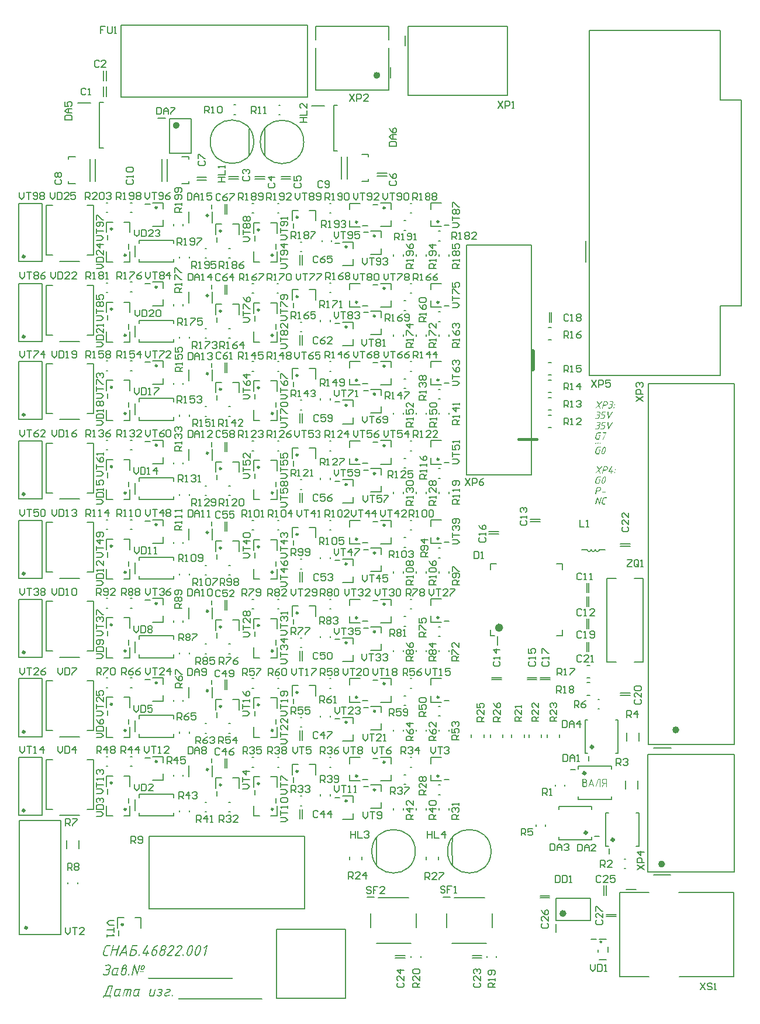
<source format=gto>
G04*
G04 #@! TF.GenerationSoftware,Altium Limited,Altium Designer,22.5.1 (42)*
G04*
G04 Layer_Color=65535*
%FSLAX44Y44*%
%MOMM*%
G71*
G04*
G04 #@! TF.SameCoordinates,6C3A9871-7614-464A-A6E8-5A1B9E04D4B5*
G04*
G04*
G04 #@! TF.FilePolarity,Positive*
G04*
G01*
G75*
%ADD10C,0.2500*%
%ADD11C,0.2000*%
%ADD12C,0.5500*%
%ADD13C,0.3000*%
%ADD14C,0.6000*%
%ADD15C,0.4000*%
%ADD16C,0.1500*%
G36*
X1854200Y1329667D02*
X1854289Y1329655D01*
X1854404Y1329604D01*
X1854505Y1329540D01*
X1854594Y1329439D01*
X1854658Y1329299D01*
X1854683Y1329210D01*
Y1329108D01*
Y1318822D01*
Y1318809D01*
Y1318771D01*
X1854670Y1318720D01*
X1854658Y1318656D01*
X1854619Y1318517D01*
X1854569Y1318441D01*
X1854518Y1318377D01*
X1854505D01*
X1854492Y1318352D01*
X1854454Y1318339D01*
X1854404Y1318313D01*
X1854277Y1318275D01*
X1854111Y1318250D01*
X1854073D01*
X1854035Y1318263D01*
X1853972D01*
X1853845Y1318313D01*
X1853769Y1318339D01*
X1853705Y1318390D01*
X1853692Y1318402D01*
X1853680Y1318415D01*
X1853654Y1318453D01*
X1853629Y1318491D01*
X1853591Y1318555D01*
X1853565Y1318631D01*
X1853553Y1318720D01*
X1853540Y1318822D01*
Y1322822D01*
X1851572D01*
X1848866Y1318517D01*
X1848854Y1318504D01*
X1848841Y1318479D01*
X1848803Y1318428D01*
X1848752Y1318390D01*
X1848689Y1318339D01*
X1848600Y1318288D01*
X1848511Y1318263D01*
X1848409Y1318250D01*
X1848371D01*
X1848333Y1318263D01*
X1848282Y1318275D01*
X1848155Y1318326D01*
X1848079Y1318364D01*
X1848015Y1318428D01*
X1848003Y1318441D01*
X1847990Y1318453D01*
X1847952Y1318491D01*
X1847927Y1318542D01*
X1847850Y1318669D01*
X1847838Y1318745D01*
X1847825Y1318822D01*
Y1318834D01*
Y1318847D01*
X1847838Y1318923D01*
X1847863Y1319025D01*
X1847914Y1319126D01*
X1850213Y1322822D01*
X1850009D01*
X1849946Y1322835D01*
X1849857Y1322847D01*
X1849768Y1322860D01*
X1849552Y1322911D01*
X1849298Y1322987D01*
X1849032Y1323101D01*
X1848892Y1323178D01*
X1848765Y1323266D01*
X1848625Y1323368D01*
X1848498Y1323482D01*
X1848485Y1323495D01*
X1848473Y1323508D01*
X1848435Y1323546D01*
X1848396Y1323597D01*
X1848346Y1323660D01*
X1848282Y1323736D01*
X1848168Y1323940D01*
X1848041Y1324168D01*
X1847927Y1324448D01*
X1847850Y1324765D01*
X1847838Y1324930D01*
X1847825Y1325108D01*
Y1327394D01*
Y1327407D01*
Y1327432D01*
Y1327483D01*
X1847838Y1327559D01*
X1847850Y1327635D01*
X1847863Y1327737D01*
X1847914Y1327953D01*
X1847990Y1328207D01*
X1848104Y1328474D01*
X1848181Y1328613D01*
X1848270Y1328753D01*
X1848371Y1328880D01*
X1848485Y1329007D01*
X1848498Y1329020D01*
X1848511Y1329032D01*
X1848549Y1329070D01*
X1848600Y1329108D01*
X1848663Y1329159D01*
X1848739Y1329223D01*
X1848943Y1329350D01*
X1849171Y1329464D01*
X1849451Y1329578D01*
X1849768Y1329655D01*
X1849933Y1329667D01*
X1850111Y1329680D01*
X1854137D01*
X1854200Y1329667D01*
D02*
G37*
G36*
X1845056D02*
X1845145Y1329655D01*
X1845260Y1329604D01*
X1845361Y1329540D01*
X1845450Y1329439D01*
X1845514Y1329299D01*
X1845539Y1329210D01*
Y1329108D01*
Y1318822D01*
Y1318809D01*
Y1318771D01*
X1845526Y1318720D01*
X1845514Y1318656D01*
X1845475Y1318517D01*
X1845425Y1318441D01*
X1845374Y1318377D01*
X1845361D01*
X1845349Y1318352D01*
X1845310Y1318339D01*
X1845260Y1318313D01*
X1845133Y1318275D01*
X1844967Y1318250D01*
X1844929D01*
X1844891Y1318263D01*
X1844828D01*
X1844701Y1318313D01*
X1844625Y1318339D01*
X1844561Y1318390D01*
X1844548Y1318402D01*
X1844536Y1318415D01*
X1844510Y1318453D01*
X1844485Y1318491D01*
X1844447Y1318555D01*
X1844421Y1318631D01*
X1844409Y1318720D01*
X1844396Y1318822D01*
Y1328537D01*
X1842542D01*
X1839799Y1318669D01*
Y1318656D01*
Y1318644D01*
X1839760Y1318568D01*
X1839710Y1318466D01*
X1839659Y1318415D01*
X1839608Y1318364D01*
X1839595D01*
X1839583Y1318352D01*
X1839507Y1318313D01*
X1839392Y1318263D01*
X1839252Y1318250D01*
X1839214D01*
X1839164Y1318263D01*
X1839100D01*
X1838973Y1318313D01*
X1838897Y1318339D01*
X1838833Y1318390D01*
X1838821Y1318402D01*
X1838808Y1318415D01*
X1838783Y1318453D01*
X1838757Y1318491D01*
X1838694Y1318618D01*
X1838681Y1318707D01*
X1838668Y1318796D01*
Y1318822D01*
Y1318860D01*
X1838681Y1318910D01*
X1838694Y1318961D01*
X1841551Y1329248D01*
X1841564Y1329261D01*
X1841577Y1329312D01*
X1841615Y1329388D01*
X1841665Y1329464D01*
X1841742Y1329540D01*
X1841831Y1329617D01*
X1841958Y1329667D01*
X1842097Y1329680D01*
X1844993D01*
X1845056Y1329667D01*
D02*
G37*
G36*
X1832534Y1329782D02*
X1832598Y1329769D01*
X1832674Y1329731D01*
X1832763Y1329680D01*
X1832852Y1329591D01*
X1832928Y1329464D01*
X1833004Y1329299D01*
X1836420Y1318999D01*
X1836471Y1318796D01*
Y1318783D01*
Y1318758D01*
X1836458Y1318720D01*
X1836446Y1318669D01*
X1836420Y1318606D01*
X1836395Y1318542D01*
X1836344Y1318466D01*
X1836281Y1318402D01*
X1836268D01*
X1836255Y1318377D01*
X1836217Y1318352D01*
X1836166Y1318326D01*
X1836039Y1318275D01*
X1835963Y1318263D01*
X1835874Y1318250D01*
X1835849D01*
X1835798Y1318263D01*
X1835722Y1318275D01*
X1835620Y1318301D01*
X1835595Y1318313D01*
X1835569Y1318339D01*
X1835531Y1318364D01*
X1835493Y1318415D01*
X1835455Y1318479D01*
X1835404Y1318555D01*
X1835354Y1318644D01*
X1834528Y1321120D01*
X1830388D01*
X1829562Y1318644D01*
Y1318631D01*
X1829550Y1318618D01*
X1829512Y1318529D01*
X1829448Y1318441D01*
X1829346Y1318339D01*
X1829321Y1318326D01*
X1829270Y1318301D01*
X1829169Y1318275D01*
X1829042Y1318250D01*
X1829004D01*
X1828965Y1318263D01*
X1828902Y1318275D01*
X1828775Y1318313D01*
X1828699Y1318352D01*
X1828635Y1318402D01*
X1828623Y1318415D01*
X1828610Y1318428D01*
X1828584Y1318466D01*
X1828546Y1318504D01*
X1828483Y1318631D01*
X1828470Y1318707D01*
X1828457Y1318796D01*
X1828496Y1318999D01*
X1831925Y1329299D01*
X1831937Y1329324D01*
X1831963Y1329375D01*
X1832001Y1329451D01*
X1832064Y1329553D01*
X1832141Y1329642D01*
X1832229Y1329718D01*
X1832344Y1329769D01*
X1832471Y1329794D01*
X1832483D01*
X1832534Y1329782D01*
D02*
G37*
G36*
X1823416Y1329667D02*
X1823492Y1329655D01*
X1823593Y1329642D01*
X1823809Y1329591D01*
X1824063Y1329515D01*
X1824330Y1329401D01*
X1824470Y1329324D01*
X1824609Y1329236D01*
X1824736Y1329121D01*
X1824863Y1329007D01*
X1824876Y1328994D01*
X1824889Y1328981D01*
X1824927Y1328943D01*
X1824965Y1328893D01*
X1825016Y1328816D01*
X1825079Y1328740D01*
X1825206Y1328550D01*
X1825321Y1328321D01*
X1825435Y1328042D01*
X1825511Y1327737D01*
X1825524Y1327572D01*
X1825536Y1327394D01*
Y1326251D01*
Y1326238D01*
Y1326187D01*
Y1326111D01*
X1825524Y1326010D01*
X1825511Y1325895D01*
X1825486Y1325768D01*
X1825410Y1325489D01*
Y1325476D01*
X1825384Y1325426D01*
X1825359Y1325349D01*
X1825308Y1325260D01*
X1825257Y1325159D01*
X1825181Y1325032D01*
X1825105Y1324905D01*
X1825003Y1324778D01*
X1825029Y1324765D01*
X1825092Y1324727D01*
X1825181Y1324664D01*
X1825295Y1324562D01*
X1825422Y1324448D01*
X1825549Y1324308D01*
X1825676Y1324143D01*
X1825803Y1323952D01*
X1825816Y1323927D01*
X1825854Y1323863D01*
X1825905Y1323749D01*
X1825956Y1323609D01*
X1826006Y1323444D01*
X1826057Y1323254D01*
X1826095Y1323038D01*
X1826108Y1322822D01*
Y1320536D01*
Y1320523D01*
Y1320498D01*
Y1320447D01*
X1826095Y1320384D01*
X1826083Y1320295D01*
X1826070Y1320206D01*
X1826019Y1319977D01*
X1825943Y1319736D01*
X1825829Y1319456D01*
X1825752Y1319317D01*
X1825663Y1319190D01*
X1825549Y1319050D01*
X1825435Y1318923D01*
X1825422Y1318910D01*
X1825410Y1318898D01*
X1825371Y1318860D01*
X1825321Y1318822D01*
X1825244Y1318771D01*
X1825168Y1318707D01*
X1824978Y1318593D01*
X1824749Y1318466D01*
X1824470Y1318352D01*
X1824165Y1318275D01*
X1824000Y1318263D01*
X1823822Y1318250D01*
X1819796D01*
X1819733Y1318263D01*
X1819644Y1318275D01*
X1819542Y1318326D01*
X1819428Y1318390D01*
X1819339Y1318491D01*
X1819275Y1318631D01*
X1819263Y1318720D01*
X1819250Y1318822D01*
Y1329108D01*
Y1329121D01*
Y1329134D01*
X1819263Y1329197D01*
X1819275Y1329286D01*
X1819326Y1329401D01*
X1819390Y1329502D01*
X1819491Y1329591D01*
X1819631Y1329655D01*
X1819720Y1329680D01*
X1823339D01*
X1823416Y1329667D01*
D02*
G37*
G36*
X1847666Y1782498D02*
X1847749Y1782484D01*
X1847847Y1782443D01*
X1847944Y1782387D01*
X1848027Y1782290D01*
X1848082Y1782152D01*
X1848110Y1781971D01*
Y1781957D01*
Y1781944D01*
X1848096Y1781846D01*
X1848055Y1781736D01*
X1847971Y1781611D01*
X1843658Y1777117D01*
X1845531Y1772721D01*
X1845544Y1772707D01*
X1845558Y1772666D01*
X1845572Y1772596D01*
Y1772513D01*
Y1772485D01*
X1845558Y1772430D01*
X1845544Y1772347D01*
X1845503Y1772263D01*
X1845447Y1772166D01*
X1845350Y1772083D01*
X1845225Y1772028D01*
X1845045Y1772000D01*
X1844990D01*
X1844934Y1772014D01*
X1844851Y1772041D01*
X1844782Y1772069D01*
X1844698Y1772125D01*
X1844615Y1772208D01*
X1844560Y1772305D01*
X1842882Y1776299D01*
X1838901Y1772152D01*
X1838888D01*
X1838874Y1772125D01*
X1838790Y1772083D01*
X1838666Y1772028D01*
X1838596Y1772014D01*
X1838513Y1772000D01*
X1838485D01*
X1838430Y1772014D01*
X1838347Y1772028D01*
X1838264Y1772069D01*
X1838166Y1772125D01*
X1838083Y1772208D01*
X1838028Y1772333D01*
X1838000Y1772499D01*
Y1772513D01*
Y1772541D01*
X1838014Y1772582D01*
Y1772624D01*
X1838069Y1772749D01*
X1838097Y1772818D01*
X1838152Y1772874D01*
X1842424Y1777339D01*
X1840566Y1781777D01*
Y1781791D01*
X1840552Y1781846D01*
X1840538Y1781902D01*
X1840524Y1781985D01*
Y1782013D01*
X1840538Y1782068D01*
X1840552Y1782152D01*
X1840593Y1782249D01*
X1840649Y1782346D01*
X1840746Y1782429D01*
X1840871Y1782484D01*
X1841051Y1782512D01*
X1841107D01*
X1841162Y1782498D01*
X1841245Y1782471D01*
X1841328Y1782429D01*
X1841398Y1782373D01*
X1841481Y1782290D01*
X1841536Y1782179D01*
X1843228Y1778171D01*
X1847222Y1782332D01*
X1847236Y1782346D01*
X1847250Y1782360D01*
X1847319Y1782429D01*
X1847444Y1782484D01*
X1847514Y1782498D01*
X1847583Y1782512D01*
X1847611D01*
X1847666Y1782498D01*
D02*
G37*
G36*
X1867207Y1778296D02*
X1867290Y1778282D01*
X1867387Y1778241D01*
X1867484Y1778185D01*
X1867567Y1778088D01*
X1867623Y1777963D01*
X1867651Y1777783D01*
Y1777769D01*
Y1777728D01*
X1867637Y1777672D01*
X1867623Y1777630D01*
X1867484Y1777117D01*
Y1777103D01*
X1867457Y1777062D01*
X1867429Y1776992D01*
X1867387Y1776923D01*
X1867318Y1776854D01*
X1867221Y1776785D01*
X1867124Y1776743D01*
X1866985Y1776729D01*
X1866957D01*
X1866902Y1776743D01*
X1866819Y1776757D01*
X1866721Y1776798D01*
X1866624Y1776854D01*
X1866541Y1776951D01*
X1866486Y1777076D01*
X1866458Y1777242D01*
Y1777256D01*
Y1777298D01*
X1866472Y1777353D01*
X1866486Y1777395D01*
X1866624Y1777908D01*
Y1777922D01*
X1866652Y1777977D01*
X1866680Y1778033D01*
X1866721Y1778116D01*
X1866791Y1778185D01*
X1866874Y1778255D01*
X1866985Y1778296D01*
X1867124Y1778310D01*
X1867151D01*
X1867207Y1778296D01*
D02*
G37*
G36*
X1866084Y1774094D02*
X1866167Y1774080D01*
X1866264Y1774039D01*
X1866361Y1773983D01*
X1866444Y1773886D01*
X1866499Y1773761D01*
X1866527Y1773581D01*
Y1773567D01*
Y1773525D01*
Y1773470D01*
X1866513Y1773428D01*
X1866375Y1772915D01*
Y1772901D01*
X1866347Y1772860D01*
X1866319Y1772790D01*
X1866264Y1772721D01*
X1866194Y1772652D01*
X1866111Y1772582D01*
X1866000Y1772541D01*
X1865862Y1772527D01*
X1865834D01*
X1865778Y1772541D01*
X1865695Y1772555D01*
X1865612Y1772596D01*
X1865515Y1772652D01*
X1865432Y1772749D01*
X1865376Y1772874D01*
X1865349Y1773040D01*
Y1773054D01*
Y1773096D01*
X1865362Y1773179D01*
X1865515Y1773706D01*
Y1773720D01*
X1865543Y1773775D01*
X1865570Y1773831D01*
X1865612Y1773914D01*
X1865681Y1773983D01*
X1865764Y1774052D01*
X1865862Y1774094D01*
X1866000Y1774108D01*
X1866028D01*
X1866084Y1774094D01*
D02*
G37*
G36*
X1861826Y1782498D02*
X1861909Y1782484D01*
X1862006Y1782443D01*
X1862103Y1782387D01*
X1862186Y1782290D01*
X1862242Y1782165D01*
X1862270Y1781985D01*
Y1781957D01*
X1862256Y1781902D01*
X1862242Y1781833D01*
X1862186Y1781736D01*
X1858484Y1775162D01*
X1861022D01*
X1861465Y1776868D01*
Y1776882D01*
X1861493Y1776923D01*
X1861521Y1776992D01*
X1861576Y1777062D01*
X1861632Y1777131D01*
X1861729Y1777200D01*
X1861826Y1777242D01*
X1861965Y1777256D01*
X1861992D01*
X1862048Y1777242D01*
X1862131Y1777228D01*
X1862228Y1777187D01*
X1862325Y1777131D01*
X1862408Y1777034D01*
X1862464Y1776909D01*
X1862492Y1776743D01*
Y1776729D01*
Y1776687D01*
Y1776632D01*
X1862478Y1776590D01*
X1862089Y1775162D01*
X1863060D01*
X1863116Y1775148D01*
X1863199Y1775134D01*
X1863296Y1775092D01*
X1863379Y1775037D01*
X1863462Y1774940D01*
X1863518Y1774815D01*
X1863546Y1774635D01*
Y1774607D01*
X1863532Y1774552D01*
X1863518Y1774469D01*
X1863476Y1774371D01*
X1863421Y1774274D01*
X1863324Y1774191D01*
X1863199Y1774136D01*
X1863032Y1774108D01*
X1861812D01*
X1861354Y1772388D01*
Y1772374D01*
X1861327Y1772333D01*
X1861299Y1772263D01*
X1861257Y1772194D01*
X1861188Y1772125D01*
X1861105Y1772055D01*
X1860994Y1772014D01*
X1860855Y1772000D01*
X1860827D01*
X1860772Y1772014D01*
X1860689Y1772028D01*
X1860592Y1772069D01*
X1860481Y1772125D01*
X1860397Y1772222D01*
X1860342Y1772347D01*
X1860314Y1772527D01*
Y1772541D01*
Y1772569D01*
X1860342Y1772652D01*
X1860730Y1774108D01*
X1857554D01*
X1857513Y1774122D01*
X1857457D01*
X1857332Y1774177D01*
X1857263Y1774205D01*
X1857208Y1774260D01*
Y1774274D01*
X1857180Y1774288D01*
X1857138Y1774357D01*
X1857097Y1774482D01*
X1857069Y1774621D01*
Y1774649D01*
X1857083Y1774704D01*
X1857097Y1774787D01*
X1857138Y1774884D01*
X1861285Y1782249D01*
X1861299Y1782263D01*
X1861313Y1782290D01*
X1861340Y1782332D01*
X1861396Y1782387D01*
X1861451Y1782429D01*
X1861535Y1782471D01*
X1861632Y1782498D01*
X1861743Y1782512D01*
X1861770D01*
X1861826Y1782498D01*
D02*
G37*
G36*
X1853838D02*
X1853935Y1782484D01*
X1854046Y1782471D01*
X1854171Y1782443D01*
X1854323Y1782401D01*
X1854476Y1782346D01*
X1854642Y1782263D01*
X1854822Y1782179D01*
X1854989Y1782068D01*
X1855169Y1781930D01*
X1855349Y1781763D01*
X1855516Y1781583D01*
X1855682Y1781375D01*
X1855835Y1781125D01*
X1855849Y1781098D01*
X1855890Y1781014D01*
X1855946Y1780903D01*
X1856015Y1780737D01*
X1856084Y1780543D01*
X1856140Y1780335D01*
X1856181Y1780099D01*
X1856195Y1779863D01*
Y1779849D01*
Y1779822D01*
Y1779766D01*
X1856181Y1779697D01*
X1856168Y1779530D01*
X1856126Y1779350D01*
Y1779322D01*
X1856098Y1779267D01*
X1856071Y1779156D01*
X1856015Y1779031D01*
X1855946Y1778865D01*
X1855862Y1778685D01*
X1855751Y1778476D01*
X1855641Y1778255D01*
X1855488Y1778033D01*
X1855322Y1777797D01*
X1855141Y1777561D01*
X1854933Y1777339D01*
X1854698Y1777117D01*
X1854448Y1776923D01*
X1854157Y1776743D01*
X1853852Y1776577D01*
X1853838D01*
X1853810Y1776563D01*
X1853768Y1776549D01*
X1853699Y1776521D01*
X1853630Y1776493D01*
X1853533Y1776452D01*
X1853311Y1776396D01*
X1853033Y1776327D01*
X1852714Y1776257D01*
X1852368Y1776216D01*
X1852007Y1776202D01*
X1849830D01*
X1848804Y1772388D01*
Y1772374D01*
X1848776Y1772333D01*
X1848748Y1772263D01*
X1848706Y1772194D01*
X1848637Y1772125D01*
X1848540Y1772055D01*
X1848443Y1772014D01*
X1848304Y1772000D01*
X1848277D01*
X1848179Y1772014D01*
X1848055Y1772069D01*
X1847999Y1772097D01*
X1847930Y1772152D01*
Y1772166D01*
X1847902Y1772180D01*
X1847860Y1772249D01*
X1847805Y1772361D01*
X1847791Y1772430D01*
X1847777Y1772499D01*
Y1772513D01*
Y1772541D01*
Y1772596D01*
X1847791Y1772666D01*
X1850301Y1781985D01*
Y1782013D01*
X1850329Y1782068D01*
X1850371Y1782152D01*
X1850440Y1782249D01*
X1850523Y1782346D01*
X1850648Y1782429D01*
X1850800Y1782484D01*
X1850995Y1782512D01*
X1853768D01*
X1853838Y1782498D01*
D02*
G37*
G36*
X1851744Y1767512D02*
X1851855Y1767484D01*
X1851993Y1767443D01*
X1852132Y1767387D01*
X1852284Y1767318D01*
X1852451Y1767207D01*
X1852617Y1767068D01*
X1852770Y1766902D01*
X1852908Y1766694D01*
X1853047Y1766444D01*
X1853158Y1766153D01*
X1853241Y1765806D01*
X1853269Y1765612D01*
X1853297Y1765418D01*
X1853311Y1765196D01*
Y1764960D01*
Y1764933D01*
Y1764849D01*
X1853297Y1764711D01*
Y1764530D01*
X1853269Y1764308D01*
X1853241Y1764045D01*
X1853200Y1763726D01*
X1853144Y1763379D01*
X1853075Y1763005D01*
X1852992Y1762603D01*
X1852881Y1762159D01*
X1852756Y1761701D01*
X1852603Y1761216D01*
X1852423Y1760717D01*
X1852215Y1760203D01*
X1851979Y1759676D01*
Y1759662D01*
X1851965Y1759649D01*
X1851924Y1759565D01*
X1851855Y1759427D01*
X1851757Y1759260D01*
X1851633Y1759066D01*
X1851480Y1758830D01*
X1851314Y1758595D01*
X1851106Y1758345D01*
X1850898Y1758095D01*
X1850648Y1757860D01*
X1850385Y1757638D01*
X1850107Y1757430D01*
X1849802Y1757263D01*
X1849469Y1757125D01*
X1849136Y1757041D01*
X1848956Y1757027D01*
X1848776Y1757014D01*
X1848706D01*
X1848623Y1757027D01*
X1848512Y1757055D01*
X1848387Y1757097D01*
X1848235Y1757152D01*
X1848082Y1757222D01*
X1847930Y1757333D01*
X1847763Y1757471D01*
X1847611Y1757638D01*
X1847472Y1757832D01*
X1847333Y1758082D01*
X1847222Y1758373D01*
X1847139Y1758719D01*
X1847112Y1758900D01*
X1847084Y1759108D01*
X1847070Y1759316D01*
Y1759552D01*
Y1759565D01*
Y1759579D01*
Y1759662D01*
X1847084Y1759801D01*
X1847098Y1759982D01*
X1847112Y1760203D01*
X1847139Y1760467D01*
X1847181Y1760772D01*
X1847236Y1761119D01*
X1847306Y1761507D01*
X1847389Y1761909D01*
X1847500Y1762339D01*
X1847625Y1762811D01*
X1847777Y1763282D01*
X1847957Y1763795D01*
X1848152Y1764308D01*
X1848387Y1764835D01*
Y1764849D01*
X1848401Y1764863D01*
X1848443Y1764946D01*
X1848512Y1765085D01*
X1848609Y1765251D01*
X1848734Y1765459D01*
X1848887Y1765681D01*
X1849053Y1765931D01*
X1849261Y1766181D01*
X1849483Y1766430D01*
X1849719Y1766680D01*
X1849982Y1766902D01*
X1850260Y1767110D01*
X1850565Y1767276D01*
X1850898Y1767415D01*
X1851230Y1767498D01*
X1851411Y1767512D01*
X1851591Y1767526D01*
X1851660D01*
X1851744Y1767512D01*
D02*
G37*
G36*
X1846085D02*
X1846169Y1767498D01*
X1846266Y1767457D01*
X1846363Y1767401D01*
X1846446Y1767304D01*
X1846501Y1767179D01*
X1846529Y1766999D01*
Y1766971D01*
X1846515Y1766916D01*
X1846501Y1766832D01*
X1846460Y1766735D01*
X1846404Y1766638D01*
X1846307Y1766555D01*
X1846182Y1766500D01*
X1846002Y1766472D01*
X1842493D01*
X1842438Y1766458D01*
X1842355Y1766444D01*
X1842258Y1766430D01*
X1842036Y1766375D01*
X1841772Y1766278D01*
X1841633Y1766222D01*
X1841509Y1766139D01*
X1841370Y1766042D01*
X1841231Y1765945D01*
X1841093Y1765820D01*
X1840968Y1765681D01*
X1840954Y1765668D01*
X1840912Y1765612D01*
X1840871Y1765543D01*
X1840801Y1765446D01*
X1840732Y1765321D01*
X1840663Y1765196D01*
X1840607Y1765043D01*
X1840552Y1764891D01*
X1839123Y1759635D01*
Y1759621D01*
Y1759593D01*
X1839109Y1759565D01*
Y1759510D01*
X1839096Y1759385D01*
X1839082Y1759247D01*
Y1759219D01*
Y1759163D01*
X1839096Y1759066D01*
X1839123Y1758941D01*
X1839165Y1758803D01*
X1839234Y1758664D01*
X1839317Y1758525D01*
X1839442Y1758387D01*
X1839456Y1758373D01*
X1839512Y1758331D01*
X1839581Y1758289D01*
X1839692Y1758234D01*
X1839817Y1758165D01*
X1839969Y1758123D01*
X1840150Y1758082D01*
X1840344Y1758068D01*
X1843076D01*
X1844199Y1762270D01*
X1843215D01*
X1843159Y1762284D01*
X1843076Y1762298D01*
X1842979Y1762339D01*
X1842868Y1762395D01*
X1842785Y1762492D01*
X1842729Y1762616D01*
X1842701Y1762797D01*
Y1762825D01*
X1842715Y1762880D01*
X1842729Y1762963D01*
X1842771Y1763060D01*
X1842826Y1763157D01*
X1842923Y1763241D01*
X1843048Y1763296D01*
X1843228Y1763324D01*
X1845087D01*
X1845156Y1763310D01*
X1845225Y1763282D01*
X1845309Y1763227D01*
X1845364Y1763157D01*
X1845420Y1763060D01*
X1845433Y1762935D01*
Y1762922D01*
Y1762880D01*
Y1762825D01*
X1845420Y1762783D01*
X1844019Y1757527D01*
X1844005Y1757499D01*
X1843991Y1757444D01*
X1843936Y1757360D01*
X1843880Y1757277D01*
X1843783Y1757180D01*
X1843658Y1757097D01*
X1843506Y1757041D01*
X1843325Y1757014D01*
X1840011D01*
X1839942Y1757027D01*
X1839872D01*
X1839775Y1757055D01*
X1839664Y1757069D01*
X1839415Y1757152D01*
X1839276Y1757222D01*
X1839137Y1757291D01*
X1838985Y1757388D01*
X1838846Y1757499D01*
X1838693Y1757638D01*
X1838555Y1757790D01*
X1838416Y1757957D01*
X1838291Y1758165D01*
X1838277Y1758192D01*
X1838250Y1758248D01*
X1838194Y1758359D01*
X1838152Y1758484D01*
X1838097Y1758636D01*
X1838042Y1758817D01*
X1838014Y1758997D01*
X1838000Y1759191D01*
Y1759205D01*
Y1759233D01*
Y1759274D01*
X1838014Y1759330D01*
X1838028Y1759482D01*
X1838056Y1759635D01*
X1839456Y1764891D01*
Y1764905D01*
X1839484Y1764960D01*
X1839512Y1765057D01*
X1839553Y1765168D01*
X1839609Y1765307D01*
X1839678Y1765473D01*
X1839761Y1765640D01*
X1839858Y1765834D01*
X1839983Y1766028D01*
X1840108Y1766222D01*
X1840274Y1766416D01*
X1840441Y1766611D01*
X1840635Y1766791D01*
X1840843Y1766943D01*
X1841079Y1767096D01*
X1841328Y1767221D01*
X1841342D01*
X1841356Y1767235D01*
X1841398Y1767249D01*
X1841453Y1767262D01*
X1841592Y1767318D01*
X1841786Y1767373D01*
X1842008Y1767429D01*
X1842271Y1767484D01*
X1842563Y1767512D01*
X1842882Y1767526D01*
X1846030D01*
X1846085Y1767512D01*
D02*
G37*
G36*
X1852381Y1745689D02*
X1852465Y1745675D01*
X1852562Y1745633D01*
X1852659Y1745578D01*
X1852742Y1745481D01*
X1852798Y1745356D01*
X1852825Y1745176D01*
Y1745148D01*
X1852811Y1745092D01*
X1852798Y1745009D01*
X1852756Y1744926D01*
X1852701Y1744829D01*
X1852603Y1744746D01*
X1852479Y1744690D01*
X1852298Y1744662D01*
X1847916D01*
X1847860Y1744676D01*
X1847777Y1744690D01*
X1847694Y1744732D01*
X1847597Y1744787D01*
X1847514Y1744884D01*
X1847458Y1745009D01*
X1847431Y1745176D01*
Y1745203D01*
X1847444Y1745259D01*
X1847458Y1745342D01*
X1847500Y1745439D01*
X1847555Y1745536D01*
X1847652Y1745619D01*
X1847777Y1745675D01*
X1847944Y1745703D01*
X1852326D01*
X1852381Y1745689D01*
D02*
G37*
G36*
X1844061Y1752526D02*
X1844158Y1752512D01*
X1844268Y1752498D01*
X1844393Y1752470D01*
X1844546Y1752429D01*
X1844698Y1752373D01*
X1844865Y1752290D01*
X1845045Y1752207D01*
X1845211Y1752096D01*
X1845392Y1751957D01*
X1845572Y1751791D01*
X1845739Y1751611D01*
X1845905Y1751402D01*
X1846057Y1751153D01*
X1846071Y1751125D01*
X1846113Y1751042D01*
X1846169Y1750931D01*
X1846238Y1750764D01*
X1846307Y1750570D01*
X1846363Y1750362D01*
X1846404Y1750127D01*
X1846418Y1749891D01*
Y1749877D01*
Y1749849D01*
Y1749794D01*
X1846404Y1749724D01*
X1846390Y1749558D01*
X1846349Y1749378D01*
Y1749350D01*
X1846321Y1749294D01*
X1846293Y1749184D01*
X1846238Y1749059D01*
X1846169Y1748892D01*
X1846085Y1748712D01*
X1845974Y1748504D01*
X1845863Y1748282D01*
X1845711Y1748060D01*
X1845544Y1747824D01*
X1845364Y1747589D01*
X1845156Y1747367D01*
X1844920Y1747145D01*
X1844671Y1746951D01*
X1844379Y1746770D01*
X1844074Y1746604D01*
X1844061D01*
X1844033Y1746590D01*
X1843991Y1746576D01*
X1843922Y1746548D01*
X1843852Y1746521D01*
X1843755Y1746479D01*
X1843533Y1746424D01*
X1843256Y1746354D01*
X1842937Y1746285D01*
X1842590Y1746243D01*
X1842230Y1746230D01*
X1840052D01*
X1839026Y1742416D01*
Y1742402D01*
X1838999Y1742360D01*
X1838971Y1742291D01*
X1838929Y1742222D01*
X1838860Y1742152D01*
X1838763Y1742083D01*
X1838666Y1742041D01*
X1838527Y1742027D01*
X1838499D01*
X1838402Y1742041D01*
X1838277Y1742097D01*
X1838222Y1742124D01*
X1838152Y1742180D01*
Y1742194D01*
X1838125Y1742208D01*
X1838083Y1742277D01*
X1838028Y1742388D01*
X1838014Y1742457D01*
X1838000Y1742527D01*
Y1742541D01*
Y1742568D01*
Y1742624D01*
X1838014Y1742693D01*
X1840524Y1752013D01*
Y1752040D01*
X1840552Y1752096D01*
X1840593Y1752179D01*
X1840663Y1752276D01*
X1840746Y1752373D01*
X1840871Y1752457D01*
X1841023Y1752512D01*
X1841217Y1752540D01*
X1843991D01*
X1844061Y1752526D01*
D02*
G37*
G36*
X1846584Y1737540D02*
X1846668Y1737526D01*
X1846765Y1737484D01*
X1846862Y1737429D01*
X1846945Y1737332D01*
X1847001Y1737207D01*
X1847028Y1737026D01*
Y1737013D01*
Y1736971D01*
Y1736915D01*
X1847014Y1736874D01*
X1844463Y1727430D01*
Y1727416D01*
X1844435Y1727374D01*
X1844407Y1727305D01*
X1844366Y1727235D01*
X1844296Y1727166D01*
X1844199Y1727097D01*
X1844102Y1727055D01*
X1843963Y1727041D01*
X1843908D01*
X1843839Y1727055D01*
X1843755Y1727083D01*
X1843672Y1727138D01*
X1843589Y1727194D01*
X1843520Y1727291D01*
X1843464Y1727416D01*
X1841093Y1735154D01*
X1839026Y1727430D01*
Y1727416D01*
X1838999Y1727374D01*
X1838971Y1727305D01*
X1838929Y1727235D01*
X1838860Y1727166D01*
X1838763Y1727097D01*
X1838666Y1727055D01*
X1838527Y1727041D01*
X1838499D01*
X1838402Y1727055D01*
X1838277Y1727110D01*
X1838222Y1727138D01*
X1838152Y1727194D01*
Y1727208D01*
X1838125Y1727222D01*
X1838083Y1727291D01*
X1838028Y1727402D01*
X1838014Y1727471D01*
X1838000Y1727540D01*
Y1727554D01*
Y1727582D01*
Y1727637D01*
X1838014Y1727707D01*
X1840552Y1737151D01*
Y1737165D01*
X1840580Y1737221D01*
X1840607Y1737276D01*
X1840663Y1737359D01*
X1840732Y1737429D01*
X1840815Y1737498D01*
X1840926Y1737540D01*
X1841065Y1737553D01*
X1841134D01*
X1841190Y1737540D01*
X1841273Y1737512D01*
X1841356Y1737456D01*
X1841439Y1737401D01*
X1841509Y1737304D01*
X1841564Y1737179D01*
X1843936Y1729440D01*
X1846002Y1737151D01*
Y1737165D01*
X1846030Y1737221D01*
X1846057Y1737276D01*
X1846113Y1737359D01*
X1846169Y1737429D01*
X1846266Y1737498D01*
X1846363Y1737540D01*
X1846501Y1737553D01*
X1846529D01*
X1846584Y1737540D01*
D02*
G37*
G36*
X1854212D02*
X1854295Y1737526D01*
X1854392Y1737484D01*
X1854489Y1737429D01*
X1854573Y1737332D01*
X1854628Y1737207D01*
X1854656Y1737026D01*
Y1736999D01*
X1854642Y1736943D01*
X1854628Y1736860D01*
X1854587Y1736763D01*
X1854531Y1736666D01*
X1854434Y1736583D01*
X1854309Y1736527D01*
X1854129Y1736499D01*
X1851702D01*
X1851563Y1736472D01*
X1851397Y1736444D01*
X1851203Y1736389D01*
X1850995Y1736305D01*
X1850759Y1736194D01*
X1850537Y1736042D01*
X1850509Y1736028D01*
X1850440Y1735959D01*
X1850343Y1735862D01*
X1850218Y1735737D01*
X1850079Y1735570D01*
X1849955Y1735376D01*
X1849844Y1735154D01*
X1849760Y1734919D01*
X1848346Y1729662D01*
Y1729648D01*
Y1729621D01*
X1848332Y1729593D01*
Y1729538D01*
X1848318Y1729413D01*
X1848304Y1729274D01*
Y1729246D01*
Y1729191D01*
X1848318Y1729094D01*
X1848346Y1728969D01*
X1848387Y1728830D01*
X1848457Y1728692D01*
X1848540Y1728553D01*
X1848665Y1728414D01*
X1848679Y1728400D01*
X1848734Y1728359D01*
X1848804Y1728317D01*
X1848914Y1728262D01*
X1849039Y1728192D01*
X1849192Y1728151D01*
X1849372Y1728109D01*
X1849566Y1728095D01*
X1851619D01*
X1851674Y1728081D01*
X1851757Y1728067D01*
X1851855Y1728026D01*
X1851952Y1727970D01*
X1852035Y1727873D01*
X1852090Y1727749D01*
X1852118Y1727568D01*
Y1727540D01*
X1852104Y1727485D01*
X1852090Y1727402D01*
X1852049Y1727305D01*
X1851993Y1727208D01*
X1851896Y1727124D01*
X1851771Y1727069D01*
X1851591Y1727041D01*
X1849192D01*
X1849136Y1727055D01*
X1848984Y1727083D01*
X1848790Y1727124D01*
X1848568Y1727208D01*
X1848332Y1727332D01*
X1848207Y1727416D01*
X1848082Y1727513D01*
X1847971Y1727610D01*
X1847847Y1727735D01*
Y1727749D01*
X1847819Y1727762D01*
X1847791Y1727804D01*
X1847749Y1727859D01*
X1847652Y1727998D01*
X1847541Y1728178D01*
X1847417Y1728414D01*
X1847319Y1728664D01*
X1847250Y1728941D01*
X1847236Y1729094D01*
X1847222Y1729246D01*
Y1729260D01*
Y1729288D01*
Y1729330D01*
X1847236Y1729371D01*
X1847250Y1729510D01*
X1847278Y1729662D01*
X1848679Y1734919D01*
Y1734932D01*
X1848692Y1734946D01*
X1848720Y1735029D01*
X1848762Y1735168D01*
X1848831Y1735334D01*
X1848928Y1735529D01*
X1849039Y1735751D01*
X1849192Y1735986D01*
X1849372Y1736236D01*
X1849580Y1736486D01*
X1849816Y1736721D01*
X1850093Y1736943D01*
X1850412Y1737137D01*
X1850773Y1737304D01*
X1851175Y1737442D01*
X1851619Y1737526D01*
X1851855Y1737540D01*
X1852104Y1737553D01*
X1854157D01*
X1854212Y1737540D01*
D02*
G37*
G36*
X1851744Y1810498D02*
X1851855Y1810471D01*
X1851993Y1810429D01*
X1852132Y1810374D01*
X1852284Y1810304D01*
X1852451Y1810193D01*
X1852617Y1810055D01*
X1852770Y1809888D01*
X1852908Y1809680D01*
X1853047Y1809431D01*
X1853158Y1809139D01*
X1853241Y1808793D01*
X1853269Y1808598D01*
X1853297Y1808404D01*
X1853311Y1808182D01*
Y1807947D01*
Y1807919D01*
Y1807836D01*
X1853297Y1807697D01*
Y1807517D01*
X1853269Y1807295D01*
X1853241Y1807031D01*
X1853200Y1806712D01*
X1853144Y1806366D01*
X1853075Y1805991D01*
X1852992Y1805589D01*
X1852881Y1805145D01*
X1852756Y1804688D01*
X1852603Y1804202D01*
X1852423Y1803703D01*
X1852215Y1803190D01*
X1851979Y1802663D01*
Y1802649D01*
X1851965Y1802635D01*
X1851924Y1802552D01*
X1851855Y1802413D01*
X1851757Y1802247D01*
X1851633Y1802052D01*
X1851480Y1801817D01*
X1851314Y1801581D01*
X1851106Y1801331D01*
X1850898Y1801082D01*
X1850648Y1800846D01*
X1850385Y1800624D01*
X1850107Y1800416D01*
X1849802Y1800250D01*
X1849469Y1800111D01*
X1849136Y1800028D01*
X1848956Y1800014D01*
X1848776Y1800000D01*
X1848706D01*
X1848623Y1800014D01*
X1848512Y1800042D01*
X1848387Y1800083D01*
X1848235Y1800139D01*
X1848082Y1800208D01*
X1847930Y1800319D01*
X1847763Y1800458D01*
X1847611Y1800624D01*
X1847472Y1800818D01*
X1847333Y1801068D01*
X1847222Y1801359D01*
X1847139Y1801706D01*
X1847112Y1801886D01*
X1847084Y1802094D01*
X1847070Y1802302D01*
Y1802538D01*
Y1802552D01*
Y1802566D01*
Y1802649D01*
X1847084Y1802788D01*
X1847098Y1802968D01*
X1847112Y1803190D01*
X1847139Y1803453D01*
X1847181Y1803758D01*
X1847236Y1804105D01*
X1847306Y1804493D01*
X1847389Y1804896D01*
X1847500Y1805325D01*
X1847625Y1805797D01*
X1847777Y1806268D01*
X1847957Y1806782D01*
X1848152Y1807295D01*
X1848387Y1807822D01*
Y1807836D01*
X1848401Y1807849D01*
X1848443Y1807933D01*
X1848512Y1808071D01*
X1848609Y1808238D01*
X1848734Y1808446D01*
X1848887Y1808668D01*
X1849053Y1808917D01*
X1849261Y1809167D01*
X1849483Y1809417D01*
X1849719Y1809666D01*
X1849982Y1809888D01*
X1850260Y1810096D01*
X1850565Y1810263D01*
X1850898Y1810401D01*
X1851230Y1810484D01*
X1851411Y1810498D01*
X1851591Y1810512D01*
X1851660D01*
X1851744Y1810498D01*
D02*
G37*
G36*
X1846085D02*
X1846169Y1810484D01*
X1846266Y1810443D01*
X1846363Y1810387D01*
X1846446Y1810290D01*
X1846501Y1810166D01*
X1846529Y1809985D01*
Y1809957D01*
X1846515Y1809902D01*
X1846501Y1809819D01*
X1846460Y1809722D01*
X1846404Y1809625D01*
X1846307Y1809541D01*
X1846182Y1809486D01*
X1846002Y1809458D01*
X1842493D01*
X1842438Y1809444D01*
X1842355Y1809431D01*
X1842258Y1809417D01*
X1842036Y1809361D01*
X1841772Y1809264D01*
X1841633Y1809209D01*
X1841509Y1809125D01*
X1841370Y1809028D01*
X1841231Y1808931D01*
X1841093Y1808806D01*
X1840968Y1808668D01*
X1840954Y1808654D01*
X1840912Y1808598D01*
X1840871Y1808529D01*
X1840801Y1808432D01*
X1840732Y1808307D01*
X1840663Y1808182D01*
X1840607Y1808030D01*
X1840552Y1807877D01*
X1839123Y1802621D01*
Y1802607D01*
Y1802579D01*
X1839109Y1802552D01*
Y1802496D01*
X1839096Y1802372D01*
X1839082Y1802233D01*
Y1802205D01*
Y1802150D01*
X1839096Y1802052D01*
X1839123Y1801928D01*
X1839165Y1801789D01*
X1839234Y1801650D01*
X1839317Y1801512D01*
X1839442Y1801373D01*
X1839456Y1801359D01*
X1839512Y1801317D01*
X1839581Y1801276D01*
X1839692Y1801220D01*
X1839817Y1801151D01*
X1839969Y1801109D01*
X1840150Y1801068D01*
X1840344Y1801054D01*
X1843076D01*
X1844199Y1805256D01*
X1843215D01*
X1843159Y1805270D01*
X1843076Y1805284D01*
X1842979Y1805325D01*
X1842868Y1805381D01*
X1842785Y1805478D01*
X1842729Y1805603D01*
X1842701Y1805783D01*
Y1805811D01*
X1842715Y1805866D01*
X1842729Y1805950D01*
X1842771Y1806047D01*
X1842826Y1806144D01*
X1842923Y1806227D01*
X1843048Y1806282D01*
X1843228Y1806310D01*
X1845087D01*
X1845156Y1806296D01*
X1845225Y1806268D01*
X1845309Y1806213D01*
X1845364Y1806144D01*
X1845420Y1806047D01*
X1845433Y1805922D01*
Y1805908D01*
Y1805866D01*
Y1805811D01*
X1845420Y1805769D01*
X1844019Y1800513D01*
X1844005Y1800485D01*
X1843991Y1800430D01*
X1843936Y1800347D01*
X1843880Y1800264D01*
X1843783Y1800166D01*
X1843658Y1800083D01*
X1843506Y1800028D01*
X1843325Y1800000D01*
X1840011D01*
X1839942Y1800014D01*
X1839872D01*
X1839775Y1800042D01*
X1839664Y1800056D01*
X1839415Y1800139D01*
X1839276Y1800208D01*
X1839137Y1800277D01*
X1838985Y1800374D01*
X1838846Y1800485D01*
X1838693Y1800624D01*
X1838555Y1800777D01*
X1838416Y1800943D01*
X1838291Y1801151D01*
X1838277Y1801179D01*
X1838250Y1801234D01*
X1838194Y1801345D01*
X1838152Y1801470D01*
X1838097Y1801623D01*
X1838042Y1801803D01*
X1838014Y1801983D01*
X1838000Y1802177D01*
Y1802191D01*
Y1802219D01*
Y1802261D01*
X1838014Y1802316D01*
X1838028Y1802469D01*
X1838056Y1802621D01*
X1839456Y1807877D01*
Y1807891D01*
X1839484Y1807947D01*
X1839512Y1808044D01*
X1839553Y1808155D01*
X1839609Y1808293D01*
X1839678Y1808460D01*
X1839761Y1808626D01*
X1839858Y1808820D01*
X1839983Y1809014D01*
X1840108Y1809209D01*
X1840274Y1809403D01*
X1840441Y1809597D01*
X1840635Y1809777D01*
X1840843Y1809930D01*
X1841079Y1810082D01*
X1841328Y1810207D01*
X1841342D01*
X1841356Y1810221D01*
X1841398Y1810235D01*
X1841453Y1810249D01*
X1841592Y1810304D01*
X1841786Y1810360D01*
X1842008Y1810415D01*
X1842271Y1810471D01*
X1842563Y1810498D01*
X1842882Y1810512D01*
X1846030D01*
X1846085Y1810498D01*
D02*
G37*
G36*
X1845253Y1816553D02*
X1845336Y1816539D01*
X1845433Y1816498D01*
X1845531Y1816442D01*
X1845614Y1816345D01*
X1845669Y1816221D01*
X1845697Y1816040D01*
Y1816026D01*
Y1815985D01*
Y1815929D01*
X1845683Y1815888D01*
X1845544Y1815375D01*
Y1815361D01*
X1845517Y1815319D01*
X1845489Y1815250D01*
X1845433Y1815180D01*
X1845364Y1815111D01*
X1845281Y1815042D01*
X1845170Y1815000D01*
X1845031Y1814986D01*
X1845004D01*
X1844948Y1815000D01*
X1844865Y1815014D01*
X1844782Y1815056D01*
X1844685Y1815111D01*
X1844601Y1815208D01*
X1844546Y1815333D01*
X1844518Y1815499D01*
Y1815513D01*
Y1815555D01*
Y1815610D01*
X1844532Y1815652D01*
X1844685Y1816165D01*
Y1816179D01*
X1844712Y1816234D01*
X1844740Y1816290D01*
X1844782Y1816373D01*
X1844851Y1816442D01*
X1844934Y1816512D01*
X1845031Y1816553D01*
X1845170Y1816567D01*
X1845198D01*
X1845253Y1816553D01*
D02*
G37*
G36*
X1841994D02*
X1842077Y1816539D01*
X1842174Y1816498D01*
X1842271Y1816442D01*
X1842355Y1816345D01*
X1842410Y1816221D01*
X1842438Y1816040D01*
Y1816026D01*
Y1815985D01*
Y1815929D01*
X1842424Y1815888D01*
X1842285Y1815375D01*
Y1815361D01*
X1842258Y1815319D01*
X1842230Y1815250D01*
X1842174Y1815180D01*
X1842105Y1815111D01*
X1842022Y1815042D01*
X1841911Y1815000D01*
X1841772Y1814986D01*
X1841744D01*
X1841689Y1815000D01*
X1841606Y1815014D01*
X1841523Y1815056D01*
X1841425Y1815111D01*
X1841342Y1815208D01*
X1841287Y1815333D01*
X1841259Y1815499D01*
Y1815513D01*
Y1815555D01*
Y1815610D01*
X1841273Y1815652D01*
X1841425Y1816165D01*
Y1816179D01*
X1841453Y1816234D01*
X1841481Y1816290D01*
X1841523Y1816373D01*
X1841592Y1816442D01*
X1841675Y1816512D01*
X1841772Y1816553D01*
X1841911Y1816567D01*
X1841939D01*
X1841994Y1816553D01*
D02*
G37*
G36*
X1838735D02*
X1838818Y1816539D01*
X1838915Y1816498D01*
X1839012Y1816442D01*
X1839096Y1816345D01*
X1839151Y1816221D01*
X1839179Y1816040D01*
Y1816026D01*
Y1815985D01*
Y1815929D01*
X1839165Y1815888D01*
X1839026Y1815375D01*
Y1815361D01*
X1838999Y1815319D01*
X1838971Y1815250D01*
X1838915Y1815180D01*
X1838846Y1815111D01*
X1838763Y1815042D01*
X1838652Y1815000D01*
X1838513Y1814986D01*
X1838485D01*
X1838430Y1815000D01*
X1838347Y1815014D01*
X1838264Y1815056D01*
X1838166Y1815111D01*
X1838083Y1815208D01*
X1838028Y1815333D01*
X1838000Y1815499D01*
Y1815513D01*
Y1815555D01*
Y1815610D01*
X1838014Y1815652D01*
X1838166Y1816165D01*
Y1816179D01*
X1838194Y1816234D01*
X1838222Y1816290D01*
X1838264Y1816373D01*
X1838333Y1816442D01*
X1838416Y1816512D01*
X1838513Y1816553D01*
X1838652Y1816567D01*
X1838680D01*
X1838735Y1816553D01*
D02*
G37*
G36*
X1853671Y1831526D02*
X1853754Y1831512D01*
X1853852Y1831470D01*
X1853949Y1831415D01*
X1854032Y1831318D01*
X1854087Y1831193D01*
X1854115Y1831026D01*
Y1830999D01*
Y1830943D01*
X1854101Y1830860D01*
X1854073Y1830777D01*
X1849358Y1821319D01*
Y1821305D01*
X1849344Y1821291D01*
X1849275Y1821208D01*
X1849178Y1821124D01*
X1849053Y1821055D01*
X1849025D01*
X1848970Y1821041D01*
X1848776D01*
X1848665Y1821083D01*
X1848554Y1821138D01*
X1848457Y1821249D01*
X1848415Y1821319D01*
X1848387Y1821402D01*
Y1821416D01*
X1848374Y1821429D01*
X1848360Y1821527D01*
X1848374Y1821651D01*
X1848387Y1821721D01*
X1848415Y1821790D01*
X1852756Y1830500D01*
X1849220D01*
X1849164Y1830513D01*
X1849081Y1830527D01*
X1848984Y1830569D01*
X1848887Y1830624D01*
X1848804Y1830721D01*
X1848748Y1830846D01*
X1848720Y1831026D01*
Y1831054D01*
X1848734Y1831110D01*
X1848748Y1831193D01*
X1848790Y1831290D01*
X1848845Y1831373D01*
X1848942Y1831456D01*
X1849067Y1831512D01*
X1849247Y1831540D01*
X1853616D01*
X1853671Y1831526D01*
D02*
G37*
G36*
X1846085Y1831540D02*
X1846169Y1831526D01*
X1846266Y1831484D01*
X1846363Y1831429D01*
X1846446Y1831332D01*
X1846501Y1831207D01*
X1846529Y1831026D01*
Y1830999D01*
X1846515Y1830943D01*
X1846501Y1830860D01*
X1846460Y1830763D01*
X1846404Y1830666D01*
X1846307Y1830583D01*
X1846182Y1830527D01*
X1846002Y1830500D01*
X1842493D01*
X1842438Y1830486D01*
X1842355Y1830472D01*
X1842258Y1830458D01*
X1842036Y1830402D01*
X1841772Y1830305D01*
X1841633Y1830250D01*
X1841509Y1830167D01*
X1841370Y1830069D01*
X1841231Y1829973D01*
X1841093Y1829848D01*
X1840968Y1829709D01*
X1840954Y1829695D01*
X1840912Y1829640D01*
X1840871Y1829570D01*
X1840801Y1829473D01*
X1840732Y1829348D01*
X1840663Y1829224D01*
X1840607Y1829071D01*
X1840552Y1828918D01*
X1839123Y1823662D01*
Y1823649D01*
Y1823621D01*
X1839109Y1823593D01*
Y1823537D01*
X1839096Y1823413D01*
X1839082Y1823274D01*
Y1823246D01*
Y1823191D01*
X1839096Y1823094D01*
X1839123Y1822969D01*
X1839165Y1822830D01*
X1839234Y1822692D01*
X1839317Y1822553D01*
X1839442Y1822414D01*
X1839456Y1822400D01*
X1839512Y1822359D01*
X1839581Y1822317D01*
X1839692Y1822262D01*
X1839817Y1822192D01*
X1839969Y1822151D01*
X1840150Y1822109D01*
X1840344Y1822095D01*
X1843076D01*
X1844199Y1826297D01*
X1843215D01*
X1843159Y1826311D01*
X1843076Y1826325D01*
X1842979Y1826367D01*
X1842868Y1826422D01*
X1842785Y1826519D01*
X1842729Y1826644D01*
X1842701Y1826824D01*
Y1826852D01*
X1842715Y1826908D01*
X1842729Y1826991D01*
X1842771Y1827088D01*
X1842826Y1827185D01*
X1842923Y1827268D01*
X1843048Y1827324D01*
X1843228Y1827351D01*
X1845087D01*
X1845156Y1827337D01*
X1845225Y1827310D01*
X1845309Y1827254D01*
X1845364Y1827185D01*
X1845420Y1827088D01*
X1845433Y1826963D01*
Y1826949D01*
Y1826908D01*
Y1826852D01*
X1845420Y1826810D01*
X1844019Y1821554D01*
X1844005Y1821527D01*
X1843991Y1821471D01*
X1843936Y1821388D01*
X1843880Y1821305D01*
X1843783Y1821208D01*
X1843658Y1821124D01*
X1843506Y1821069D01*
X1843325Y1821041D01*
X1840011D01*
X1839942Y1821055D01*
X1839872D01*
X1839775Y1821083D01*
X1839664Y1821097D01*
X1839415Y1821180D01*
X1839276Y1821249D01*
X1839137Y1821319D01*
X1838985Y1821416D01*
X1838846Y1821527D01*
X1838693Y1821665D01*
X1838555Y1821818D01*
X1838416Y1821984D01*
X1838291Y1822192D01*
X1838277Y1822220D01*
X1838250Y1822276D01*
X1838194Y1822386D01*
X1838152Y1822511D01*
X1838097Y1822664D01*
X1838042Y1822844D01*
X1838014Y1823024D01*
X1838000Y1823219D01*
Y1823232D01*
Y1823260D01*
Y1823302D01*
X1838014Y1823357D01*
X1838028Y1823510D01*
X1838056Y1823662D01*
X1839456Y1828918D01*
Y1828932D01*
X1839484Y1828988D01*
X1839512Y1829085D01*
X1839553Y1829196D01*
X1839609Y1829335D01*
X1839678Y1829501D01*
X1839761Y1829667D01*
X1839858Y1829861D01*
X1839983Y1830056D01*
X1840108Y1830250D01*
X1840274Y1830444D01*
X1840441Y1830638D01*
X1840635Y1830818D01*
X1840843Y1830971D01*
X1841079Y1831124D01*
X1841328Y1831248D01*
X1841342D01*
X1841356Y1831262D01*
X1841398Y1831276D01*
X1841453Y1831290D01*
X1841592Y1831345D01*
X1841786Y1831401D01*
X1842008Y1831456D01*
X1842271Y1831512D01*
X1842563Y1831540D01*
X1842882Y1831553D01*
X1846030D01*
X1846085Y1831540D01*
D02*
G37*
G36*
X1862908Y1846526D02*
X1862991Y1846512D01*
X1863088Y1846470D01*
X1863171Y1846415D01*
X1863254Y1846318D01*
X1863310Y1846193D01*
X1863338Y1846013D01*
Y1845985D01*
X1863324Y1845916D01*
X1863310Y1845832D01*
X1863254Y1845735D01*
X1857457Y1836263D01*
Y1836249D01*
X1857430Y1836222D01*
X1857402Y1836194D01*
X1857346Y1836152D01*
X1857291Y1836097D01*
X1857208Y1836069D01*
X1857124Y1836041D01*
X1857014Y1836027D01*
X1857000D01*
X1856944Y1836041D01*
X1856861Y1836055D01*
X1856764Y1836083D01*
X1856681Y1836152D01*
X1856597Y1836236D01*
X1856528Y1836346D01*
X1856500Y1836513D01*
X1855765Y1846027D01*
Y1846040D01*
Y1846068D01*
X1855779Y1846151D01*
X1855835Y1846276D01*
X1855862Y1846332D01*
X1855918Y1846387D01*
X1855932Y1846401D01*
X1855946Y1846415D01*
X1856029Y1846470D01*
X1856154Y1846512D01*
X1856223Y1846540D01*
X1856320D01*
X1856376Y1846526D01*
X1856459Y1846512D01*
X1856542Y1846484D01*
X1856639Y1846415D01*
X1856722Y1846332D01*
X1856792Y1846207D01*
X1856819Y1846040D01*
X1857430Y1838191D01*
X1862367Y1846276D01*
X1862381Y1846290D01*
X1862395Y1846318D01*
X1862436Y1846359D01*
X1862478Y1846415D01*
X1862547Y1846456D01*
X1862630Y1846498D01*
X1862713Y1846526D01*
X1862824Y1846540D01*
X1862852D01*
X1862908Y1846526D01*
D02*
G37*
G36*
X1852548D02*
X1852631Y1846512D01*
X1852728Y1846470D01*
X1852825Y1846415D01*
X1852908Y1846318D01*
X1852964Y1846193D01*
X1852992Y1846013D01*
Y1845985D01*
X1852978Y1845930D01*
X1852964Y1845846D01*
X1852922Y1845749D01*
X1852867Y1845652D01*
X1852770Y1845569D01*
X1852645Y1845513D01*
X1852465Y1845486D01*
X1849053D01*
X1848221Y1842338D01*
X1849941D01*
X1850010Y1842324D01*
X1850093D01*
X1850176Y1842310D01*
X1850385Y1842268D01*
X1850620Y1842199D01*
X1850870Y1842088D01*
X1851120Y1841949D01*
X1851355Y1841755D01*
X1851369D01*
X1851383Y1841727D01*
X1851452Y1841658D01*
X1851549Y1841533D01*
X1851660Y1841353D01*
X1851757Y1841145D01*
X1851855Y1840895D01*
X1851924Y1840604D01*
X1851952Y1840438D01*
Y1840271D01*
Y1840257D01*
Y1840216D01*
Y1840160D01*
X1851938Y1840091D01*
X1851924Y1839897D01*
X1851868Y1839703D01*
X1851591Y1838649D01*
Y1838635D01*
X1851563Y1838565D01*
X1851535Y1838482D01*
X1851494Y1838357D01*
X1851438Y1838205D01*
X1851369Y1838038D01*
X1851272Y1837858D01*
X1851175Y1837664D01*
X1851064Y1837470D01*
X1850939Y1837262D01*
X1850787Y1837068D01*
X1850620Y1836873D01*
X1850454Y1836693D01*
X1850260Y1836541D01*
X1850038Y1836402D01*
X1849816Y1836291D01*
X1849802D01*
X1849788Y1836277D01*
X1849747Y1836263D01*
X1849705Y1836249D01*
X1849552Y1836208D01*
X1849372Y1836166D01*
X1849122Y1836111D01*
X1848845Y1836069D01*
X1848526Y1836041D01*
X1848165Y1836027D01*
X1846099D01*
X1846044Y1836041D01*
X1845960Y1836055D01*
X1845877Y1836097D01*
X1845780Y1836152D01*
X1845697Y1836249D01*
X1845641Y1836374D01*
X1845614Y1836554D01*
Y1836582D01*
X1845628Y1836638D01*
X1845641Y1836721D01*
X1845683Y1836818D01*
X1845739Y1836915D01*
X1845836Y1836998D01*
X1845960Y1837054D01*
X1846127Y1837081D01*
X1848512D01*
X1848595Y1837095D01*
X1848706Y1837109D01*
X1848831Y1837123D01*
X1848984Y1837165D01*
X1849150Y1837206D01*
X1849317Y1837276D01*
X1849497Y1837359D01*
X1849663Y1837470D01*
X1849844Y1837595D01*
X1850010Y1837747D01*
X1850163Y1837927D01*
X1850301Y1838135D01*
X1850412Y1838371D01*
X1850509Y1838649D01*
X1850800Y1839703D01*
Y1839716D01*
X1850814Y1839758D01*
X1850828Y1839814D01*
X1850856Y1839897D01*
X1850884Y1840077D01*
X1850898Y1840285D01*
Y1840299D01*
Y1840327D01*
X1850884Y1840382D01*
Y1840438D01*
X1850828Y1840604D01*
X1850787Y1840687D01*
X1850731Y1840784D01*
X1850662Y1840881D01*
X1850579Y1840965D01*
X1850468Y1841048D01*
X1850343Y1841131D01*
X1850190Y1841187D01*
X1850010Y1841242D01*
X1849816Y1841270D01*
X1849580Y1841284D01*
X1847514D01*
X1847417Y1841297D01*
X1847292Y1841353D01*
X1847236Y1841381D01*
X1847167Y1841436D01*
Y1841450D01*
X1847139Y1841464D01*
X1847098Y1841533D01*
X1847042Y1841658D01*
X1847028Y1841727D01*
X1847014Y1841797D01*
Y1841811D01*
Y1841852D01*
X1847028Y1841935D01*
X1848152Y1846138D01*
Y1846151D01*
X1848179Y1846207D01*
X1848207Y1846262D01*
X1848263Y1846346D01*
X1848332Y1846415D01*
X1848415Y1846484D01*
X1848526Y1846526D01*
X1848665Y1846540D01*
X1852493D01*
X1852548Y1846526D01*
D02*
G37*
G36*
X1843575D02*
X1843672Y1846512D01*
X1843783Y1846484D01*
X1844061Y1846401D01*
X1844199Y1846346D01*
X1844352Y1846276D01*
X1844504Y1846179D01*
X1844657Y1846068D01*
X1844796Y1845943D01*
X1844934Y1845791D01*
X1845073Y1845624D01*
X1845184Y1845430D01*
X1845198Y1845403D01*
X1845225Y1845347D01*
X1845267Y1845250D01*
X1845323Y1845125D01*
X1845364Y1844973D01*
X1845406Y1844792D01*
X1845433Y1844598D01*
X1845447Y1844404D01*
Y1844390D01*
Y1844362D01*
Y1844307D01*
X1845433Y1844251D01*
X1845420Y1844085D01*
X1845378Y1843905D01*
Y1843891D01*
X1845350Y1843835D01*
X1845323Y1843738D01*
X1845295Y1843627D01*
X1845239Y1843489D01*
X1845170Y1843336D01*
X1845087Y1843170D01*
X1845004Y1842989D01*
X1844893Y1842795D01*
X1844768Y1842601D01*
X1844629Y1842421D01*
X1844476Y1842240D01*
X1844310Y1842074D01*
X1844116Y1841922D01*
X1843908Y1841797D01*
X1843686Y1841686D01*
X1843700D01*
X1843714Y1841672D01*
X1843797Y1841630D01*
X1843894Y1841533D01*
X1844019Y1841408D01*
X1844088Y1841325D01*
X1844144Y1841214D01*
X1844199Y1841103D01*
X1844255Y1840979D01*
X1844296Y1840840D01*
X1844324Y1840673D01*
X1844338Y1840493D01*
X1844352Y1840299D01*
Y1840285D01*
Y1840243D01*
Y1840188D01*
X1844338Y1840119D01*
X1844324Y1840022D01*
X1844310Y1839924D01*
X1844255Y1839703D01*
X1843977Y1838649D01*
Y1838635D01*
X1843949Y1838579D01*
X1843922Y1838482D01*
X1843880Y1838371D01*
X1843825Y1838233D01*
X1843755Y1838066D01*
X1843672Y1837886D01*
X1843575Y1837706D01*
X1843450Y1837511D01*
X1843325Y1837317D01*
X1843173Y1837123D01*
X1843006Y1836929D01*
X1842812Y1836749D01*
X1842604Y1836582D01*
X1842382Y1836443D01*
X1842133Y1836319D01*
X1842119D01*
X1842105Y1836305D01*
X1842063Y1836291D01*
X1842008Y1836277D01*
X1841869Y1836222D01*
X1841675Y1836180D01*
X1841453Y1836125D01*
X1841176Y1836069D01*
X1840885Y1836041D01*
X1840552Y1836027D01*
X1838485D01*
X1838430Y1836041D01*
X1838347Y1836055D01*
X1838264Y1836097D01*
X1838166Y1836152D01*
X1838083Y1836249D01*
X1838028Y1836374D01*
X1838000Y1836554D01*
Y1836582D01*
X1838014Y1836638D01*
X1838028Y1836721D01*
X1838069Y1836818D01*
X1838125Y1836915D01*
X1838222Y1836998D01*
X1838347Y1837054D01*
X1838527Y1837081D01*
X1840871D01*
X1840954Y1837095D01*
X1841093Y1837109D01*
X1841259Y1837137D01*
X1841453Y1837192D01*
X1841675Y1837276D01*
X1841897Y1837373D01*
X1842119Y1837525D01*
X1842133D01*
X1842147Y1837553D01*
X1842216Y1837608D01*
X1842327Y1837706D01*
X1842452Y1837844D01*
X1842577Y1837997D01*
X1842715Y1838191D01*
X1842826Y1838413D01*
X1842909Y1838649D01*
X1843187Y1839703D01*
Y1839716D01*
X1843201Y1839758D01*
X1843215Y1839814D01*
X1843228Y1839897D01*
X1843256Y1840091D01*
X1843270Y1840299D01*
Y1840313D01*
Y1840341D01*
X1843256Y1840396D01*
Y1840452D01*
X1843201Y1840604D01*
X1843159Y1840701D01*
X1843104Y1840798D01*
X1843034Y1840881D01*
X1842951Y1840979D01*
X1842840Y1841062D01*
X1842715Y1841131D01*
X1842577Y1841187D01*
X1842396Y1841242D01*
X1842202Y1841270D01*
X1841966Y1841284D01*
X1840982D01*
X1840926Y1841297D01*
X1840843Y1841311D01*
X1840746Y1841353D01*
X1840649Y1841408D01*
X1840566Y1841505D01*
X1840510Y1841630D01*
X1840482Y1841811D01*
Y1841838D01*
X1840496Y1841894D01*
X1840510Y1841977D01*
X1840552Y1842074D01*
X1840607Y1842171D01*
X1840704Y1842254D01*
X1840829Y1842310D01*
X1841009Y1842338D01*
X1842341D01*
X1842396Y1842351D01*
X1842480Y1842365D01*
X1842577Y1842379D01*
X1842798Y1842435D01*
X1843062Y1842532D01*
X1843339Y1842670D01*
X1843478Y1842754D01*
X1843617Y1842865D01*
X1843741Y1842975D01*
X1843880Y1843114D01*
X1843894Y1843128D01*
X1843936Y1843183D01*
X1843977Y1843253D01*
X1844047Y1843350D01*
X1844116Y1843461D01*
X1844185Y1843600D01*
X1844241Y1843752D01*
X1844296Y1843905D01*
Y1843919D01*
X1844310Y1843946D01*
X1844324Y1844002D01*
X1844338Y1844057D01*
X1844352Y1844210D01*
X1844366Y1844376D01*
Y1844390D01*
Y1844418D01*
X1844352Y1844473D01*
Y1844556D01*
X1844296Y1844723D01*
X1844255Y1844834D01*
X1844213Y1844931D01*
X1844144Y1845028D01*
X1844061Y1845139D01*
X1843949Y1845222D01*
X1843825Y1845319D01*
X1843686Y1845389D01*
X1843506Y1845444D01*
X1843312Y1845472D01*
X1843090Y1845486D01*
X1841023D01*
X1840968Y1845500D01*
X1840885Y1845513D01*
X1840788Y1845555D01*
X1840690Y1845611D01*
X1840607Y1845708D01*
X1840552Y1845832D01*
X1840524Y1846013D01*
Y1846040D01*
X1840538Y1846096D01*
X1840552Y1846179D01*
X1840593Y1846276D01*
X1840649Y1846373D01*
X1840746Y1846456D01*
X1840871Y1846512D01*
X1841051Y1846540D01*
X1843492D01*
X1843575Y1846526D01*
D02*
G37*
G36*
X1862908Y1861512D02*
X1862991Y1861498D01*
X1863088Y1861457D01*
X1863171Y1861401D01*
X1863254Y1861304D01*
X1863310Y1861179D01*
X1863338Y1860999D01*
Y1860971D01*
X1863324Y1860902D01*
X1863310Y1860819D01*
X1863254Y1860722D01*
X1857457Y1851249D01*
Y1851236D01*
X1857430Y1851208D01*
X1857402Y1851180D01*
X1857346Y1851138D01*
X1857291Y1851083D01*
X1857208Y1851055D01*
X1857124Y1851028D01*
X1857014Y1851014D01*
X1857000D01*
X1856944Y1851028D01*
X1856861Y1851041D01*
X1856764Y1851069D01*
X1856681Y1851138D01*
X1856597Y1851222D01*
X1856528Y1851333D01*
X1856500Y1851499D01*
X1855765Y1861013D01*
Y1861027D01*
Y1861054D01*
X1855779Y1861138D01*
X1855835Y1861262D01*
X1855862Y1861318D01*
X1855918Y1861373D01*
X1855932Y1861387D01*
X1855946Y1861401D01*
X1856029Y1861457D01*
X1856154Y1861498D01*
X1856223Y1861526D01*
X1856320D01*
X1856376Y1861512D01*
X1856459Y1861498D01*
X1856542Y1861470D01*
X1856639Y1861401D01*
X1856722Y1861318D01*
X1856792Y1861193D01*
X1856819Y1861027D01*
X1857430Y1853177D01*
X1862367Y1861262D01*
X1862381Y1861276D01*
X1862395Y1861304D01*
X1862436Y1861346D01*
X1862478Y1861401D01*
X1862547Y1861443D01*
X1862630Y1861484D01*
X1862713Y1861512D01*
X1862824Y1861526D01*
X1862852D01*
X1862908Y1861512D01*
D02*
G37*
G36*
X1852548D02*
X1852631Y1861498D01*
X1852728Y1861457D01*
X1852825Y1861401D01*
X1852908Y1861304D01*
X1852964Y1861179D01*
X1852992Y1860999D01*
Y1860971D01*
X1852978Y1860916D01*
X1852964Y1860833D01*
X1852922Y1860735D01*
X1852867Y1860638D01*
X1852770Y1860555D01*
X1852645Y1860500D01*
X1852465Y1860472D01*
X1849053D01*
X1848221Y1857324D01*
X1849941D01*
X1850010Y1857310D01*
X1850093D01*
X1850176Y1857296D01*
X1850385Y1857254D01*
X1850620Y1857185D01*
X1850870Y1857074D01*
X1851120Y1856935D01*
X1851355Y1856741D01*
X1851369D01*
X1851383Y1856714D01*
X1851452Y1856644D01*
X1851549Y1856519D01*
X1851660Y1856339D01*
X1851757Y1856131D01*
X1851855Y1855882D01*
X1851924Y1855590D01*
X1851952Y1855424D01*
Y1855257D01*
Y1855244D01*
Y1855202D01*
Y1855146D01*
X1851938Y1855077D01*
X1851924Y1854883D01*
X1851868Y1854689D01*
X1851591Y1853635D01*
Y1853621D01*
X1851563Y1853552D01*
X1851535Y1853468D01*
X1851494Y1853344D01*
X1851438Y1853191D01*
X1851369Y1853025D01*
X1851272Y1852844D01*
X1851175Y1852650D01*
X1851064Y1852456D01*
X1850939Y1852248D01*
X1850787Y1852054D01*
X1850620Y1851860D01*
X1850454Y1851679D01*
X1850260Y1851527D01*
X1850038Y1851388D01*
X1849816Y1851277D01*
X1849802D01*
X1849788Y1851263D01*
X1849747Y1851249D01*
X1849705Y1851236D01*
X1849552Y1851194D01*
X1849372Y1851152D01*
X1849122Y1851097D01*
X1848845Y1851055D01*
X1848526Y1851028D01*
X1848165Y1851014D01*
X1846099D01*
X1846044Y1851028D01*
X1845960Y1851041D01*
X1845877Y1851083D01*
X1845780Y1851138D01*
X1845697Y1851236D01*
X1845641Y1851360D01*
X1845614Y1851541D01*
Y1851568D01*
X1845628Y1851624D01*
X1845641Y1851707D01*
X1845683Y1851804D01*
X1845739Y1851901D01*
X1845836Y1851985D01*
X1845960Y1852040D01*
X1846127Y1852068D01*
X1848512D01*
X1848595Y1852081D01*
X1848706Y1852095D01*
X1848831Y1852109D01*
X1848984Y1852151D01*
X1849150Y1852193D01*
X1849317Y1852262D01*
X1849497Y1852345D01*
X1849663Y1852456D01*
X1849844Y1852581D01*
X1850010Y1852733D01*
X1850163Y1852914D01*
X1850301Y1853122D01*
X1850412Y1853357D01*
X1850509Y1853635D01*
X1850800Y1854689D01*
Y1854703D01*
X1850814Y1854744D01*
X1850828Y1854800D01*
X1850856Y1854883D01*
X1850884Y1855063D01*
X1850898Y1855271D01*
Y1855285D01*
Y1855313D01*
X1850884Y1855368D01*
Y1855424D01*
X1850828Y1855590D01*
X1850787Y1855674D01*
X1850731Y1855771D01*
X1850662Y1855868D01*
X1850579Y1855951D01*
X1850468Y1856034D01*
X1850343Y1856117D01*
X1850190Y1856173D01*
X1850010Y1856228D01*
X1849816Y1856256D01*
X1849580Y1856270D01*
X1847514D01*
X1847417Y1856284D01*
X1847292Y1856339D01*
X1847236Y1856367D01*
X1847167Y1856422D01*
Y1856436D01*
X1847139Y1856450D01*
X1847098Y1856519D01*
X1847042Y1856644D01*
X1847028Y1856714D01*
X1847014Y1856783D01*
Y1856797D01*
Y1856838D01*
X1847028Y1856922D01*
X1848152Y1861124D01*
Y1861138D01*
X1848179Y1861193D01*
X1848207Y1861249D01*
X1848263Y1861332D01*
X1848332Y1861401D01*
X1848415Y1861470D01*
X1848526Y1861512D01*
X1848665Y1861526D01*
X1852493D01*
X1852548Y1861512D01*
D02*
G37*
G36*
X1843575D02*
X1843672Y1861498D01*
X1843783Y1861470D01*
X1844061Y1861387D01*
X1844199Y1861332D01*
X1844352Y1861262D01*
X1844504Y1861165D01*
X1844657Y1861054D01*
X1844796Y1860930D01*
X1844934Y1860777D01*
X1845073Y1860611D01*
X1845184Y1860416D01*
X1845198Y1860389D01*
X1845225Y1860333D01*
X1845267Y1860236D01*
X1845323Y1860111D01*
X1845364Y1859959D01*
X1845406Y1859778D01*
X1845433Y1859584D01*
X1845447Y1859390D01*
Y1859376D01*
Y1859349D01*
Y1859293D01*
X1845433Y1859238D01*
X1845420Y1859071D01*
X1845378Y1858891D01*
Y1858877D01*
X1845350Y1858822D01*
X1845323Y1858725D01*
X1845295Y1858614D01*
X1845239Y1858475D01*
X1845170Y1858322D01*
X1845087Y1858156D01*
X1845004Y1857976D01*
X1844893Y1857782D01*
X1844768Y1857587D01*
X1844629Y1857407D01*
X1844476Y1857227D01*
X1844310Y1857060D01*
X1844116Y1856908D01*
X1843908Y1856783D01*
X1843686Y1856672D01*
X1843700D01*
X1843714Y1856658D01*
X1843797Y1856617D01*
X1843894Y1856519D01*
X1844019Y1856395D01*
X1844088Y1856311D01*
X1844144Y1856201D01*
X1844199Y1856089D01*
X1844255Y1855965D01*
X1844296Y1855826D01*
X1844324Y1855660D01*
X1844338Y1855479D01*
X1844352Y1855285D01*
Y1855271D01*
Y1855230D01*
Y1855174D01*
X1844338Y1855105D01*
X1844324Y1855008D01*
X1844310Y1854911D01*
X1844255Y1854689D01*
X1843977Y1853635D01*
Y1853621D01*
X1843949Y1853566D01*
X1843922Y1853468D01*
X1843880Y1853357D01*
X1843825Y1853219D01*
X1843755Y1853052D01*
X1843672Y1852872D01*
X1843575Y1852692D01*
X1843450Y1852498D01*
X1843325Y1852303D01*
X1843173Y1852109D01*
X1843006Y1851915D01*
X1842812Y1851735D01*
X1842604Y1851568D01*
X1842382Y1851430D01*
X1842133Y1851305D01*
X1842119D01*
X1842105Y1851291D01*
X1842063Y1851277D01*
X1842008Y1851263D01*
X1841869Y1851208D01*
X1841675Y1851166D01*
X1841453Y1851111D01*
X1841176Y1851055D01*
X1840885Y1851028D01*
X1840552Y1851014D01*
X1838485D01*
X1838430Y1851028D01*
X1838347Y1851041D01*
X1838264Y1851083D01*
X1838166Y1851138D01*
X1838083Y1851236D01*
X1838028Y1851360D01*
X1838000Y1851541D01*
Y1851568D01*
X1838014Y1851624D01*
X1838028Y1851707D01*
X1838069Y1851804D01*
X1838125Y1851901D01*
X1838222Y1851985D01*
X1838347Y1852040D01*
X1838527Y1852068D01*
X1840871D01*
X1840954Y1852081D01*
X1841093Y1852095D01*
X1841259Y1852123D01*
X1841453Y1852179D01*
X1841675Y1852262D01*
X1841897Y1852359D01*
X1842119Y1852511D01*
X1842133D01*
X1842147Y1852539D01*
X1842216Y1852595D01*
X1842327Y1852692D01*
X1842452Y1852830D01*
X1842577Y1852983D01*
X1842715Y1853177D01*
X1842826Y1853399D01*
X1842909Y1853635D01*
X1843187Y1854689D01*
Y1854703D01*
X1843201Y1854744D01*
X1843215Y1854800D01*
X1843228Y1854883D01*
X1843256Y1855077D01*
X1843270Y1855285D01*
Y1855299D01*
Y1855327D01*
X1843256Y1855382D01*
Y1855438D01*
X1843201Y1855590D01*
X1843159Y1855687D01*
X1843104Y1855784D01*
X1843034Y1855868D01*
X1842951Y1855965D01*
X1842840Y1856048D01*
X1842715Y1856117D01*
X1842577Y1856173D01*
X1842396Y1856228D01*
X1842202Y1856256D01*
X1841966Y1856270D01*
X1840982D01*
X1840926Y1856284D01*
X1840843Y1856297D01*
X1840746Y1856339D01*
X1840649Y1856395D01*
X1840566Y1856492D01*
X1840510Y1856617D01*
X1840482Y1856797D01*
Y1856824D01*
X1840496Y1856880D01*
X1840510Y1856963D01*
X1840552Y1857060D01*
X1840607Y1857157D01*
X1840704Y1857241D01*
X1840829Y1857296D01*
X1841009Y1857324D01*
X1842341D01*
X1842396Y1857338D01*
X1842480Y1857352D01*
X1842577Y1857365D01*
X1842798Y1857421D01*
X1843062Y1857518D01*
X1843339Y1857657D01*
X1843478Y1857740D01*
X1843617Y1857851D01*
X1843741Y1857962D01*
X1843880Y1858100D01*
X1843894Y1858114D01*
X1843936Y1858170D01*
X1843977Y1858239D01*
X1844047Y1858336D01*
X1844116Y1858447D01*
X1844185Y1858586D01*
X1844241Y1858738D01*
X1844296Y1858891D01*
Y1858905D01*
X1844310Y1858932D01*
X1844324Y1858988D01*
X1844338Y1859043D01*
X1844352Y1859196D01*
X1844366Y1859362D01*
Y1859376D01*
Y1859404D01*
X1844352Y1859460D01*
Y1859543D01*
X1844296Y1859709D01*
X1844255Y1859820D01*
X1844213Y1859917D01*
X1844144Y1860014D01*
X1844061Y1860125D01*
X1843949Y1860208D01*
X1843825Y1860305D01*
X1843686Y1860375D01*
X1843506Y1860430D01*
X1843312Y1860458D01*
X1843090Y1860472D01*
X1841023D01*
X1840968Y1860486D01*
X1840885Y1860500D01*
X1840788Y1860541D01*
X1840690Y1860597D01*
X1840607Y1860694D01*
X1840552Y1860819D01*
X1840524Y1860999D01*
Y1861027D01*
X1840538Y1861082D01*
X1840552Y1861165D01*
X1840593Y1861262D01*
X1840649Y1861360D01*
X1840746Y1861443D01*
X1840871Y1861498D01*
X1841051Y1861526D01*
X1843492D01*
X1843575Y1861512D01*
D02*
G37*
G36*
X1847666Y1876498D02*
X1847749Y1876484D01*
X1847847Y1876443D01*
X1847944Y1876387D01*
X1848027Y1876290D01*
X1848082Y1876152D01*
X1848110Y1875971D01*
Y1875957D01*
Y1875943D01*
X1848096Y1875847D01*
X1848055Y1875735D01*
X1847971Y1875611D01*
X1843658Y1871117D01*
X1845531Y1866721D01*
X1845544Y1866707D01*
X1845558Y1866666D01*
X1845572Y1866596D01*
Y1866513D01*
Y1866485D01*
X1845558Y1866430D01*
X1845544Y1866347D01*
X1845503Y1866263D01*
X1845447Y1866166D01*
X1845350Y1866083D01*
X1845225Y1866028D01*
X1845045Y1866000D01*
X1844990D01*
X1844934Y1866014D01*
X1844851Y1866042D01*
X1844782Y1866069D01*
X1844698Y1866125D01*
X1844615Y1866208D01*
X1844560Y1866305D01*
X1842882Y1870299D01*
X1838901Y1866152D01*
X1838888D01*
X1838874Y1866125D01*
X1838790Y1866083D01*
X1838666Y1866028D01*
X1838596Y1866014D01*
X1838513Y1866000D01*
X1838485D01*
X1838430Y1866014D01*
X1838347Y1866028D01*
X1838264Y1866069D01*
X1838166Y1866125D01*
X1838083Y1866208D01*
X1838028Y1866333D01*
X1838000Y1866499D01*
Y1866513D01*
Y1866541D01*
X1838014Y1866582D01*
Y1866624D01*
X1838069Y1866749D01*
X1838097Y1866818D01*
X1838152Y1866874D01*
X1842424Y1871339D01*
X1840566Y1875777D01*
Y1875791D01*
X1840552Y1875847D01*
X1840538Y1875902D01*
X1840524Y1875985D01*
Y1876013D01*
X1840538Y1876068D01*
X1840552Y1876152D01*
X1840593Y1876249D01*
X1840649Y1876346D01*
X1840746Y1876429D01*
X1840871Y1876484D01*
X1841051Y1876512D01*
X1841107D01*
X1841162Y1876498D01*
X1841245Y1876470D01*
X1841328Y1876429D01*
X1841398Y1876373D01*
X1841481Y1876290D01*
X1841536Y1876179D01*
X1843228Y1872171D01*
X1847222Y1876332D01*
X1847236Y1876346D01*
X1847250Y1876360D01*
X1847319Y1876429D01*
X1847444Y1876484D01*
X1847514Y1876498D01*
X1847583Y1876512D01*
X1847611D01*
X1847666Y1876498D01*
D02*
G37*
G36*
X1866111Y1872296D02*
X1866194Y1872282D01*
X1866292Y1872241D01*
X1866389Y1872185D01*
X1866472Y1872088D01*
X1866527Y1871963D01*
X1866555Y1871783D01*
Y1871769D01*
Y1871727D01*
X1866541Y1871672D01*
X1866527Y1871631D01*
X1866389Y1871117D01*
Y1871104D01*
X1866361Y1871062D01*
X1866333Y1870992D01*
X1866292Y1870923D01*
X1866222Y1870854D01*
X1866125Y1870784D01*
X1866028Y1870743D01*
X1865889Y1870729D01*
X1865862D01*
X1865806Y1870743D01*
X1865723Y1870757D01*
X1865626Y1870798D01*
X1865529Y1870854D01*
X1865446Y1870951D01*
X1865390Y1871076D01*
X1865362Y1871242D01*
Y1871256D01*
Y1871298D01*
X1865376Y1871353D01*
X1865390Y1871395D01*
X1865529Y1871908D01*
Y1871922D01*
X1865556Y1871977D01*
X1865584Y1872033D01*
X1865626Y1872116D01*
X1865695Y1872185D01*
X1865778Y1872254D01*
X1865889Y1872296D01*
X1866028Y1872310D01*
X1866056D01*
X1866111Y1872296D01*
D02*
G37*
G36*
X1864988Y1868094D02*
X1865071Y1868080D01*
X1865168Y1868039D01*
X1865265Y1867983D01*
X1865349Y1867886D01*
X1865404Y1867761D01*
X1865432Y1867581D01*
Y1867567D01*
Y1867525D01*
Y1867470D01*
X1865418Y1867428D01*
X1865279Y1866915D01*
Y1866901D01*
X1865251Y1866860D01*
X1865224Y1866790D01*
X1865168Y1866721D01*
X1865099Y1866652D01*
X1865016Y1866582D01*
X1864905Y1866541D01*
X1864766Y1866527D01*
X1864738D01*
X1864683Y1866541D01*
X1864600Y1866555D01*
X1864516Y1866596D01*
X1864419Y1866652D01*
X1864336Y1866749D01*
X1864281Y1866874D01*
X1864253Y1867040D01*
Y1867054D01*
Y1867095D01*
X1864267Y1867179D01*
X1864419Y1867706D01*
Y1867720D01*
X1864447Y1867775D01*
X1864475Y1867831D01*
X1864516Y1867914D01*
X1864586Y1867983D01*
X1864669Y1868052D01*
X1864766Y1868094D01*
X1864905Y1868108D01*
X1864932D01*
X1864988Y1868094D01*
D02*
G37*
G36*
X1862076Y1876498D02*
X1862173Y1876484D01*
X1862283Y1876457D01*
X1862561Y1876373D01*
X1862700Y1876318D01*
X1862852Y1876249D01*
X1863005Y1876152D01*
X1863157Y1876041D01*
X1863296Y1875916D01*
X1863435Y1875763D01*
X1863573Y1875597D01*
X1863684Y1875403D01*
X1863698Y1875375D01*
X1863726Y1875320D01*
X1863768Y1875222D01*
X1863823Y1875098D01*
X1863864Y1874945D01*
X1863906Y1874765D01*
X1863934Y1874571D01*
X1863948Y1874376D01*
Y1874362D01*
Y1874335D01*
Y1874279D01*
X1863934Y1874224D01*
X1863920Y1874057D01*
X1863878Y1873877D01*
Y1873863D01*
X1863851Y1873808D01*
X1863823Y1873711D01*
X1863795Y1873600D01*
X1863740Y1873461D01*
X1863670Y1873309D01*
X1863587Y1873142D01*
X1863504Y1872962D01*
X1863393Y1872768D01*
X1863268Y1872574D01*
X1863129Y1872393D01*
X1862977Y1872213D01*
X1862811Y1872047D01*
X1862616Y1871894D01*
X1862408Y1871769D01*
X1862186Y1871658D01*
X1862200D01*
X1862214Y1871644D01*
X1862297Y1871603D01*
X1862395Y1871506D01*
X1862519Y1871381D01*
X1862589Y1871298D01*
X1862644Y1871187D01*
X1862700Y1871076D01*
X1862755Y1870951D01*
X1862797Y1870812D01*
X1862824Y1870646D01*
X1862838Y1870466D01*
X1862852Y1870271D01*
Y1870258D01*
Y1870216D01*
Y1870160D01*
X1862838Y1870091D01*
X1862824Y1869994D01*
X1862811Y1869897D01*
X1862755Y1869675D01*
X1862478Y1868621D01*
Y1868607D01*
X1862450Y1868552D01*
X1862422Y1868455D01*
X1862381Y1868344D01*
X1862325Y1868205D01*
X1862256Y1868039D01*
X1862173Y1867858D01*
X1862076Y1867678D01*
X1861951Y1867484D01*
X1861826Y1867290D01*
X1861673Y1867095D01*
X1861507Y1866901D01*
X1861313Y1866721D01*
X1861105Y1866555D01*
X1860883Y1866416D01*
X1860633Y1866291D01*
X1860619D01*
X1860605Y1866277D01*
X1860564Y1866263D01*
X1860508Y1866250D01*
X1860370Y1866194D01*
X1860176Y1866152D01*
X1859954Y1866097D01*
X1859676Y1866042D01*
X1859385Y1866014D01*
X1859052Y1866000D01*
X1856986D01*
X1856930Y1866014D01*
X1856847Y1866028D01*
X1856764Y1866069D01*
X1856667Y1866125D01*
X1856584Y1866222D01*
X1856528Y1866347D01*
X1856500Y1866527D01*
Y1866555D01*
X1856514Y1866610D01*
X1856528Y1866693D01*
X1856570Y1866790D01*
X1856625Y1866888D01*
X1856722Y1866971D01*
X1856847Y1867026D01*
X1857027Y1867054D01*
X1859371D01*
X1859454Y1867068D01*
X1859593Y1867082D01*
X1859760Y1867109D01*
X1859954Y1867165D01*
X1860176Y1867248D01*
X1860397Y1867345D01*
X1860619Y1867498D01*
X1860633D01*
X1860647Y1867525D01*
X1860716Y1867581D01*
X1860827Y1867678D01*
X1860952Y1867817D01*
X1861077Y1867969D01*
X1861216Y1868163D01*
X1861327Y1868385D01*
X1861410Y1868621D01*
X1861687Y1869675D01*
Y1869689D01*
X1861701Y1869731D01*
X1861715Y1869786D01*
X1861729Y1869869D01*
X1861757Y1870063D01*
X1861770Y1870271D01*
Y1870285D01*
Y1870313D01*
X1861757Y1870368D01*
Y1870424D01*
X1861701Y1870576D01*
X1861660Y1870674D01*
X1861604Y1870771D01*
X1861535Y1870854D01*
X1861451Y1870951D01*
X1861340Y1871034D01*
X1861216Y1871104D01*
X1861077Y1871159D01*
X1860897Y1871214D01*
X1860703Y1871242D01*
X1860467Y1871256D01*
X1859482D01*
X1859427Y1871270D01*
X1859343Y1871284D01*
X1859246Y1871325D01*
X1859149Y1871381D01*
X1859066Y1871478D01*
X1859011Y1871603D01*
X1858983Y1871783D01*
Y1871811D01*
X1858997Y1871866D01*
X1859011Y1871949D01*
X1859052Y1872047D01*
X1859108Y1872144D01*
X1859205Y1872227D01*
X1859330Y1872282D01*
X1859510Y1872310D01*
X1860841D01*
X1860897Y1872324D01*
X1860980Y1872338D01*
X1861077Y1872352D01*
X1861299Y1872407D01*
X1861562Y1872504D01*
X1861840Y1872643D01*
X1861978Y1872726D01*
X1862117Y1872837D01*
X1862242Y1872948D01*
X1862381Y1873087D01*
X1862395Y1873100D01*
X1862436Y1873156D01*
X1862478Y1873225D01*
X1862547Y1873322D01*
X1862616Y1873433D01*
X1862686Y1873572D01*
X1862741Y1873725D01*
X1862797Y1873877D01*
Y1873891D01*
X1862811Y1873919D01*
X1862824Y1873974D01*
X1862838Y1874030D01*
X1862852Y1874182D01*
X1862866Y1874349D01*
Y1874362D01*
Y1874390D01*
X1862852Y1874446D01*
Y1874529D01*
X1862797Y1874695D01*
X1862755Y1874806D01*
X1862713Y1874903D01*
X1862644Y1875000D01*
X1862561Y1875111D01*
X1862450Y1875195D01*
X1862325Y1875292D01*
X1862186Y1875361D01*
X1862006Y1875417D01*
X1861812Y1875444D01*
X1861590Y1875458D01*
X1859524D01*
X1859468Y1875472D01*
X1859385Y1875486D01*
X1859288Y1875527D01*
X1859191Y1875583D01*
X1859108Y1875680D01*
X1859052Y1875805D01*
X1859025Y1875985D01*
Y1876013D01*
X1859038Y1876068D01*
X1859052Y1876152D01*
X1859094Y1876249D01*
X1859149Y1876346D01*
X1859246Y1876429D01*
X1859371Y1876484D01*
X1859552Y1876512D01*
X1861992D01*
X1862076Y1876498D01*
D02*
G37*
G36*
X1853838D02*
X1853935Y1876484D01*
X1854046Y1876470D01*
X1854171Y1876443D01*
X1854323Y1876401D01*
X1854476Y1876346D01*
X1854642Y1876263D01*
X1854822Y1876179D01*
X1854989Y1876068D01*
X1855169Y1875930D01*
X1855349Y1875763D01*
X1855516Y1875583D01*
X1855682Y1875375D01*
X1855835Y1875125D01*
X1855849Y1875098D01*
X1855890Y1875014D01*
X1855946Y1874903D01*
X1856015Y1874737D01*
X1856084Y1874543D01*
X1856140Y1874335D01*
X1856181Y1874099D01*
X1856195Y1873863D01*
Y1873849D01*
Y1873822D01*
Y1873766D01*
X1856181Y1873697D01*
X1856168Y1873530D01*
X1856126Y1873350D01*
Y1873322D01*
X1856098Y1873267D01*
X1856071Y1873156D01*
X1856015Y1873031D01*
X1855946Y1872865D01*
X1855862Y1872684D01*
X1855751Y1872476D01*
X1855641Y1872254D01*
X1855488Y1872033D01*
X1855322Y1871797D01*
X1855141Y1871561D01*
X1854933Y1871339D01*
X1854698Y1871117D01*
X1854448Y1870923D01*
X1854157Y1870743D01*
X1853852Y1870576D01*
X1853838D01*
X1853810Y1870563D01*
X1853768Y1870549D01*
X1853699Y1870521D01*
X1853630Y1870493D01*
X1853533Y1870452D01*
X1853311Y1870396D01*
X1853033Y1870327D01*
X1852714Y1870258D01*
X1852368Y1870216D01*
X1852007Y1870202D01*
X1849830D01*
X1848804Y1866388D01*
Y1866374D01*
X1848776Y1866333D01*
X1848748Y1866263D01*
X1848706Y1866194D01*
X1848637Y1866125D01*
X1848540Y1866055D01*
X1848443Y1866014D01*
X1848304Y1866000D01*
X1848277D01*
X1848179Y1866014D01*
X1848055Y1866069D01*
X1847999Y1866097D01*
X1847930Y1866152D01*
Y1866166D01*
X1847902Y1866180D01*
X1847860Y1866250D01*
X1847805Y1866360D01*
X1847791Y1866430D01*
X1847777Y1866499D01*
Y1866513D01*
Y1866541D01*
Y1866596D01*
X1847791Y1866666D01*
X1850301Y1875985D01*
Y1876013D01*
X1850329Y1876068D01*
X1850371Y1876152D01*
X1850440Y1876249D01*
X1850523Y1876346D01*
X1850648Y1876429D01*
X1850800Y1876484D01*
X1850995Y1876512D01*
X1853768D01*
X1853838Y1876498D01*
D02*
G37*
G36*
X1209166Y1026017D02*
X1209374Y1025996D01*
X1209603Y1025954D01*
X1209895Y1025850D01*
X1210186Y1025725D01*
X1210478Y1025538D01*
X1210770Y1025288D01*
X1210811Y1025246D01*
X1210895Y1025163D01*
X1210999Y1024996D01*
X1211144Y1024788D01*
X1211270Y1024538D01*
X1211395Y1024226D01*
X1211478Y1023892D01*
X1211499Y1023517D01*
Y1023497D01*
Y1023455D01*
Y1023392D01*
Y1023309D01*
X1211457Y1023101D01*
X1211415Y1022872D01*
Y1022851D01*
X1211395Y1022788D01*
X1211353Y1022684D01*
X1211311Y1022559D01*
X1211249Y1022393D01*
X1211165Y1022226D01*
X1210957Y1021830D01*
X1210686Y1021414D01*
X1210353Y1021018D01*
X1210166Y1020831D01*
X1209937Y1020664D01*
X1209707Y1020518D01*
X1209457Y1020414D01*
X1209478D01*
X1209520Y1020372D01*
X1209603Y1020310D01*
X1209687Y1020247D01*
X1209874Y1020039D01*
X1210041Y1019748D01*
X1210061Y1019706D01*
X1210082Y1019602D01*
X1210124Y1019456D01*
X1210166Y1019248D01*
X1210207Y1018998D01*
X1210228Y1018727D01*
X1210207Y1018435D01*
X1210166Y1018123D01*
Y1018102D01*
X1210145Y1018061D01*
X1210124Y1017956D01*
X1210082Y1017852D01*
X1210041Y1017706D01*
X1209978Y1017561D01*
X1209832Y1017207D01*
X1209624Y1016811D01*
X1209374Y1016394D01*
X1209083Y1016019D01*
X1208937Y1015853D01*
X1208749Y1015707D01*
X1208728D01*
X1208708Y1015686D01*
X1208645Y1015645D01*
X1208562Y1015603D01*
X1208479Y1015540D01*
X1208354Y1015478D01*
X1208208Y1015415D01*
X1208041Y1015353D01*
X1207645Y1015207D01*
X1207187Y1015103D01*
X1206646Y1015020D01*
X1206021Y1014978D01*
X1205104D01*
X1205021Y1014999D01*
X1204792Y1015020D01*
X1204500Y1015103D01*
X1204146Y1015207D01*
X1203730Y1015374D01*
X1203272Y1015603D01*
X1203022Y1015728D01*
X1202772Y1015894D01*
X1202751Y1015915D01*
X1202709Y1015936D01*
X1202605Y1016061D01*
X1202480Y1016269D01*
X1202438Y1016394D01*
X1202418Y1016540D01*
Y1016561D01*
Y1016602D01*
X1202438Y1016665D01*
Y1016728D01*
X1202501Y1016915D01*
X1202626Y1017102D01*
X1202647Y1017123D01*
X1202667Y1017144D01*
X1202793Y1017227D01*
X1202959Y1017290D01*
X1203063Y1017331D01*
X1203230D01*
X1203313Y1017311D01*
X1203438Y1017290D01*
X1203584Y1017227D01*
X1203605D01*
X1203646Y1017207D01*
X1203709Y1017165D01*
X1203792Y1017123D01*
X1204021Y1017019D01*
X1204313Y1016894D01*
X1204625Y1016769D01*
X1204979Y1016665D01*
X1205313Y1016582D01*
X1205646Y1016561D01*
X1206521D01*
X1206604Y1016582D01*
X1206729D01*
X1206854Y1016602D01*
X1207000Y1016644D01*
X1207333Y1016748D01*
X1207500Y1016832D01*
X1207666Y1016936D01*
X1207854Y1017061D01*
X1208020Y1017227D01*
X1208166Y1017394D01*
X1208312Y1017602D01*
X1208416Y1017852D01*
X1208520Y1018123D01*
Y1018144D01*
X1208541Y1018165D01*
X1208562Y1018310D01*
X1208583Y1018477D01*
X1208604Y1018685D01*
Y1018706D01*
Y1018727D01*
X1208583Y1018852D01*
X1208541Y1019019D01*
X1208437Y1019206D01*
X1208291Y1019393D01*
X1208187Y1019477D01*
X1208062Y1019539D01*
X1207916Y1019623D01*
X1207729Y1019664D01*
X1207541Y1019685D01*
X1207312Y1019706D01*
X1206625D01*
X1206562Y1019727D01*
X1206500D01*
X1206312Y1019810D01*
X1206208Y1019852D01*
X1206125Y1019935D01*
Y1019956D01*
X1206083Y1019977D01*
X1206021Y1020102D01*
X1205938Y1020268D01*
X1205917Y1020393D01*
X1205896Y1020497D01*
Y1020518D01*
Y1020560D01*
X1205917Y1020685D01*
X1205979Y1020852D01*
X1206104Y1021039D01*
X1206125Y1021060D01*
X1206146Y1021081D01*
X1206271Y1021164D01*
X1206437Y1021247D01*
X1206542Y1021289D01*
X1207791D01*
X1207875Y1021310D01*
X1207979D01*
X1208104Y1021330D01*
X1208250Y1021372D01*
X1208583Y1021497D01*
X1208749Y1021580D01*
X1208916Y1021685D01*
X1209103Y1021809D01*
X1209249Y1021955D01*
X1209416Y1022143D01*
X1209562Y1022351D01*
X1209666Y1022601D01*
X1209770Y1022872D01*
Y1022893D01*
X1209791Y1022913D01*
X1209832Y1023059D01*
X1209853Y1023226D01*
X1209874Y1023413D01*
Y1023434D01*
Y1023455D01*
X1209853Y1023580D01*
X1209791Y1023746D01*
X1209707Y1023934D01*
X1209541Y1024121D01*
X1209437Y1024205D01*
X1209312Y1024288D01*
X1209166Y1024351D01*
X1208999Y1024413D01*
X1208812Y1024434D01*
X1208583Y1024455D01*
X1207645D01*
X1207521Y1024434D01*
X1207354Y1024413D01*
X1207146Y1024351D01*
X1206896Y1024288D01*
X1206604Y1024184D01*
X1206292Y1024059D01*
X1206250Y1024038D01*
X1206146Y1023997D01*
X1206000Y1023934D01*
X1205833Y1023872D01*
X1205667Y1023809D01*
X1205500Y1023746D01*
X1205375Y1023705D01*
X1205313Y1023684D01*
X1205271D01*
X1205125Y1023705D01*
X1204959Y1023788D01*
X1204855Y1023830D01*
X1204771Y1023913D01*
Y1023934D01*
X1204730Y1023955D01*
X1204667Y1024080D01*
X1204584Y1024246D01*
X1204563Y1024371D01*
X1204542Y1024475D01*
Y1024496D01*
Y1024559D01*
X1204563Y1024621D01*
X1204605Y1024725D01*
X1204646Y1024850D01*
X1204709Y1024955D01*
X1204813Y1025079D01*
X1204959Y1025184D01*
X1204979D01*
X1205021Y1025225D01*
X1205104Y1025267D01*
X1205209Y1025309D01*
X1205354Y1025392D01*
X1205521Y1025454D01*
X1205708Y1025538D01*
X1205917Y1025621D01*
X1206396Y1025767D01*
X1206937Y1025913D01*
X1207541Y1025996D01*
X1208187Y1026038D01*
X1209041D01*
X1209166Y1026017D01*
D02*
G37*
G36*
X1200751D02*
X1200876Y1025996D01*
X1201022Y1025934D01*
X1201168Y1025850D01*
X1201293Y1025704D01*
X1201376Y1025517D01*
X1201418Y1025246D01*
Y1025225D01*
Y1025163D01*
Y1025079D01*
X1201397Y1025017D01*
X1198898Y1015749D01*
X1198877Y1015707D01*
X1198856Y1015624D01*
X1198773Y1015499D01*
X1198689Y1015374D01*
X1198544Y1015228D01*
X1198356Y1015103D01*
X1198127Y1015020D01*
X1197856Y1014978D01*
X1193753D01*
X1193628Y1014999D01*
X1193420Y1015020D01*
X1193191Y1015061D01*
X1192899Y1015165D01*
X1192608Y1015290D01*
X1192316Y1015457D01*
X1192024Y1015707D01*
X1192004Y1015749D01*
X1191920Y1015832D01*
X1191795Y1015999D01*
X1191670Y1016207D01*
X1191525Y1016478D01*
X1191420Y1016769D01*
X1191337Y1017102D01*
X1191295Y1017477D01*
Y1017498D01*
Y1017540D01*
Y1017602D01*
X1191316Y1017686D01*
X1191337Y1017894D01*
X1191379Y1018123D01*
X1193337Y1025434D01*
Y1025454D01*
X1193378Y1025538D01*
X1193420Y1025621D01*
X1193482Y1025746D01*
X1193587Y1025850D01*
X1193711Y1025954D01*
X1193878Y1026017D01*
X1194086Y1026038D01*
X1194128D01*
X1194211Y1026017D01*
X1194336Y1025996D01*
X1194482Y1025934D01*
X1194628Y1025850D01*
X1194753Y1025704D01*
X1194836Y1025517D01*
X1194878Y1025246D01*
Y1025225D01*
Y1025163D01*
X1194857Y1025079D01*
X1194836Y1025017D01*
X1192982Y1018123D01*
Y1018102D01*
Y1018081D01*
X1192962Y1017935D01*
X1192941Y1017748D01*
Y1017561D01*
Y1017540D01*
Y1017519D01*
X1192962Y1017415D01*
X1193003Y1017248D01*
X1193108Y1017061D01*
X1193253Y1016873D01*
X1193357Y1016790D01*
X1193482Y1016728D01*
X1193628Y1016644D01*
X1193795Y1016602D01*
X1193982Y1016582D01*
X1194211Y1016561D01*
X1197502D01*
X1199877Y1025434D01*
Y1025454D01*
X1199918Y1025538D01*
X1199960Y1025621D01*
X1200043Y1025746D01*
X1200126Y1025850D01*
X1200272Y1025954D01*
X1200418Y1026017D01*
X1200626Y1026038D01*
X1200668D01*
X1200751Y1026017D01*
D02*
G37*
G36*
X1225370Y1017331D02*
X1225495Y1017311D01*
X1225641Y1017248D01*
X1225787Y1017165D01*
X1225912Y1017019D01*
X1225995Y1016832D01*
X1226037Y1016561D01*
Y1016540D01*
Y1016478D01*
Y1016394D01*
X1226016Y1016332D01*
X1225807Y1015561D01*
Y1015540D01*
X1225766Y1015478D01*
X1225724Y1015374D01*
X1225641Y1015269D01*
X1225537Y1015165D01*
X1225412Y1015061D01*
X1225245Y1014999D01*
X1225037Y1014978D01*
X1224995D01*
X1224912Y1014999D01*
X1224787Y1015020D01*
X1224662Y1015082D01*
X1224516Y1015165D01*
X1224391Y1015311D01*
X1224308Y1015499D01*
X1224266Y1015749D01*
Y1015769D01*
Y1015832D01*
Y1015915D01*
X1224287Y1015978D01*
X1224516Y1016748D01*
Y1016769D01*
X1224558Y1016852D01*
X1224599Y1016936D01*
X1224662Y1017061D01*
X1224766Y1017165D01*
X1224891Y1017269D01*
X1225037Y1017331D01*
X1225245Y1017352D01*
X1225287D01*
X1225370Y1017331D01*
D02*
G37*
G36*
X1221038Y1026017D02*
X1221267Y1025975D01*
X1221538Y1025892D01*
X1221829Y1025746D01*
X1221996Y1025663D01*
X1222142Y1025538D01*
X1222288Y1025392D01*
X1222454Y1025246D01*
X1222600Y1025059D01*
X1222725Y1024850D01*
X1222746Y1024830D01*
X1222767Y1024767D01*
X1222829Y1024642D01*
X1222891Y1024517D01*
X1222933Y1024330D01*
X1222996Y1024142D01*
X1223017Y1023934D01*
X1223037Y1023726D01*
Y1023705D01*
Y1023684D01*
Y1023622D01*
X1223017Y1023538D01*
X1222975Y1023309D01*
X1222912Y1023038D01*
X1222787Y1022684D01*
X1222600Y1022330D01*
X1222475Y1022122D01*
X1222350Y1021935D01*
X1222183Y1021726D01*
X1221996Y1021518D01*
X1221975Y1021497D01*
X1221913Y1021435D01*
X1221788Y1021330D01*
X1221642Y1021206D01*
X1221454Y1021060D01*
X1221225Y1020914D01*
X1220975Y1020768D01*
X1220705Y1020643D01*
X1215935Y1018790D01*
X1215914D01*
X1215893Y1018769D01*
X1215768Y1018706D01*
X1215623Y1018602D01*
X1215435Y1018456D01*
X1215248Y1018269D01*
X1215081Y1018019D01*
X1214956Y1017727D01*
X1214935Y1017561D01*
X1214914Y1017373D01*
Y1017331D01*
X1214935Y1017248D01*
X1214956Y1017123D01*
X1215039Y1016977D01*
X1215144Y1016811D01*
X1215310Y1016686D01*
X1215539Y1016602D01*
X1215685Y1016561D01*
X1216081D01*
X1216247Y1016582D01*
X1216477D01*
X1216706Y1016602D01*
X1216997Y1016623D01*
X1217289Y1016644D01*
X1217622Y1016686D01*
X1217955Y1016728D01*
X1218684Y1016852D01*
X1219434Y1017040D01*
X1220184Y1017269D01*
X1220205Y1017290D01*
X1220267Y1017311D01*
X1220371Y1017331D01*
X1220517D01*
X1220601Y1017311D01*
X1220725Y1017290D01*
X1220871Y1017227D01*
X1221017Y1017144D01*
X1221142Y1016998D01*
X1221225Y1016811D01*
X1221267Y1016540D01*
Y1016519D01*
X1221246Y1016436D01*
X1221205Y1016332D01*
X1221142Y1016207D01*
X1221017Y1016040D01*
X1220830Y1015894D01*
X1220705Y1015811D01*
X1220580Y1015749D01*
X1220413Y1015665D01*
X1220226Y1015603D01*
X1220184Y1015582D01*
X1220101Y1015561D01*
X1219976Y1015540D01*
X1219788Y1015478D01*
X1219663Y1015457D01*
X1219517Y1015436D01*
X1219351Y1015395D01*
X1219163Y1015353D01*
X1218955Y1015311D01*
X1218705Y1015269D01*
X1218684D01*
X1218643Y1015249D01*
X1218559D01*
X1218455Y1015228D01*
X1218309Y1015207D01*
X1218143Y1015186D01*
X1217955Y1015145D01*
X1217747Y1015124D01*
X1217518Y1015103D01*
X1217268Y1015061D01*
X1216706Y1015020D01*
X1216081Y1014999D01*
X1215435Y1014978D01*
X1215394D01*
X1215289Y1014999D01*
X1215123Y1015020D01*
X1214914Y1015061D01*
X1214665Y1015145D01*
X1214415Y1015269D01*
X1214144Y1015415D01*
X1213894Y1015645D01*
X1213873Y1015665D01*
X1213790Y1015769D01*
X1213706Y1015894D01*
X1213581Y1016082D01*
X1213477Y1016311D01*
X1213373Y1016582D01*
X1213290Y1016873D01*
X1213269Y1017207D01*
Y1017227D01*
Y1017248D01*
X1213290Y1017373D01*
X1213311Y1017581D01*
X1213352Y1017831D01*
X1213436Y1018123D01*
X1213561Y1018435D01*
X1213748Y1018769D01*
X1213977Y1019123D01*
X1213998Y1019164D01*
X1214102Y1019268D01*
X1214248Y1019414D01*
X1214435Y1019602D01*
X1214665Y1019789D01*
X1214956Y1019997D01*
X1215268Y1020185D01*
X1215623Y1020352D01*
X1220392Y1022226D01*
X1220413D01*
X1220434Y1022247D01*
X1220559Y1022309D01*
X1220725Y1022414D01*
X1220913Y1022559D01*
X1221100Y1022747D01*
X1221246Y1022997D01*
X1221371Y1023288D01*
X1221392Y1023455D01*
X1221413Y1023642D01*
Y1023684D01*
X1221392Y1023767D01*
X1221371Y1023892D01*
X1221288Y1024059D01*
X1221184Y1024205D01*
X1220996Y1024330D01*
X1220767Y1024413D01*
X1220601Y1024455D01*
X1220080D01*
X1219913Y1024434D01*
X1219705Y1024413D01*
X1219476Y1024392D01*
X1219226Y1024371D01*
X1218684Y1024288D01*
X1218143Y1024163D01*
X1217601Y1023997D01*
X1217351Y1023892D01*
X1217122Y1023767D01*
X1217081Y1023746D01*
X1216997Y1023705D01*
X1216893Y1023663D01*
X1216747Y1023642D01*
X1216685D01*
X1216622Y1023663D01*
X1216560D01*
X1216372Y1023746D01*
X1216268Y1023788D01*
X1216185Y1023872D01*
Y1023892D01*
X1216143Y1023913D01*
X1216081Y1024038D01*
X1215997Y1024205D01*
X1215977Y1024330D01*
X1215956Y1024434D01*
Y1024455D01*
Y1024517D01*
X1215977Y1024601D01*
X1215997Y1024684D01*
X1216060Y1024809D01*
X1216122Y1024913D01*
X1216227Y1025017D01*
X1216351Y1025121D01*
X1216372Y1025142D01*
X1216414Y1025163D01*
X1216518Y1025204D01*
X1216643Y1025267D01*
X1216810Y1025330D01*
X1216997Y1025413D01*
X1217226Y1025496D01*
X1217497Y1025579D01*
X1217789Y1025663D01*
X1218122Y1025746D01*
X1218497Y1025829D01*
X1218893Y1025892D01*
X1219330Y1025954D01*
X1219809Y1025996D01*
X1220309Y1026038D01*
X1220975D01*
X1221038Y1026017D01*
D02*
G37*
G36*
X1178132D02*
X1178299Y1025934D01*
X1178382Y1025871D01*
X1178465Y1025788D01*
X1178486Y1025746D01*
X1178549Y1025642D01*
X1178590Y1025454D01*
Y1025350D01*
X1178570Y1025225D01*
X1176424Y1017331D01*
Y1017311D01*
Y1017269D01*
X1176403Y1017123D01*
Y1017102D01*
X1176424Y1017040D01*
X1176445Y1016936D01*
X1176487Y1016832D01*
X1176549Y1016728D01*
X1176674Y1016623D01*
X1176820Y1016561D01*
X1177028Y1016540D01*
X1177070D01*
X1177153Y1016519D01*
X1177278Y1016498D01*
X1177403Y1016436D01*
X1177528Y1016353D01*
X1177611Y1016207D01*
X1177653Y1016019D01*
Y1015894D01*
X1177632Y1015749D01*
Y1015707D01*
X1177591Y1015624D01*
X1177528Y1015499D01*
X1177445Y1015374D01*
X1177299Y1015228D01*
X1177132Y1015103D01*
X1176903Y1015020D01*
X1176612Y1014978D01*
X1176487D01*
X1176403Y1014999D01*
X1176174Y1015020D01*
X1175924Y1015082D01*
X1175633Y1015207D01*
X1175383Y1015353D01*
X1175154Y1015582D01*
X1175050Y1015707D01*
X1174987Y1015874D01*
X1174946Y1015832D01*
X1174862Y1015728D01*
X1174675Y1015582D01*
X1174425Y1015436D01*
X1174258Y1015353D01*
X1174091Y1015269D01*
X1173883Y1015186D01*
X1173654Y1015124D01*
X1173404Y1015061D01*
X1173154Y1015020D01*
X1172842Y1014999D01*
X1172529Y1014978D01*
X1170863D01*
X1170738Y1014999D01*
X1170530Y1015020D01*
X1170301Y1015061D01*
X1170009Y1015165D01*
X1169718Y1015290D01*
X1169426Y1015457D01*
X1169135Y1015707D01*
X1169114Y1015749D01*
X1169030Y1015832D01*
X1168905Y1015999D01*
X1168780Y1016207D01*
X1168635Y1016457D01*
X1168531Y1016748D01*
X1168447Y1017082D01*
X1168406Y1017457D01*
Y1017477D01*
Y1017519D01*
Y1017581D01*
X1168426Y1017665D01*
X1168447Y1017894D01*
X1168489Y1018123D01*
X1169738Y1022851D01*
Y1022872D01*
X1169759Y1022934D01*
X1169780Y1023018D01*
X1169822Y1023142D01*
X1169884Y1023268D01*
X1169926Y1023434D01*
X1170093Y1023809D01*
X1170301Y1024205D01*
X1170530Y1024621D01*
X1170842Y1024996D01*
X1171009Y1025163D01*
X1171176Y1025309D01*
X1171196D01*
X1171217Y1025350D01*
X1171280Y1025371D01*
X1171363Y1025434D01*
X1171446Y1025475D01*
X1171571Y1025538D01*
X1171863Y1025684D01*
X1172259Y1025808D01*
X1172717Y1025934D01*
X1173258Y1026017D01*
X1173862Y1026038D01*
X1178007D01*
X1178132Y1026017D01*
D02*
G37*
G36*
X1164302D02*
X1164427Y1025996D01*
X1164573Y1025975D01*
X1164886Y1025871D01*
X1165240Y1025725D01*
X1165427Y1025621D01*
X1165614Y1025496D01*
X1165781Y1025350D01*
X1165948Y1025163D01*
X1166094Y1024975D01*
X1166239Y1024746D01*
X1166260Y1024725D01*
X1166302Y1024642D01*
X1166344Y1024538D01*
X1166406Y1024371D01*
X1166469Y1024205D01*
X1166531Y1023976D01*
X1166552Y1023746D01*
X1166573Y1023497D01*
Y1023476D01*
Y1023434D01*
Y1023372D01*
X1166552Y1023288D01*
X1166531Y1023080D01*
X1166469Y1022851D01*
X1164511Y1015561D01*
Y1015540D01*
X1164469Y1015478D01*
X1164427Y1015374D01*
X1164365Y1015269D01*
X1164261Y1015165D01*
X1164115Y1015061D01*
X1163969Y1014999D01*
X1163761Y1014978D01*
X1163719D01*
X1163573Y1014999D01*
X1163386Y1015082D01*
X1163303Y1015124D01*
X1163198Y1015207D01*
Y1015228D01*
X1163157Y1015249D01*
X1163074Y1015353D01*
X1162990Y1015519D01*
X1162969Y1015624D01*
X1162949Y1015728D01*
Y1015749D01*
Y1015790D01*
X1162969Y1015874D01*
X1163011Y1015978D01*
X1164844Y1022851D01*
Y1022872D01*
X1164865Y1022913D01*
Y1022976D01*
X1164886Y1023038D01*
X1164906Y1023247D01*
X1164927Y1023455D01*
Y1023476D01*
Y1023497D01*
X1164906Y1023622D01*
X1164865Y1023767D01*
X1164761Y1023955D01*
X1164615Y1024142D01*
X1164511Y1024226D01*
X1164386Y1024309D01*
X1164240Y1024371D01*
X1164052Y1024413D01*
X1163865Y1024434D01*
X1163636Y1024455D01*
X1161991D01*
X1159616Y1015561D01*
Y1015540D01*
X1159574Y1015478D01*
X1159533Y1015374D01*
X1159449Y1015269D01*
X1159345Y1015165D01*
X1159220Y1015061D01*
X1159054Y1014999D01*
X1158845Y1014978D01*
X1158804D01*
X1158658Y1014999D01*
X1158471Y1015082D01*
X1158387Y1015124D01*
X1158283Y1015207D01*
Y1015228D01*
X1158241Y1015249D01*
X1158179Y1015353D01*
X1158096Y1015519D01*
X1158075Y1015624D01*
X1158054Y1015728D01*
Y1015749D01*
Y1015790D01*
X1158075Y1015874D01*
X1158096Y1015978D01*
X1160387Y1024455D01*
X1157075D01*
X1154701Y1015561D01*
Y1015540D01*
X1154659Y1015478D01*
X1154617Y1015374D01*
X1154555Y1015269D01*
X1154451Y1015165D01*
X1154305Y1015061D01*
X1154159Y1014999D01*
X1153951Y1014978D01*
X1153909D01*
X1153763Y1014999D01*
X1153576Y1015082D01*
X1153493Y1015124D01*
X1153389Y1015207D01*
Y1015228D01*
X1153347Y1015249D01*
X1153284Y1015353D01*
X1153201Y1015519D01*
X1153180Y1015624D01*
X1153159Y1015728D01*
Y1015749D01*
Y1015790D01*
Y1015874D01*
X1153180Y1015978D01*
X1155721Y1025413D01*
Y1025434D01*
X1155763Y1025517D01*
X1155805Y1025621D01*
X1155867Y1025725D01*
X1155971Y1025850D01*
X1156117Y1025934D01*
X1156284Y1026017D01*
X1156492Y1026038D01*
X1164198D01*
X1164302Y1026017D01*
D02*
G37*
G36*
X1150348D02*
X1150514Y1025934D01*
X1150598Y1025871D01*
X1150681Y1025788D01*
X1150702Y1025746D01*
X1150764Y1025642D01*
X1150806Y1025454D01*
Y1025350D01*
X1150785Y1025225D01*
X1148640Y1017331D01*
Y1017311D01*
Y1017269D01*
X1148619Y1017123D01*
Y1017102D01*
X1148640Y1017040D01*
X1148661Y1016936D01*
X1148702Y1016832D01*
X1148765Y1016728D01*
X1148890Y1016623D01*
X1149035Y1016561D01*
X1149244Y1016540D01*
X1149285D01*
X1149369Y1016519D01*
X1149494Y1016498D01*
X1149619Y1016436D01*
X1149744Y1016353D01*
X1149827Y1016207D01*
X1149869Y1016019D01*
Y1015894D01*
X1149848Y1015749D01*
Y1015707D01*
X1149806Y1015624D01*
X1149744Y1015499D01*
X1149660Y1015374D01*
X1149514Y1015228D01*
X1149348Y1015103D01*
X1149119Y1015020D01*
X1148827Y1014978D01*
X1148702D01*
X1148619Y1014999D01*
X1148390Y1015020D01*
X1148140Y1015082D01*
X1147848Y1015207D01*
X1147598Y1015353D01*
X1147369Y1015582D01*
X1147265Y1015707D01*
X1147203Y1015874D01*
X1147161Y1015832D01*
X1147078Y1015728D01*
X1146890Y1015582D01*
X1146640Y1015436D01*
X1146474Y1015353D01*
X1146307Y1015269D01*
X1146099Y1015186D01*
X1145870Y1015124D01*
X1145620Y1015061D01*
X1145370Y1015020D01*
X1145057Y1014999D01*
X1144745Y1014978D01*
X1143079D01*
X1142954Y1014999D01*
X1142745Y1015020D01*
X1142516Y1015061D01*
X1142225Y1015165D01*
X1141933Y1015290D01*
X1141641Y1015457D01*
X1141350Y1015707D01*
X1141329Y1015749D01*
X1141246Y1015832D01*
X1141121Y1015999D01*
X1140996Y1016207D01*
X1140850Y1016457D01*
X1140746Y1016748D01*
X1140663Y1017082D01*
X1140621Y1017457D01*
Y1017477D01*
Y1017519D01*
Y1017581D01*
X1140642Y1017665D01*
X1140663Y1017894D01*
X1140704Y1018123D01*
X1141954Y1022851D01*
Y1022872D01*
X1141975Y1022934D01*
X1141996Y1023018D01*
X1142037Y1023142D01*
X1142100Y1023268D01*
X1142141Y1023434D01*
X1142308Y1023809D01*
X1142516Y1024205D01*
X1142745Y1024621D01*
X1143058Y1024996D01*
X1143224Y1025163D01*
X1143391Y1025309D01*
X1143412D01*
X1143433Y1025350D01*
X1143495Y1025371D01*
X1143578Y1025434D01*
X1143662Y1025475D01*
X1143787Y1025538D01*
X1144078Y1025684D01*
X1144474Y1025808D01*
X1144932Y1025934D01*
X1145474Y1026017D01*
X1146078Y1026038D01*
X1150223D01*
X1150348Y1026017D01*
D02*
G37*
G36*
X1138538Y1030724D02*
X1138705Y1030661D01*
X1138767Y1030578D01*
X1138851Y1030495D01*
Y1030474D01*
X1138871Y1030453D01*
X1138934Y1030328D01*
X1138976Y1030162D01*
X1138996Y1030078D01*
X1138976Y1029974D01*
X1135372Y1016561D01*
X1136247D01*
X1136372Y1016540D01*
X1136539Y1016457D01*
X1136622Y1016394D01*
X1136684Y1016311D01*
X1136705Y1016269D01*
X1136768Y1016165D01*
X1136809Y1015978D01*
Y1015874D01*
X1136789Y1015769D01*
X1136101Y1013208D01*
Y1013187D01*
X1136060Y1013124D01*
X1136018Y1013020D01*
X1135956Y1012916D01*
X1135851Y1012791D01*
X1135705Y1012708D01*
X1135560Y1012624D01*
X1135351Y1012604D01*
X1135310D01*
X1135164Y1012645D01*
X1134977Y1012708D01*
X1134893Y1012770D01*
X1134789Y1012853D01*
Y1012874D01*
X1134747Y1012895D01*
X1134664Y1012999D01*
X1134581Y1013166D01*
X1134560Y1013270D01*
X1134539Y1013374D01*
Y1013395D01*
X1134560Y1013437D01*
X1134581Y1013520D01*
X1134622Y1013624D01*
X1134956Y1014978D01*
X1126770D01*
X1126291Y1013208D01*
Y1013187D01*
X1126250Y1013124D01*
X1126208Y1013020D01*
X1126145Y1012916D01*
X1126041Y1012791D01*
X1125895Y1012708D01*
X1125750Y1012624D01*
X1125542Y1012604D01*
X1125500D01*
X1125354Y1012645D01*
X1125167Y1012708D01*
X1125083Y1012770D01*
X1124979Y1012853D01*
Y1012874D01*
X1124938Y1012895D01*
X1124875Y1012999D01*
X1124792Y1013166D01*
X1124771Y1013270D01*
X1124750Y1013374D01*
Y1013395D01*
Y1013437D01*
Y1013520D01*
X1124771Y1013624D01*
X1125354Y1015749D01*
X1125375Y1015790D01*
X1125396Y1015874D01*
X1125458Y1015999D01*
X1125562Y1016165D01*
X1125687Y1016311D01*
X1125875Y1016436D01*
X1126104Y1016519D01*
X1126375Y1016561D01*
X1127166D01*
X1132498Y1030016D01*
X1132519Y1030057D01*
X1132561Y1030141D01*
X1132623Y1030245D01*
X1132727Y1030391D01*
X1132852Y1030536D01*
X1133019Y1030641D01*
X1133227Y1030724D01*
X1133477Y1030766D01*
X1138413D01*
X1138538Y1030724D01*
D02*
G37*
G36*
X1355462Y1011791D02*
X1355587Y1011770D01*
X1355733Y1011708D01*
X1355878Y1011625D01*
X1356003Y1011479D01*
X1356087Y1011291D01*
X1356128Y1011041D01*
Y1011000D01*
X1356107Y1010917D01*
X1356087Y1010791D01*
X1356024Y1010646D01*
X1355941Y1010500D01*
X1355795Y1010375D01*
X1355608Y1010292D01*
X1355337Y1010250D01*
X1234389D01*
X1234305Y1010271D01*
X1234180Y1010292D01*
X1234035Y1010354D01*
X1233889Y1010437D01*
X1233764Y1010583D01*
X1233680Y1010771D01*
X1233639Y1011041D01*
Y1011083D01*
X1233660Y1011166D01*
X1233680Y1011291D01*
X1233743Y1011437D01*
X1233826Y1011562D01*
X1233972Y1011687D01*
X1234159Y1011770D01*
X1234430Y1011812D01*
X1355378D01*
X1355462Y1011791D01*
D02*
G37*
G36*
X1183777Y1060183D02*
X1183985Y1060141D01*
X1184214Y1060058D01*
X1184485Y1059933D01*
X1184735Y1059766D01*
X1184985Y1059537D01*
X1185005Y1059516D01*
X1185089Y1059412D01*
X1185193Y1059287D01*
X1185318Y1059100D01*
X1185443Y1058870D01*
X1185547Y1058600D01*
X1185630Y1058308D01*
X1185651Y1057975D01*
Y1057954D01*
Y1057933D01*
Y1057787D01*
X1185630Y1057621D01*
X1185589Y1057454D01*
X1185151Y1055871D01*
Y1055850D01*
X1185130Y1055788D01*
X1185089Y1055705D01*
X1185047Y1055580D01*
X1185005Y1055434D01*
X1184922Y1055288D01*
X1184735Y1054913D01*
X1184464Y1054497D01*
X1184152Y1054101D01*
X1183943Y1053913D01*
X1183735Y1053747D01*
X1183485Y1053580D01*
X1183235Y1053455D01*
X1183193Y1053434D01*
X1183110Y1053413D01*
X1182943Y1053351D01*
X1182735Y1053289D01*
X1182485Y1053226D01*
X1182215Y1053184D01*
X1181881Y1053143D01*
X1181548Y1053122D01*
X1181506D01*
X1181402Y1053143D01*
X1181236Y1053164D01*
X1181027Y1053205D01*
X1180777Y1053268D01*
X1180527Y1053393D01*
X1180257Y1053539D01*
X1180007Y1053747D01*
X1179986Y1053768D01*
X1179902Y1053872D01*
X1179798Y1053997D01*
X1179694Y1054184D01*
X1179569Y1054392D01*
X1179465Y1054663D01*
X1179382Y1054955D01*
X1179361Y1055267D01*
Y1055288D01*
Y1055330D01*
Y1055392D01*
X1179382Y1055475D01*
X1179403Y1055663D01*
X1179465Y1055871D01*
X1179882Y1057454D01*
Y1057475D01*
X1179902Y1057538D01*
X1179944Y1057621D01*
X1179986Y1057746D01*
X1180048Y1057892D01*
X1180111Y1058058D01*
X1180319Y1058433D01*
X1180590Y1058850D01*
X1180944Y1059245D01*
X1181131Y1059433D01*
X1181360Y1059620D01*
X1181610Y1059766D01*
X1181881Y1059912D01*
X1181923Y1059933D01*
X1182006Y1059954D01*
X1182152Y1060016D01*
X1182360Y1060079D01*
X1182589Y1060120D01*
X1182860Y1060183D01*
X1183152Y1060203D01*
X1183464Y1060224D01*
X1183610D01*
X1183777Y1060183D01*
D02*
G37*
G36*
X1183110Y1051518D02*
X1183235Y1051497D01*
X1183381Y1051435D01*
X1183527Y1051352D01*
X1183652Y1051206D01*
X1183735Y1051018D01*
X1183777Y1050748D01*
Y1050727D01*
Y1050685D01*
X1183756Y1050623D01*
Y1050560D01*
X1183672Y1050373D01*
X1183610Y1050268D01*
X1183527Y1050185D01*
X1183485Y1050144D01*
X1183381Y1050081D01*
X1183193Y1049998D01*
X1183089Y1049977D01*
X1182985Y1049956D01*
X1178799D01*
X1178653Y1049977D01*
X1178486Y1050060D01*
X1178382Y1050102D01*
X1178299Y1050185D01*
Y1050206D01*
X1178257Y1050227D01*
X1178195Y1050352D01*
X1178111Y1050518D01*
X1178091Y1050643D01*
X1178070Y1050748D01*
Y1050768D01*
Y1050810D01*
X1178091Y1050935D01*
X1178174Y1051102D01*
X1178215Y1051206D01*
X1178299Y1051289D01*
X1178320Y1051310D01*
X1178340Y1051331D01*
X1178445Y1051414D01*
X1178632Y1051497D01*
X1178736Y1051539D01*
X1183027D01*
X1183110Y1051518D01*
D02*
G37*
G36*
X1178278Y1060995D02*
X1178403Y1060974D01*
X1178549Y1060912D01*
X1178695Y1060828D01*
X1178820Y1060683D01*
X1178903Y1060495D01*
X1178944Y1060224D01*
Y1060203D01*
Y1060141D01*
X1178924Y1060058D01*
X1178903Y1059995D01*
X1175091Y1045811D01*
Y1045790D01*
X1175050Y1045728D01*
X1175008Y1045624D01*
X1174946Y1045520D01*
X1174841Y1045416D01*
X1174716Y1045311D01*
X1174550Y1045249D01*
X1174342Y1045228D01*
X1174237D01*
X1174133Y1045270D01*
X1174008Y1045311D01*
X1173883Y1045374D01*
X1173758Y1045478D01*
X1173654Y1045624D01*
X1173571Y1045811D01*
X1170759Y1057100D01*
X1167739Y1045811D01*
Y1045790D01*
X1167697Y1045728D01*
X1167656Y1045624D01*
X1167593Y1045520D01*
X1167489Y1045416D01*
X1167343Y1045311D01*
X1167197Y1045249D01*
X1166989Y1045228D01*
X1166947D01*
X1166802Y1045249D01*
X1166614Y1045332D01*
X1166531Y1045374D01*
X1166427Y1045457D01*
Y1045478D01*
X1166385Y1045499D01*
X1166323Y1045603D01*
X1166239Y1045770D01*
X1166218Y1045874D01*
X1166198Y1045978D01*
Y1045999D01*
Y1046040D01*
Y1046124D01*
X1166218Y1046228D01*
X1170030Y1060412D01*
Y1060433D01*
X1170072Y1060516D01*
X1170113Y1060599D01*
X1170197Y1060724D01*
X1170280Y1060828D01*
X1170426Y1060932D01*
X1170572Y1060995D01*
X1170780Y1061016D01*
X1170884D01*
X1170988Y1060995D01*
X1171113Y1060932D01*
X1171238Y1060870D01*
X1171363Y1060766D01*
X1171467Y1060620D01*
X1171551Y1060412D01*
X1174342Y1049123D01*
X1177382Y1060412D01*
Y1060433D01*
X1177424Y1060516D01*
X1177466Y1060599D01*
X1177549Y1060724D01*
X1177653Y1060828D01*
X1177778Y1060932D01*
X1177945Y1060995D01*
X1178153Y1061016D01*
X1178195D01*
X1178278Y1060995D01*
D02*
G37*
G36*
X1133727D02*
X1133873Y1060974D01*
X1134039Y1060932D01*
X1134456Y1060807D01*
X1134664Y1060724D01*
X1134893Y1060620D01*
X1135122Y1060474D01*
X1135351Y1060308D01*
X1135560Y1060120D01*
X1135768Y1059891D01*
X1135976Y1059641D01*
X1136143Y1059350D01*
X1136164Y1059308D01*
X1136205Y1059225D01*
X1136268Y1059079D01*
X1136351Y1058891D01*
X1136414Y1058662D01*
X1136476Y1058391D01*
X1136518Y1058100D01*
X1136539Y1057808D01*
Y1057787D01*
Y1057746D01*
Y1057663D01*
X1136518Y1057579D01*
X1136497Y1057329D01*
X1136434Y1057058D01*
Y1057038D01*
X1136393Y1056954D01*
X1136351Y1056808D01*
X1136310Y1056642D01*
X1136226Y1056434D01*
X1136122Y1056205D01*
X1135997Y1055955D01*
X1135872Y1055684D01*
X1135705Y1055392D01*
X1135518Y1055101D01*
X1135310Y1054830D01*
X1135081Y1054559D01*
X1134831Y1054309D01*
X1134539Y1054080D01*
X1134227Y1053893D01*
X1133894Y1053726D01*
X1133914D01*
X1133935Y1053705D01*
X1134039Y1053643D01*
X1134206Y1053497D01*
X1134393Y1053309D01*
X1134477Y1053184D01*
X1134560Y1053018D01*
X1134643Y1052851D01*
X1134727Y1052664D01*
X1134789Y1052456D01*
X1134831Y1052206D01*
X1134872Y1051935D01*
Y1051643D01*
Y1051622D01*
Y1051560D01*
Y1051477D01*
X1134852Y1051372D01*
Y1051227D01*
X1134831Y1051081D01*
X1134747Y1050748D01*
X1134331Y1049165D01*
Y1049144D01*
X1134289Y1049061D01*
X1134248Y1048915D01*
X1134185Y1048748D01*
X1134102Y1048540D01*
X1133998Y1048290D01*
X1133873Y1048019D01*
X1133727Y1047748D01*
X1133539Y1047457D01*
X1133352Y1047165D01*
X1133123Y1046873D01*
X1132873Y1046582D01*
X1132581Y1046311D01*
X1132269Y1046061D01*
X1131936Y1045853D01*
X1131561Y1045666D01*
X1131540D01*
X1131519Y1045645D01*
X1131457Y1045624D01*
X1131373Y1045603D01*
X1131165Y1045520D01*
X1130873Y1045457D01*
X1130519Y1045374D01*
X1130124Y1045291D01*
X1129665Y1045249D01*
X1129186Y1045228D01*
X1128166D01*
X1128041Y1045249D01*
X1127874D01*
X1127687Y1045270D01*
X1127478Y1045311D01*
X1127249Y1045353D01*
X1126749Y1045457D01*
X1126187Y1045624D01*
X1125625Y1045853D01*
X1125354Y1045978D01*
X1125083Y1046145D01*
X1125062Y1046165D01*
X1125042Y1046186D01*
X1124917Y1046311D01*
X1124812Y1046519D01*
X1124771Y1046644D01*
X1124750Y1046790D01*
Y1046811D01*
Y1046853D01*
X1124771Y1046915D01*
Y1046978D01*
X1124833Y1047165D01*
X1124958Y1047353D01*
X1124979Y1047373D01*
X1125000Y1047394D01*
X1125125Y1047478D01*
X1125292Y1047540D01*
X1125416Y1047582D01*
X1125583D01*
X1125666Y1047561D01*
X1125791Y1047540D01*
X1125958Y1047457D01*
X1125979D01*
X1126021Y1047436D01*
X1126083Y1047394D01*
X1126166Y1047353D01*
X1126270Y1047311D01*
X1126395Y1047249D01*
X1126562Y1047186D01*
X1126729Y1047144D01*
X1127145Y1047019D01*
X1127624Y1046915D01*
X1128187Y1046832D01*
X1128791Y1046811D01*
X1129665D01*
X1129790Y1046832D01*
X1129999Y1046853D01*
X1130249Y1046894D01*
X1130540Y1046978D01*
X1130873Y1047103D01*
X1131207Y1047249D01*
X1131540Y1047478D01*
X1131561D01*
X1131582Y1047519D01*
X1131686Y1047602D01*
X1131852Y1047748D01*
X1132040Y1047957D01*
X1132227Y1048186D01*
X1132415Y1048477D01*
X1132581Y1048811D01*
X1132706Y1049165D01*
X1133123Y1050748D01*
Y1050768D01*
X1133144Y1050831D01*
X1133165Y1050914D01*
X1133185Y1051039D01*
X1133227Y1051331D01*
X1133248Y1051643D01*
Y1051664D01*
Y1051706D01*
X1133227Y1051789D01*
Y1051872D01*
X1133144Y1052101D01*
X1133081Y1052247D01*
X1132998Y1052393D01*
X1132894Y1052518D01*
X1132769Y1052664D01*
X1132602Y1052789D01*
X1132415Y1052893D01*
X1132206Y1052976D01*
X1131936Y1053059D01*
X1131644Y1053101D01*
X1131290Y1053122D01*
X1129832D01*
X1129749Y1053143D01*
X1129624Y1053164D01*
X1129478Y1053226D01*
X1129332Y1053309D01*
X1129207Y1053455D01*
X1129124Y1053643D01*
X1129082Y1053913D01*
Y1053955D01*
X1129103Y1054038D01*
X1129124Y1054163D01*
X1129186Y1054309D01*
X1129270Y1054455D01*
X1129416Y1054580D01*
X1129603Y1054663D01*
X1129874Y1054705D01*
X1131873D01*
X1131956Y1054726D01*
X1132082Y1054746D01*
X1132227Y1054767D01*
X1132561Y1054851D01*
X1132935Y1054996D01*
X1133352Y1055205D01*
X1133560Y1055330D01*
X1133768Y1055496D01*
X1133977Y1055663D01*
X1134164Y1055871D01*
X1134185Y1055892D01*
X1134248Y1055975D01*
X1134331Y1056079D01*
X1134435Y1056225D01*
X1134539Y1056392D01*
X1134643Y1056600D01*
X1134727Y1056829D01*
X1134810Y1057058D01*
Y1057079D01*
X1134831Y1057121D01*
X1134852Y1057204D01*
X1134872Y1057288D01*
X1134893Y1057517D01*
X1134914Y1057767D01*
Y1057787D01*
Y1057829D01*
X1134893Y1057912D01*
Y1058037D01*
X1134810Y1058287D01*
X1134747Y1058454D01*
X1134685Y1058600D01*
X1134581Y1058745D01*
X1134456Y1058912D01*
X1134289Y1059037D01*
X1134102Y1059183D01*
X1133894Y1059287D01*
X1133623Y1059370D01*
X1133331Y1059412D01*
X1132998Y1059433D01*
X1131936D01*
X1131790Y1059412D01*
X1131644Y1059391D01*
X1131457Y1059370D01*
X1131269Y1059350D01*
X1130811Y1059266D01*
X1130332Y1059141D01*
X1129811Y1058954D01*
X1129290Y1058725D01*
X1129249Y1058704D01*
X1129165Y1058683D01*
X1129061Y1058662D01*
X1128916Y1058641D01*
X1128853D01*
X1128791Y1058662D01*
X1128728D01*
X1128541Y1058745D01*
X1128437Y1058787D01*
X1128353Y1058870D01*
Y1058891D01*
X1128312Y1058912D01*
X1128249Y1059037D01*
X1128166Y1059204D01*
X1128145Y1059329D01*
X1128124Y1059433D01*
Y1059454D01*
Y1059516D01*
X1128145Y1059600D01*
X1128187Y1059704D01*
X1128228Y1059829D01*
X1128312Y1059954D01*
X1128416Y1060058D01*
X1128561Y1060141D01*
X1128582Y1060162D01*
X1128645Y1060183D01*
X1128749Y1060224D01*
X1128895Y1060287D01*
X1129061Y1060349D01*
X1129290Y1060412D01*
X1129520Y1060495D01*
X1129790Y1060578D01*
X1130082Y1060662D01*
X1130394Y1060745D01*
X1131082Y1060870D01*
X1131811Y1060974D01*
X1132602Y1061016D01*
X1133602D01*
X1133727Y1060995D01*
D02*
G37*
G36*
X1162428Y1047582D02*
X1162553Y1047561D01*
X1162699Y1047498D01*
X1162844Y1047415D01*
X1162969Y1047269D01*
X1163053Y1047082D01*
X1163094Y1046811D01*
Y1046790D01*
Y1046728D01*
Y1046644D01*
X1163074Y1046582D01*
X1162865Y1045811D01*
Y1045790D01*
X1162824Y1045728D01*
X1162782Y1045624D01*
X1162699Y1045520D01*
X1162595Y1045416D01*
X1162469Y1045311D01*
X1162303Y1045249D01*
X1162095Y1045228D01*
X1162053D01*
X1161970Y1045249D01*
X1161845Y1045270D01*
X1161720Y1045332D01*
X1161574Y1045416D01*
X1161449Y1045561D01*
X1161366Y1045749D01*
X1161324Y1045999D01*
Y1046020D01*
Y1046082D01*
Y1046165D01*
X1161345Y1046228D01*
X1161574Y1046999D01*
Y1047019D01*
X1161616Y1047103D01*
X1161657Y1047186D01*
X1161720Y1047311D01*
X1161824Y1047415D01*
X1161949Y1047519D01*
X1162095Y1047582D01*
X1162303Y1047602D01*
X1162345D01*
X1162428Y1047582D01*
D02*
G37*
G36*
X1157304Y1060995D02*
X1157512Y1060974D01*
X1157742Y1060932D01*
X1158033Y1060828D01*
X1158325Y1060703D01*
X1158616Y1060516D01*
X1158908Y1060266D01*
X1158950Y1060224D01*
X1159033Y1060141D01*
X1159137Y1059974D01*
X1159283Y1059766D01*
X1159429Y1059516D01*
X1159533Y1059204D01*
X1159616Y1058870D01*
X1159658Y1058496D01*
Y1058454D01*
Y1058371D01*
X1159637Y1058204D01*
X1159616Y1058017D01*
X1159554Y1057787D01*
X1159491Y1057538D01*
X1159387Y1057267D01*
X1159241Y1056996D01*
X1159220Y1056954D01*
X1159158Y1056871D01*
X1159074Y1056725D01*
X1158950Y1056559D01*
X1158804Y1056371D01*
X1158616Y1056205D01*
X1158387Y1056038D01*
X1158158Y1055913D01*
X1158179D01*
X1158221Y1055871D01*
X1158304Y1055830D01*
X1158429Y1055767D01*
X1158554Y1055663D01*
X1158679Y1055559D01*
X1158845Y1055413D01*
X1158991Y1055267D01*
X1159137Y1055101D01*
X1159304Y1054892D01*
X1159429Y1054663D01*
X1159574Y1054413D01*
X1159679Y1054143D01*
X1159762Y1053851D01*
X1159803Y1053539D01*
X1159824Y1053184D01*
Y1053164D01*
Y1053101D01*
Y1053018D01*
X1159803Y1052914D01*
X1159783Y1052622D01*
X1159699Y1052330D01*
X1158866Y1049165D01*
Y1049144D01*
X1158845Y1049081D01*
X1158804Y1048956D01*
X1158762Y1048811D01*
X1158700Y1048644D01*
X1158616Y1048436D01*
X1158429Y1047998D01*
X1158179Y1047498D01*
X1157867Y1046978D01*
X1157492Y1046519D01*
X1157304Y1046311D01*
X1157075Y1046124D01*
X1157054D01*
X1157013Y1046082D01*
X1156950Y1046040D01*
X1156846Y1045978D01*
X1156721Y1045916D01*
X1156575Y1045832D01*
X1156409Y1045770D01*
X1156200Y1045686D01*
X1155971Y1045603D01*
X1155721Y1045520D01*
X1155451Y1045436D01*
X1155138Y1045374D01*
X1154826Y1045311D01*
X1154472Y1045270D01*
X1154097Y1045249D01*
X1153701Y1045228D01*
X1153576D01*
X1153493Y1045249D01*
X1153243Y1045270D01*
X1152930Y1045332D01*
X1152576Y1045436D01*
X1152222Y1045603D01*
X1151847Y1045811D01*
X1151493Y1046103D01*
Y1046124D01*
X1151451Y1046145D01*
X1151347Y1046270D01*
X1151202Y1046457D01*
X1151056Y1046707D01*
X1150889Y1047040D01*
X1150743Y1047415D01*
X1150639Y1047832D01*
X1150618Y1048061D01*
X1150598Y1048311D01*
Y1048332D01*
Y1048394D01*
Y1048477D01*
X1150618Y1048581D01*
X1150639Y1048852D01*
X1150702Y1049165D01*
X1153014Y1057850D01*
Y1057871D01*
X1153034Y1057933D01*
X1153055Y1058017D01*
X1153097Y1058121D01*
X1153139Y1058267D01*
X1153201Y1058412D01*
X1153347Y1058787D01*
X1153555Y1059183D01*
X1153784Y1059579D01*
X1154076Y1059954D01*
X1154242Y1060120D01*
X1154409Y1060266D01*
X1154430D01*
X1154451Y1060308D01*
X1154513Y1060328D01*
X1154596Y1060391D01*
X1154680Y1060433D01*
X1154805Y1060495D01*
X1154951Y1060578D01*
X1155117Y1060641D01*
X1155513Y1060787D01*
X1155971Y1060891D01*
X1156513Y1060974D01*
X1157138Y1061016D01*
X1157179D01*
X1157304Y1060995D01*
D02*
G37*
G36*
X1147057Y1056267D02*
X1147223Y1056184D01*
X1147307Y1056121D01*
X1147390Y1056038D01*
X1147411Y1055996D01*
X1147473Y1055892D01*
X1147515Y1055705D01*
Y1055601D01*
X1147494Y1055475D01*
X1145349Y1047582D01*
Y1047561D01*
Y1047519D01*
X1145328Y1047373D01*
Y1047353D01*
X1145349Y1047290D01*
X1145370Y1047186D01*
X1145411Y1047082D01*
X1145474Y1046978D01*
X1145599Y1046873D01*
X1145745Y1046811D01*
X1145953Y1046790D01*
X1145995D01*
X1146078Y1046769D01*
X1146203Y1046749D01*
X1146328Y1046686D01*
X1146453Y1046603D01*
X1146536Y1046457D01*
X1146578Y1046270D01*
Y1046145D01*
X1146557Y1045999D01*
Y1045957D01*
X1146515Y1045874D01*
X1146453Y1045749D01*
X1146369Y1045624D01*
X1146224Y1045478D01*
X1146057Y1045353D01*
X1145828Y1045270D01*
X1145536Y1045228D01*
X1145411D01*
X1145328Y1045249D01*
X1145099Y1045270D01*
X1144849Y1045332D01*
X1144557Y1045457D01*
X1144307Y1045603D01*
X1144078Y1045832D01*
X1143974Y1045957D01*
X1143912Y1046124D01*
X1143870Y1046082D01*
X1143787Y1045978D01*
X1143599Y1045832D01*
X1143349Y1045686D01*
X1143183Y1045603D01*
X1143016Y1045520D01*
X1142808Y1045436D01*
X1142579Y1045374D01*
X1142329Y1045311D01*
X1142079Y1045270D01*
X1141767Y1045249D01*
X1141454Y1045228D01*
X1139788D01*
X1139663Y1045249D01*
X1139455Y1045270D01*
X1139225Y1045311D01*
X1138934Y1045416D01*
X1138642Y1045541D01*
X1138351Y1045707D01*
X1138059Y1045957D01*
X1138038Y1045999D01*
X1137955Y1046082D01*
X1137830Y1046249D01*
X1137705Y1046457D01*
X1137559Y1046707D01*
X1137455Y1046999D01*
X1137372Y1047332D01*
X1137330Y1047707D01*
Y1047728D01*
Y1047769D01*
Y1047832D01*
X1137351Y1047915D01*
X1137372Y1048144D01*
X1137413Y1048373D01*
X1138663Y1053101D01*
Y1053122D01*
X1138684Y1053184D01*
X1138705Y1053268D01*
X1138746Y1053393D01*
X1138809Y1053518D01*
X1138851Y1053684D01*
X1139017Y1054059D01*
X1139225Y1054455D01*
X1139455Y1054872D01*
X1139767Y1055246D01*
X1139934Y1055413D01*
X1140100Y1055559D01*
X1140121D01*
X1140142Y1055601D01*
X1140204Y1055621D01*
X1140288Y1055684D01*
X1140371Y1055725D01*
X1140496Y1055788D01*
X1140788Y1055934D01*
X1141183Y1056059D01*
X1141641Y1056184D01*
X1142183Y1056267D01*
X1142787Y1056288D01*
X1146932D01*
X1147057Y1056267D01*
D02*
G37*
G36*
X1312139Y1042041D02*
X1312265Y1042021D01*
X1312410Y1041958D01*
X1312556Y1041875D01*
X1312681Y1041729D01*
X1312764Y1041542D01*
X1312806Y1041292D01*
Y1041250D01*
X1312785Y1041167D01*
X1312764Y1041042D01*
X1312702Y1040896D01*
X1312619Y1040750D01*
X1312473Y1040625D01*
X1312285Y1040542D01*
X1312014Y1040500D01*
X1191066D01*
X1190983Y1040521D01*
X1190858Y1040542D01*
X1190712Y1040604D01*
X1190566Y1040688D01*
X1190442Y1040833D01*
X1190358Y1041021D01*
X1190316Y1041292D01*
Y1041333D01*
X1190337Y1041417D01*
X1190358Y1041542D01*
X1190421Y1041687D01*
X1190504Y1041812D01*
X1190650Y1041937D01*
X1190837Y1042021D01*
X1191108Y1042062D01*
X1312056D01*
X1312139Y1042041D01*
D02*
G37*
G36*
X1148307Y1089267D02*
X1148431Y1089246D01*
X1148577Y1089184D01*
X1148723Y1089100D01*
X1148848Y1088954D01*
X1148931Y1088767D01*
X1148973Y1088496D01*
Y1088475D01*
Y1088413D01*
Y1088329D01*
X1148952Y1088267D01*
X1145141Y1074083D01*
Y1074062D01*
X1145099Y1074000D01*
X1145057Y1073896D01*
X1144995Y1073792D01*
X1144891Y1073688D01*
X1144745Y1073583D01*
X1144599Y1073521D01*
X1144391Y1073500D01*
X1144349D01*
X1144203Y1073521D01*
X1144016Y1073604D01*
X1143933Y1073646D01*
X1143828Y1073729D01*
Y1073750D01*
X1143787Y1073771D01*
X1143704Y1073875D01*
X1143620Y1074042D01*
X1143599Y1074146D01*
X1143578Y1074250D01*
Y1074271D01*
Y1074312D01*
X1143599Y1074396D01*
X1143641Y1074500D01*
X1145474Y1081394D01*
X1138892D01*
X1136955Y1074083D01*
Y1074062D01*
X1136914Y1074000D01*
X1136872Y1073896D01*
X1136809Y1073792D01*
X1136705Y1073688D01*
X1136560Y1073583D01*
X1136414Y1073521D01*
X1136205Y1073500D01*
X1136164D01*
X1136018Y1073521D01*
X1135831Y1073604D01*
X1135747Y1073646D01*
X1135643Y1073729D01*
Y1073750D01*
X1135601Y1073771D01*
X1135539Y1073875D01*
X1135456Y1074042D01*
X1135435Y1074146D01*
X1135414Y1074250D01*
Y1074271D01*
Y1074312D01*
Y1074396D01*
X1135435Y1074500D01*
X1139246Y1088684D01*
Y1088705D01*
X1139288Y1088788D01*
X1139330Y1088871D01*
X1139413Y1088996D01*
X1139517Y1089100D01*
X1139642Y1089204D01*
X1139809Y1089267D01*
X1140017Y1089288D01*
X1140059D01*
X1140142Y1089267D01*
X1140267Y1089246D01*
X1140413Y1089184D01*
X1140538Y1089100D01*
X1140663Y1088954D01*
X1140746Y1088767D01*
X1140788Y1088496D01*
Y1088475D01*
Y1088434D01*
X1140746Y1088288D01*
X1139330Y1082977D01*
X1145911D01*
X1147432Y1088684D01*
Y1088705D01*
X1147473Y1088788D01*
X1147515Y1088871D01*
X1147598Y1088996D01*
X1147682Y1089100D01*
X1147827Y1089204D01*
X1147973Y1089267D01*
X1148182Y1089288D01*
X1148223D01*
X1148307Y1089267D01*
D02*
G37*
G36*
X1275732D02*
X1275857Y1089246D01*
X1276003Y1089184D01*
X1276149Y1089100D01*
X1276274Y1088954D01*
X1276357Y1088767D01*
X1276399Y1088496D01*
Y1088475D01*
Y1088413D01*
Y1088329D01*
X1276378Y1088267D01*
X1272566Y1074083D01*
Y1074062D01*
X1272525Y1074000D01*
X1272483Y1073896D01*
X1272421Y1073792D01*
X1272316Y1073688D01*
X1272171Y1073583D01*
X1272025Y1073521D01*
X1271816Y1073500D01*
X1271775D01*
X1271629Y1073521D01*
X1271442Y1073604D01*
X1271358Y1073646D01*
X1271254Y1073729D01*
Y1073750D01*
X1271212Y1073771D01*
X1271129Y1073875D01*
X1271046Y1074042D01*
X1271025Y1074146D01*
X1271004Y1074250D01*
Y1074271D01*
Y1074312D01*
X1271025Y1074396D01*
X1271067Y1074500D01*
X1274274Y1086476D01*
X1271983Y1084726D01*
X1271962D01*
X1271942Y1084685D01*
X1271816Y1084622D01*
X1271629Y1084560D01*
X1271379D01*
X1271338Y1084581D01*
X1271212Y1084622D01*
X1271025Y1084706D01*
X1270858Y1084851D01*
Y1084872D01*
X1270838Y1084893D01*
X1270775Y1085018D01*
X1270733Y1085205D01*
X1270713Y1085310D01*
X1270733Y1085434D01*
Y1085455D01*
Y1085497D01*
X1270775Y1085622D01*
X1270858Y1085788D01*
X1270942Y1085872D01*
X1271025Y1085955D01*
X1275149Y1089100D01*
X1275191Y1089121D01*
X1275295Y1089204D01*
X1275441Y1089267D01*
X1275607Y1089288D01*
X1275649D01*
X1275732Y1089267D01*
D02*
G37*
G36*
X1264631D02*
X1264798Y1089225D01*
X1265006Y1089163D01*
X1265214Y1089079D01*
X1265443Y1088975D01*
X1265693Y1088809D01*
X1265943Y1088600D01*
X1266172Y1088350D01*
X1266380Y1088038D01*
X1266589Y1087663D01*
X1266755Y1087226D01*
X1266880Y1086705D01*
X1266922Y1086413D01*
X1266964Y1086122D01*
X1266984Y1085788D01*
Y1085434D01*
Y1085393D01*
Y1085268D01*
X1266964Y1085060D01*
Y1084789D01*
X1266922Y1084455D01*
X1266880Y1084060D01*
X1266818Y1083581D01*
X1266734Y1083060D01*
X1266630Y1082498D01*
X1266505Y1081894D01*
X1266339Y1081227D01*
X1266151Y1080540D01*
X1265922Y1079811D01*
X1265651Y1079061D01*
X1265339Y1078290D01*
X1264985Y1077499D01*
Y1077478D01*
X1264964Y1077457D01*
X1264902Y1077332D01*
X1264798Y1077124D01*
X1264652Y1076874D01*
X1264464Y1076583D01*
X1264235Y1076228D01*
X1263985Y1075874D01*
X1263673Y1075499D01*
X1263360Y1075125D01*
X1262985Y1074771D01*
X1262590Y1074437D01*
X1262173Y1074125D01*
X1261715Y1073875D01*
X1261215Y1073667D01*
X1260715Y1073542D01*
X1260444Y1073521D01*
X1260174Y1073500D01*
X1260070D01*
X1259945Y1073521D01*
X1259778Y1073562D01*
X1259591Y1073625D01*
X1259361Y1073708D01*
X1259132Y1073812D01*
X1258903Y1073979D01*
X1258653Y1074187D01*
X1258424Y1074437D01*
X1258216Y1074729D01*
X1258008Y1075104D01*
X1257841Y1075541D01*
X1257716Y1076062D01*
X1257674Y1076333D01*
X1257633Y1076645D01*
X1257612Y1076957D01*
Y1077311D01*
Y1077332D01*
Y1077353D01*
Y1077478D01*
X1257633Y1077686D01*
X1257654Y1077957D01*
X1257674Y1078290D01*
X1257716Y1078686D01*
X1257778Y1079144D01*
X1257862Y1079665D01*
X1257966Y1080248D01*
X1258091Y1080852D01*
X1258258Y1081498D01*
X1258445Y1082206D01*
X1258674Y1082914D01*
X1258945Y1083685D01*
X1259236Y1084455D01*
X1259591Y1085247D01*
Y1085268D01*
X1259611Y1085289D01*
X1259674Y1085414D01*
X1259778Y1085622D01*
X1259924Y1085872D01*
X1260111Y1086184D01*
X1260340Y1086517D01*
X1260590Y1086892D01*
X1260903Y1087267D01*
X1261236Y1087642D01*
X1261590Y1088017D01*
X1261986Y1088350D01*
X1262402Y1088663D01*
X1262860Y1088913D01*
X1263360Y1089121D01*
X1263860Y1089246D01*
X1264131Y1089267D01*
X1264402Y1089288D01*
X1264506D01*
X1264631Y1089267D01*
D02*
G37*
G36*
X1253196D02*
X1253363Y1089225D01*
X1253571Y1089163D01*
X1253780Y1089079D01*
X1254009Y1088975D01*
X1254258Y1088809D01*
X1254508Y1088600D01*
X1254737Y1088350D01*
X1254946Y1088038D01*
X1255154Y1087663D01*
X1255321Y1087226D01*
X1255446Y1086705D01*
X1255487Y1086413D01*
X1255529Y1086122D01*
X1255550Y1085788D01*
Y1085434D01*
Y1085393D01*
Y1085268D01*
X1255529Y1085060D01*
Y1084789D01*
X1255487Y1084455D01*
X1255446Y1084060D01*
X1255383Y1083581D01*
X1255300Y1083060D01*
X1255196Y1082498D01*
X1255071Y1081894D01*
X1254904Y1081227D01*
X1254717Y1080540D01*
X1254488Y1079811D01*
X1254217Y1079061D01*
X1253904Y1078290D01*
X1253550Y1077499D01*
Y1077478D01*
X1253530Y1077457D01*
X1253467Y1077332D01*
X1253363Y1077124D01*
X1253217Y1076874D01*
X1253030Y1076583D01*
X1252801Y1076228D01*
X1252551Y1075874D01*
X1252238Y1075499D01*
X1251926Y1075125D01*
X1251551Y1074771D01*
X1251155Y1074437D01*
X1250739Y1074125D01*
X1250280Y1073875D01*
X1249781Y1073667D01*
X1249281Y1073542D01*
X1249010Y1073521D01*
X1248739Y1073500D01*
X1248635D01*
X1248510Y1073521D01*
X1248343Y1073562D01*
X1248156Y1073625D01*
X1247927Y1073708D01*
X1247698Y1073812D01*
X1247469Y1073979D01*
X1247219Y1074187D01*
X1246990Y1074437D01*
X1246781Y1074729D01*
X1246573Y1075104D01*
X1246406Y1075541D01*
X1246281Y1076062D01*
X1246240Y1076333D01*
X1246198Y1076645D01*
X1246177Y1076957D01*
Y1077311D01*
Y1077332D01*
Y1077353D01*
Y1077478D01*
X1246198Y1077686D01*
X1246219Y1077957D01*
X1246240Y1078290D01*
X1246281Y1078686D01*
X1246344Y1079144D01*
X1246427Y1079665D01*
X1246531Y1080248D01*
X1246656Y1080852D01*
X1246823Y1081498D01*
X1247010Y1082206D01*
X1247240Y1082914D01*
X1247510Y1083685D01*
X1247802Y1084455D01*
X1248156Y1085247D01*
Y1085268D01*
X1248177Y1085289D01*
X1248239Y1085414D01*
X1248343Y1085622D01*
X1248489Y1085872D01*
X1248677Y1086184D01*
X1248906Y1086517D01*
X1249156Y1086892D01*
X1249468Y1087267D01*
X1249801Y1087642D01*
X1250155Y1088017D01*
X1250551Y1088350D01*
X1250968Y1088663D01*
X1251426Y1088913D01*
X1251926Y1089121D01*
X1252426Y1089246D01*
X1252696Y1089267D01*
X1252967Y1089288D01*
X1253071D01*
X1253196Y1089267D01*
D02*
G37*
G36*
X1241116Y1075854D02*
X1241241Y1075833D01*
X1241387Y1075770D01*
X1241533Y1075687D01*
X1241658Y1075541D01*
X1241741Y1075354D01*
X1241783Y1075083D01*
Y1075062D01*
Y1075000D01*
Y1074916D01*
X1241762Y1074854D01*
X1241553Y1074083D01*
Y1074062D01*
X1241512Y1074000D01*
X1241470Y1073896D01*
X1241387Y1073792D01*
X1241283Y1073688D01*
X1241158Y1073583D01*
X1240991Y1073521D01*
X1240783Y1073500D01*
X1240741D01*
X1240658Y1073521D01*
X1240533Y1073542D01*
X1240408Y1073604D01*
X1240262Y1073688D01*
X1240137Y1073833D01*
X1240054Y1074021D01*
X1240012Y1074271D01*
Y1074292D01*
Y1074354D01*
Y1074437D01*
X1240033Y1074500D01*
X1240262Y1075270D01*
Y1075291D01*
X1240304Y1075375D01*
X1240345Y1075458D01*
X1240408Y1075583D01*
X1240512Y1075687D01*
X1240637Y1075791D01*
X1240783Y1075854D01*
X1240991Y1075874D01*
X1241033D01*
X1241116Y1075854D01*
D02*
G37*
G36*
X1236950Y1089267D02*
X1237096Y1089246D01*
X1237263Y1089204D01*
X1237659Y1089100D01*
X1237867Y1089017D01*
X1238096Y1088913D01*
X1238325Y1088788D01*
X1238533Y1088642D01*
X1238763Y1088455D01*
X1238971Y1088246D01*
X1239158Y1088017D01*
X1239346Y1087746D01*
X1239367Y1087705D01*
X1239408Y1087621D01*
X1239492Y1087476D01*
X1239575Y1087288D01*
X1239637Y1087059D01*
X1239721Y1086788D01*
X1239762Y1086476D01*
X1239783Y1086163D01*
Y1086143D01*
Y1086101D01*
Y1085997D01*
X1239762Y1085893D01*
X1239741Y1085747D01*
X1239700Y1085559D01*
X1239658Y1085372D01*
X1239616Y1085164D01*
X1239429Y1084685D01*
X1239325Y1084414D01*
X1239179Y1084143D01*
X1239033Y1083872D01*
X1238825Y1083581D01*
X1238617Y1083289D01*
X1238367Y1082998D01*
X1231160Y1075083D01*
X1235930D01*
X1236013Y1075062D01*
X1236138Y1075041D01*
X1236284Y1074979D01*
X1236430Y1074895D01*
X1236555Y1074750D01*
X1236638Y1074562D01*
X1236680Y1074292D01*
Y1074250D01*
X1236659Y1074166D01*
X1236638Y1074042D01*
X1236575Y1073896D01*
X1236492Y1073750D01*
X1236346Y1073625D01*
X1236159Y1073542D01*
X1235888Y1073500D01*
X1229307D01*
X1229223Y1073521D01*
X1229098Y1073542D01*
X1228973Y1073604D01*
X1228828Y1073688D01*
X1228702Y1073833D01*
X1228619Y1074021D01*
X1228578Y1074271D01*
Y1074292D01*
Y1074333D01*
X1228598Y1074458D01*
X1228661Y1074625D01*
X1228765Y1074812D01*
X1237242Y1084081D01*
X1237263Y1084101D01*
X1237284Y1084122D01*
X1237325Y1084185D01*
X1237388Y1084268D01*
X1237554Y1084476D01*
X1237721Y1084726D01*
X1237888Y1085039D01*
X1238054Y1085393D01*
X1238158Y1085747D01*
X1238200Y1085934D01*
Y1086122D01*
Y1086143D01*
Y1086184D01*
X1238179Y1086268D01*
Y1086372D01*
X1238096Y1086622D01*
X1238034Y1086767D01*
X1237950Y1086913D01*
X1237846Y1087059D01*
X1237721Y1087205D01*
X1237554Y1087330D01*
X1237367Y1087455D01*
X1237138Y1087559D01*
X1236867Y1087642D01*
X1236575Y1087684D01*
X1236221Y1087705D01*
X1236180D01*
X1236055Y1087684D01*
X1235867Y1087642D01*
X1235617Y1087559D01*
X1235284Y1087434D01*
X1234930Y1087246D01*
X1234722Y1087122D01*
X1234514Y1086976D01*
X1234285Y1086788D01*
X1234055Y1086601D01*
X1234035Y1086580D01*
X1233972Y1086517D01*
X1233868Y1086434D01*
X1233743Y1086309D01*
X1233597Y1086163D01*
X1233451Y1085997D01*
X1233118Y1085622D01*
Y1085601D01*
X1233076Y1085580D01*
X1232952Y1085476D01*
X1232764Y1085372D01*
X1232639Y1085351D01*
X1232514Y1085330D01*
X1232472D01*
X1232327Y1085351D01*
X1232160Y1085434D01*
X1232056Y1085476D01*
X1231973Y1085559D01*
Y1085580D01*
X1231931Y1085601D01*
X1231868Y1085726D01*
X1231785Y1085893D01*
X1231764Y1086018D01*
X1231743Y1086122D01*
Y1086143D01*
Y1086163D01*
X1231764Y1086288D01*
X1231827Y1086455D01*
X1231931Y1086643D01*
X1231952Y1086663D01*
X1231973Y1086705D01*
X1232035Y1086767D01*
X1232118Y1086851D01*
X1232327Y1087101D01*
X1232577Y1087392D01*
X1232889Y1087705D01*
X1233222Y1088017D01*
X1233597Y1088329D01*
X1233951Y1088579D01*
X1233972D01*
X1234014Y1088600D01*
X1234076Y1088642D01*
X1234159Y1088684D01*
X1234264Y1088746D01*
X1234409Y1088809D01*
X1234743Y1088934D01*
X1235138Y1089059D01*
X1235597Y1089184D01*
X1236096Y1089267D01*
X1236659Y1089288D01*
X1236825D01*
X1236950Y1089267D01*
D02*
G37*
G36*
X1225516D02*
X1225662Y1089246D01*
X1225828Y1089204D01*
X1226224Y1089100D01*
X1226432Y1089017D01*
X1226661Y1088913D01*
X1226890Y1088788D01*
X1227099Y1088642D01*
X1227328Y1088455D01*
X1227536Y1088246D01*
X1227724Y1088017D01*
X1227911Y1087746D01*
X1227932Y1087705D01*
X1227974Y1087621D01*
X1228057Y1087476D01*
X1228140Y1087288D01*
X1228203Y1087059D01*
X1228286Y1086788D01*
X1228328Y1086476D01*
X1228348Y1086163D01*
Y1086143D01*
Y1086101D01*
Y1085997D01*
X1228328Y1085893D01*
X1228307Y1085747D01*
X1228265Y1085559D01*
X1228223Y1085372D01*
X1228182Y1085164D01*
X1227994Y1084685D01*
X1227890Y1084414D01*
X1227745Y1084143D01*
X1227599Y1083872D01*
X1227390Y1083581D01*
X1227182Y1083289D01*
X1226932Y1082998D01*
X1219726Y1075083D01*
X1224495D01*
X1224579Y1075062D01*
X1224704Y1075041D01*
X1224849Y1074979D01*
X1224995Y1074895D01*
X1225120Y1074750D01*
X1225203Y1074562D01*
X1225245Y1074292D01*
Y1074250D01*
X1225224Y1074166D01*
X1225203Y1074042D01*
X1225141Y1073896D01*
X1225058Y1073750D01*
X1224912Y1073625D01*
X1224724Y1073542D01*
X1224454Y1073500D01*
X1217872D01*
X1217789Y1073521D01*
X1217664Y1073542D01*
X1217539Y1073604D01*
X1217393Y1073688D01*
X1217268Y1073833D01*
X1217185Y1074021D01*
X1217143Y1074271D01*
Y1074292D01*
Y1074333D01*
X1217164Y1074458D01*
X1217226Y1074625D01*
X1217330Y1074812D01*
X1225807Y1084081D01*
X1225828Y1084101D01*
X1225849Y1084122D01*
X1225891Y1084185D01*
X1225953Y1084268D01*
X1226120Y1084476D01*
X1226286Y1084726D01*
X1226453Y1085039D01*
X1226620Y1085393D01*
X1226724Y1085747D01*
X1226766Y1085934D01*
Y1086122D01*
Y1086143D01*
Y1086184D01*
X1226745Y1086268D01*
Y1086372D01*
X1226661Y1086622D01*
X1226599Y1086767D01*
X1226516Y1086913D01*
X1226412Y1087059D01*
X1226286Y1087205D01*
X1226120Y1087330D01*
X1225932Y1087455D01*
X1225703Y1087559D01*
X1225433Y1087642D01*
X1225141Y1087684D01*
X1224787Y1087705D01*
X1224745D01*
X1224620Y1087684D01*
X1224433Y1087642D01*
X1224183Y1087559D01*
X1223850Y1087434D01*
X1223495Y1087246D01*
X1223287Y1087122D01*
X1223079Y1086976D01*
X1222850Y1086788D01*
X1222621Y1086601D01*
X1222600Y1086580D01*
X1222538Y1086517D01*
X1222433Y1086434D01*
X1222308Y1086309D01*
X1222163Y1086163D01*
X1222017Y1085997D01*
X1221684Y1085622D01*
Y1085601D01*
X1221642Y1085580D01*
X1221517Y1085476D01*
X1221329Y1085372D01*
X1221205Y1085351D01*
X1221079Y1085330D01*
X1221038D01*
X1220892Y1085351D01*
X1220725Y1085434D01*
X1220621Y1085476D01*
X1220538Y1085559D01*
Y1085580D01*
X1220496Y1085601D01*
X1220434Y1085726D01*
X1220350Y1085893D01*
X1220330Y1086018D01*
X1220309Y1086122D01*
Y1086143D01*
Y1086163D01*
X1220330Y1086288D01*
X1220392Y1086455D01*
X1220496Y1086643D01*
X1220517Y1086663D01*
X1220538Y1086705D01*
X1220601Y1086767D01*
X1220684Y1086851D01*
X1220892Y1087101D01*
X1221142Y1087392D01*
X1221454Y1087705D01*
X1221788Y1088017D01*
X1222163Y1088329D01*
X1222517Y1088579D01*
X1222538D01*
X1222579Y1088600D01*
X1222642Y1088642D01*
X1222725Y1088684D01*
X1222829Y1088746D01*
X1222975Y1088809D01*
X1223308Y1088934D01*
X1223704Y1089059D01*
X1224162Y1089184D01*
X1224662Y1089267D01*
X1225224Y1089288D01*
X1225391D01*
X1225516Y1089267D01*
D02*
G37*
G36*
X1213998D02*
X1214102D01*
X1214248Y1089246D01*
X1214560Y1089184D01*
X1214914Y1089079D01*
X1215289Y1088913D01*
X1215664Y1088705D01*
X1216018Y1088413D01*
X1216039D01*
X1216060Y1088371D01*
X1216164Y1088267D01*
X1216310Y1088080D01*
X1216477Y1087809D01*
X1216622Y1087496D01*
X1216768Y1087122D01*
X1216872Y1086684D01*
X1216914Y1086434D01*
Y1086184D01*
Y1086163D01*
Y1086101D01*
Y1086018D01*
X1216893Y1085893D01*
X1216872Y1085622D01*
X1216789Y1085330D01*
Y1085310D01*
X1216747Y1085226D01*
X1216706Y1085101D01*
X1216643Y1084914D01*
X1216581Y1084726D01*
X1216477Y1084497D01*
X1216372Y1084226D01*
X1216227Y1083956D01*
X1215914Y1083393D01*
X1215498Y1082852D01*
X1215268Y1082581D01*
X1215019Y1082352D01*
X1214727Y1082144D01*
X1214435Y1081956D01*
X1214477Y1081915D01*
X1214560Y1081810D01*
X1214685Y1081623D01*
X1214852Y1081394D01*
X1214998Y1081081D01*
X1215123Y1080727D01*
X1215206Y1080332D01*
X1215248Y1079873D01*
Y1079853D01*
Y1079790D01*
Y1079707D01*
X1215227Y1079603D01*
X1215206Y1079311D01*
X1215123Y1079019D01*
X1214685Y1077437D01*
Y1077416D01*
X1214665Y1077353D01*
X1214623Y1077228D01*
X1214581Y1077082D01*
X1214519Y1076916D01*
X1214435Y1076708D01*
X1214248Y1076270D01*
X1213998Y1075770D01*
X1213686Y1075250D01*
X1213311Y1074791D01*
X1213123Y1074583D01*
X1212894Y1074396D01*
X1212873D01*
X1212832Y1074354D01*
X1212769Y1074312D01*
X1212686Y1074250D01*
X1212561Y1074187D01*
X1212415Y1074104D01*
X1212228Y1074042D01*
X1212040Y1073958D01*
X1211811Y1073875D01*
X1211561Y1073792D01*
X1211290Y1073708D01*
X1210978Y1073646D01*
X1210666Y1073583D01*
X1210311Y1073542D01*
X1209957Y1073521D01*
X1209562Y1073500D01*
X1209437D01*
X1209333Y1073521D01*
X1209208D01*
X1209083Y1073542D01*
X1208770Y1073604D01*
X1208395Y1073708D01*
X1208020Y1073875D01*
X1207645Y1074083D01*
X1207291Y1074375D01*
X1207250Y1074416D01*
X1207146Y1074541D01*
X1207021Y1074729D01*
X1206854Y1074979D01*
X1206687Y1075291D01*
X1206562Y1075666D01*
X1206458Y1076104D01*
X1206417Y1076583D01*
Y1076603D01*
Y1076666D01*
Y1076749D01*
X1206437Y1076853D01*
X1206458Y1077145D01*
X1206521Y1077437D01*
X1206937Y1079019D01*
Y1079040D01*
X1206979Y1079124D01*
X1207021Y1079269D01*
X1207062Y1079436D01*
X1207146Y1079644D01*
X1207250Y1079873D01*
X1207354Y1080123D01*
X1207500Y1080394D01*
X1207812Y1080956D01*
X1208020Y1081227D01*
X1208229Y1081498D01*
X1208458Y1081769D01*
X1208728Y1081998D01*
X1208999Y1082206D01*
X1209312Y1082373D01*
X1209270Y1082414D01*
X1209187Y1082539D01*
X1209062Y1082706D01*
X1208937Y1082956D01*
X1208791Y1083268D01*
X1208666Y1083622D01*
X1208583Y1084039D01*
X1208541Y1084476D01*
Y1084497D01*
Y1084560D01*
Y1084643D01*
X1208562Y1084768D01*
X1208583Y1085039D01*
X1208645Y1085330D01*
Y1085351D01*
X1208666Y1085414D01*
X1208708Y1085539D01*
X1208749Y1085684D01*
X1208812Y1085851D01*
X1208895Y1086039D01*
X1209083Y1086497D01*
X1209333Y1086997D01*
X1209645Y1087496D01*
X1209999Y1087955D01*
X1210207Y1088163D01*
X1210416Y1088350D01*
X1210436Y1088371D01*
X1210478Y1088392D01*
X1210540Y1088434D01*
X1210645Y1088496D01*
X1210749Y1088559D01*
X1210915Y1088642D01*
X1211082Y1088725D01*
X1211290Y1088829D01*
X1211499Y1088913D01*
X1211749Y1088996D01*
X1212040Y1089079D01*
X1212332Y1089142D01*
X1212665Y1089204D01*
X1212998Y1089246D01*
X1213373Y1089288D01*
X1213894D01*
X1213998Y1089267D01*
D02*
G37*
G36*
X1203876D02*
X1204000Y1089246D01*
X1204146Y1089184D01*
X1204292Y1089100D01*
X1204417Y1088954D01*
X1204500Y1088767D01*
X1204542Y1088496D01*
Y1088475D01*
Y1088392D01*
X1204521Y1088267D01*
X1204480Y1088142D01*
X1204417Y1088017D01*
X1204313Y1087892D01*
X1204188Y1087788D01*
X1204000Y1087746D01*
X1203938D01*
X1203876Y1087726D01*
X1203771Y1087705D01*
X1203646Y1087684D01*
X1203521Y1087642D01*
X1203188Y1087559D01*
X1202772Y1087413D01*
X1202334Y1087246D01*
X1201855Y1087017D01*
X1201355Y1086747D01*
X1201335Y1086726D01*
X1201251Y1086684D01*
X1201126Y1086601D01*
X1200981Y1086476D01*
X1200772Y1086330D01*
X1200564Y1086163D01*
X1200314Y1085955D01*
X1200064Y1085726D01*
X1199814Y1085476D01*
X1199543Y1085184D01*
X1199293Y1084872D01*
X1199044Y1084539D01*
X1198814Y1084185D01*
X1198606Y1083810D01*
X1198419Y1083393D01*
X1198273Y1082977D01*
X1200772D01*
X1200876Y1082956D01*
X1200981D01*
X1201126Y1082935D01*
X1201439Y1082873D01*
X1201793Y1082768D01*
X1202168Y1082602D01*
X1202543Y1082394D01*
X1202897Y1082102D01*
X1202917D01*
X1202938Y1082060D01*
X1203043Y1081956D01*
X1203188Y1081769D01*
X1203355Y1081498D01*
X1203501Y1081186D01*
X1203646Y1080811D01*
X1203751Y1080373D01*
X1203792Y1080123D01*
Y1079873D01*
Y1079853D01*
Y1079790D01*
Y1079707D01*
X1203771Y1079603D01*
X1203751Y1079311D01*
X1203667Y1079019D01*
X1203251Y1077437D01*
Y1077416D01*
X1203209Y1077311D01*
X1203167Y1077187D01*
X1203105Y1076999D01*
X1203022Y1076770D01*
X1202917Y1076520D01*
X1202793Y1076249D01*
X1202626Y1075958D01*
X1202459Y1075666D01*
X1202272Y1075354D01*
X1202043Y1075062D01*
X1201793Y1074771D01*
X1201522Y1074500D01*
X1201230Y1074271D01*
X1200918Y1074062D01*
X1200564Y1073896D01*
X1200543D01*
X1200522Y1073875D01*
X1200460Y1073854D01*
X1200397Y1073833D01*
X1200168Y1073771D01*
X1199897Y1073708D01*
X1199522Y1073625D01*
X1199106Y1073562D01*
X1198627Y1073521D01*
X1198085Y1073500D01*
X1198023D01*
X1197919Y1073521D01*
X1197815D01*
X1197669Y1073562D01*
X1197502Y1073583D01*
X1197127Y1073708D01*
X1196919Y1073812D01*
X1196711Y1073917D01*
X1196482Y1074062D01*
X1196253Y1074229D01*
X1196044Y1074437D01*
X1195815Y1074666D01*
X1195607Y1074916D01*
X1195419Y1075229D01*
X1195399Y1075270D01*
X1195357Y1075354D01*
X1195294Y1075520D01*
X1195211Y1075708D01*
X1195128Y1075937D01*
X1195065Y1076208D01*
X1195024Y1076478D01*
X1195003Y1076770D01*
Y1076791D01*
Y1076833D01*
Y1076895D01*
X1195024Y1076978D01*
X1195044Y1077187D01*
X1195086Y1077416D01*
X1196336Y1082165D01*
Y1082185D01*
X1196377Y1082289D01*
X1196419Y1082414D01*
X1196482Y1082602D01*
X1196544Y1082831D01*
X1196648Y1083102D01*
X1196773Y1083393D01*
X1196898Y1083706D01*
X1197231Y1084414D01*
X1197419Y1084768D01*
X1197627Y1085143D01*
X1197877Y1085518D01*
X1198127Y1085893D01*
X1198419Y1086247D01*
X1198710Y1086580D01*
X1198731Y1086601D01*
X1198793Y1086663D01*
X1198898Y1086767D01*
X1199044Y1086892D01*
X1199231Y1087059D01*
X1199460Y1087246D01*
X1199710Y1087434D01*
X1200002Y1087663D01*
X1200335Y1087871D01*
X1200710Y1088100D01*
X1201105Y1088329D01*
X1201522Y1088538D01*
X1202001Y1088746D01*
X1202480Y1088934D01*
X1203001Y1089100D01*
X1203542Y1089246D01*
X1203563D01*
X1203605Y1089267D01*
X1203751Y1089288D01*
X1203792D01*
X1203876Y1089267D01*
D02*
G37*
G36*
X1189192D02*
X1189317Y1089246D01*
X1189463Y1089184D01*
X1189608Y1089100D01*
X1189733Y1088954D01*
X1189817Y1088767D01*
X1189858Y1088496D01*
Y1088455D01*
X1189837Y1088371D01*
X1189817Y1088267D01*
X1189733Y1088121D01*
X1184172Y1078249D01*
X1187984D01*
X1188650Y1080811D01*
Y1080832D01*
X1188692Y1080894D01*
X1188734Y1080998D01*
X1188817Y1081102D01*
X1188900Y1081206D01*
X1189046Y1081311D01*
X1189192Y1081373D01*
X1189400Y1081394D01*
X1189442D01*
X1189525Y1081373D01*
X1189650Y1081352D01*
X1189796Y1081290D01*
X1189942Y1081206D01*
X1190067Y1081061D01*
X1190150Y1080873D01*
X1190192Y1080623D01*
Y1080602D01*
Y1080540D01*
Y1080457D01*
X1190171Y1080394D01*
X1189588Y1078249D01*
X1191046D01*
X1191129Y1078228D01*
X1191254Y1078207D01*
X1191400Y1078145D01*
X1191525Y1078061D01*
X1191649Y1077915D01*
X1191733Y1077728D01*
X1191775Y1077457D01*
Y1077416D01*
X1191754Y1077332D01*
X1191733Y1077207D01*
X1191670Y1077062D01*
X1191587Y1076916D01*
X1191441Y1076791D01*
X1191254Y1076708D01*
X1191004Y1076666D01*
X1189171D01*
X1188484Y1074083D01*
Y1074062D01*
X1188442Y1074000D01*
X1188400Y1073896D01*
X1188338Y1073792D01*
X1188234Y1073688D01*
X1188109Y1073583D01*
X1187942Y1073521D01*
X1187734Y1073500D01*
X1187692D01*
X1187609Y1073521D01*
X1187484Y1073542D01*
X1187338Y1073604D01*
X1187171Y1073688D01*
X1187047Y1073833D01*
X1186963Y1074021D01*
X1186922Y1074292D01*
Y1074312D01*
Y1074354D01*
X1186963Y1074479D01*
X1187546Y1076666D01*
X1182777D01*
X1182714Y1076687D01*
X1182631D01*
X1182444Y1076770D01*
X1182339Y1076812D01*
X1182256Y1076895D01*
Y1076916D01*
X1182215Y1076937D01*
X1182152Y1077041D01*
X1182089Y1077228D01*
X1182048Y1077437D01*
Y1077478D01*
X1182069Y1077561D01*
X1182089Y1077686D01*
X1182152Y1077832D01*
X1188380Y1088892D01*
X1188400Y1088913D01*
X1188421Y1088954D01*
X1188463Y1089017D01*
X1188546Y1089100D01*
X1188630Y1089163D01*
X1188754Y1089225D01*
X1188900Y1089267D01*
X1189067Y1089288D01*
X1189109D01*
X1189192Y1089267D01*
D02*
G37*
G36*
X1177403Y1075854D02*
X1177528Y1075833D01*
X1177674Y1075770D01*
X1177820Y1075687D01*
X1177945Y1075541D01*
X1178028Y1075354D01*
X1178070Y1075083D01*
Y1075062D01*
Y1075000D01*
Y1074916D01*
X1178049Y1074854D01*
X1177841Y1074083D01*
Y1074062D01*
X1177799Y1074000D01*
X1177757Y1073896D01*
X1177674Y1073792D01*
X1177570Y1073688D01*
X1177445Y1073583D01*
X1177278Y1073521D01*
X1177070Y1073500D01*
X1177028D01*
X1176945Y1073521D01*
X1176820Y1073542D01*
X1176695Y1073604D01*
X1176549Y1073688D01*
X1176424Y1073833D01*
X1176341Y1074021D01*
X1176299Y1074271D01*
Y1074292D01*
Y1074354D01*
Y1074437D01*
X1176320Y1074500D01*
X1176549Y1075270D01*
Y1075291D01*
X1176591Y1075375D01*
X1176633Y1075458D01*
X1176695Y1075583D01*
X1176799Y1075687D01*
X1176924Y1075791D01*
X1177070Y1075854D01*
X1177278Y1075874D01*
X1177320D01*
X1177403Y1075854D01*
D02*
G37*
G36*
X1174446Y1089267D02*
X1174571Y1089246D01*
X1174716Y1089184D01*
X1174862Y1089100D01*
X1174987Y1088954D01*
X1175070Y1088767D01*
X1175112Y1088496D01*
Y1088455D01*
X1175091Y1088371D01*
X1175070Y1088246D01*
X1175008Y1088100D01*
X1174925Y1087955D01*
X1174779Y1087830D01*
X1174591Y1087746D01*
X1174321Y1087705D01*
X1168385D01*
X1167135Y1082977D01*
X1170572D01*
X1170676Y1082956D01*
X1170822Y1082935D01*
X1170988Y1082914D01*
X1171363Y1082831D01*
X1171780Y1082685D01*
X1172238Y1082477D01*
X1172467Y1082352D01*
X1172696Y1082206D01*
X1172904Y1082019D01*
X1173113Y1081810D01*
X1173133Y1081790D01*
X1173154Y1081769D01*
X1173217Y1081706D01*
X1173279Y1081623D01*
X1173363Y1081498D01*
X1173446Y1081373D01*
X1173529Y1081227D01*
X1173633Y1081061D01*
X1173821Y1080644D01*
X1173987Y1080186D01*
X1174112Y1079644D01*
X1174133Y1079353D01*
X1174154Y1079040D01*
Y1079019D01*
Y1078957D01*
Y1078874D01*
X1174133Y1078770D01*
X1174112Y1078499D01*
X1174050Y1078228D01*
Y1078186D01*
X1174008Y1078103D01*
X1173946Y1077936D01*
X1173883Y1077728D01*
X1173779Y1077478D01*
X1173654Y1077187D01*
X1173487Y1076874D01*
X1173321Y1076562D01*
X1173113Y1076208D01*
X1172863Y1075854D01*
X1172592Y1075499D01*
X1172280Y1075166D01*
X1171946Y1074854D01*
X1171571Y1074562D01*
X1171155Y1074292D01*
X1170717Y1074062D01*
X1170697D01*
X1170655Y1074042D01*
X1170592Y1074021D01*
X1170488Y1073979D01*
X1170384Y1073937D01*
X1170238Y1073875D01*
X1170072Y1073833D01*
X1169884Y1073792D01*
X1169468Y1073688D01*
X1168989Y1073583D01*
X1168447Y1073521D01*
X1167864Y1073500D01*
X1163678D01*
X1163573Y1073542D01*
X1163469Y1073583D01*
X1163344Y1073646D01*
X1163261Y1073750D01*
X1163178Y1073896D01*
X1163157Y1074083D01*
Y1074104D01*
Y1074146D01*
X1163178Y1074271D01*
X1166989Y1088496D01*
X1167010Y1088538D01*
X1167031Y1088621D01*
X1167093Y1088746D01*
X1167197Y1088892D01*
X1167322Y1089038D01*
X1167510Y1089163D01*
X1167739Y1089246D01*
X1168010Y1089288D01*
X1174362D01*
X1174446Y1089267D01*
D02*
G37*
G36*
X1158137D02*
X1158241Y1089246D01*
X1158387Y1089204D01*
X1158533Y1089100D01*
X1158658Y1088975D01*
X1158762Y1088788D01*
X1158804Y1088538D01*
X1159908Y1074250D01*
Y1074208D01*
X1159887Y1074125D01*
X1159866Y1074021D01*
X1159803Y1073875D01*
X1159720Y1073729D01*
X1159574Y1073625D01*
X1159366Y1073542D01*
X1159095Y1073500D01*
X1159074D01*
X1158991Y1073521D01*
X1158866Y1073542D01*
X1158720Y1073583D01*
X1158596Y1073688D01*
X1158471Y1073812D01*
X1158366Y1073979D01*
X1158325Y1074229D01*
X1158054Y1077457D01*
X1152139D01*
X1149952Y1073875D01*
Y1073854D01*
X1149910Y1073812D01*
X1149848Y1073750D01*
X1149785Y1073688D01*
X1149577Y1073562D01*
X1149431Y1073521D01*
X1149285Y1073500D01*
X1149223D01*
X1149160Y1073521D01*
X1149098D01*
X1148911Y1073604D01*
X1148806Y1073646D01*
X1148723Y1073729D01*
Y1073750D01*
X1148681Y1073771D01*
X1148619Y1073875D01*
X1148556Y1074062D01*
X1148515Y1074271D01*
Y1074292D01*
Y1074312D01*
X1148536Y1074416D01*
X1148556Y1074562D01*
X1148619Y1074708D01*
X1157325Y1088913D01*
X1157346Y1088934D01*
X1157367Y1088975D01*
X1157429Y1089038D01*
X1157492Y1089100D01*
X1157596Y1089163D01*
X1157721Y1089225D01*
X1157846Y1089267D01*
X1158012Y1089288D01*
X1158054D01*
X1158137Y1089267D01*
D02*
G37*
G36*
X1135247D02*
X1135372Y1089246D01*
X1135518Y1089184D01*
X1135664Y1089100D01*
X1135789Y1088954D01*
X1135872Y1088767D01*
X1135914Y1088496D01*
Y1088455D01*
X1135893Y1088371D01*
X1135872Y1088246D01*
X1135810Y1088100D01*
X1135726Y1087955D01*
X1135581Y1087830D01*
X1135393Y1087746D01*
X1135122Y1087705D01*
X1131498D01*
X1131415Y1087684D01*
X1131290Y1087663D01*
X1131144Y1087642D01*
X1130811Y1087559D01*
X1130436Y1087413D01*
X1130228Y1087330D01*
X1130020Y1087205D01*
X1129811Y1087059D01*
X1129603Y1086913D01*
X1129395Y1086726D01*
X1129207Y1086517D01*
X1129186Y1086497D01*
X1129124Y1086434D01*
X1129041Y1086309D01*
X1128957Y1086184D01*
X1128832Y1085997D01*
X1128728Y1085788D01*
X1128645Y1085580D01*
X1128561Y1085330D01*
X1126437Y1077437D01*
Y1077416D01*
Y1077374D01*
X1126416Y1077332D01*
Y1077249D01*
X1126395Y1077062D01*
X1126375Y1076853D01*
Y1076812D01*
Y1076728D01*
X1126395Y1076583D01*
X1126437Y1076395D01*
X1126500Y1076187D01*
X1126604Y1075978D01*
X1126729Y1075770D01*
X1126916Y1075562D01*
X1126937Y1075541D01*
X1127020Y1075479D01*
X1127124Y1075416D01*
X1127291Y1075333D01*
X1127478Y1075229D01*
X1127708Y1075166D01*
X1127978Y1075104D01*
X1128270Y1075083D01*
X1131352D01*
X1131436Y1075062D01*
X1131561Y1075041D01*
X1131707Y1074979D01*
X1131852Y1074895D01*
X1131977Y1074750D01*
X1132061Y1074562D01*
X1132102Y1074292D01*
Y1074250D01*
X1132082Y1074166D01*
X1132061Y1074042D01*
X1131998Y1073896D01*
X1131915Y1073750D01*
X1131769Y1073625D01*
X1131582Y1073542D01*
X1131311Y1073500D01*
X1127749D01*
X1127666Y1073521D01*
X1127562D01*
X1127416Y1073562D01*
X1127249Y1073583D01*
X1126874Y1073708D01*
X1126666Y1073812D01*
X1126437Y1073917D01*
X1126229Y1074062D01*
X1126000Y1074229D01*
X1125771Y1074437D01*
X1125562Y1074666D01*
X1125354Y1074916D01*
X1125167Y1075229D01*
X1125146Y1075270D01*
X1125104Y1075375D01*
X1125042Y1075520D01*
X1124958Y1075729D01*
X1124875Y1075958D01*
X1124812Y1076228D01*
X1124771Y1076520D01*
X1124750Y1076812D01*
Y1076833D01*
Y1076874D01*
Y1076937D01*
X1124771Y1076999D01*
X1124792Y1077207D01*
X1124833Y1077437D01*
X1126937Y1085330D01*
Y1085351D01*
X1126958Y1085372D01*
X1126999Y1085497D01*
X1127062Y1085705D01*
X1127166Y1085955D01*
X1127312Y1086247D01*
X1127478Y1086580D01*
X1127708Y1086934D01*
X1127978Y1087309D01*
X1128291Y1087684D01*
X1128645Y1088038D01*
X1129061Y1088371D01*
X1129540Y1088663D01*
X1130082Y1088913D01*
X1130686Y1089121D01*
X1131352Y1089246D01*
X1131707Y1089267D01*
X1132082Y1089288D01*
X1135164D01*
X1135247Y1089267D01*
D02*
G37*
%LPC*%
G36*
X1853540Y1328537D02*
X1850035D01*
X1849946Y1328524D01*
X1849832Y1328499D01*
X1849692Y1328461D01*
X1849565Y1328397D01*
X1849425Y1328321D01*
X1849285Y1328207D01*
X1849273Y1328194D01*
X1849260Y1328181D01*
X1849235Y1328143D01*
X1849197Y1328092D01*
X1849120Y1327978D01*
X1849044Y1327826D01*
Y1327813D01*
X1849032Y1327788D01*
X1849019Y1327750D01*
X1849006Y1327699D01*
X1848981Y1327559D01*
X1848968Y1327394D01*
Y1325108D01*
Y1325083D01*
Y1325032D01*
X1848981Y1324943D01*
X1849006Y1324829D01*
X1849044Y1324689D01*
X1849108Y1324562D01*
X1849184Y1324422D01*
X1849285Y1324283D01*
X1849298D01*
X1849311Y1324257D01*
X1849349Y1324232D01*
X1849400Y1324206D01*
X1849514Y1324117D01*
X1849654Y1324041D01*
X1849666D01*
X1849692Y1324028D01*
X1849743Y1324016D01*
X1849806Y1324003D01*
X1849946Y1323978D01*
X1850111Y1323965D01*
X1853540D01*
Y1328537D01*
D02*
G37*
G36*
X1832471Y1327318D02*
X1830782Y1322289D01*
X1834147D01*
X1832471Y1327318D01*
D02*
G37*
G36*
X1823250Y1328537D02*
X1820393D01*
Y1325108D01*
X1823250Y1325095D01*
X1823327D01*
X1823416Y1325108D01*
X1823530Y1325133D01*
X1823657Y1325172D01*
X1823784Y1325235D01*
X1823924Y1325311D01*
X1824051Y1325413D01*
X1824063Y1325426D01*
X1824101Y1325476D01*
X1824165Y1325540D01*
X1824228Y1325641D01*
X1824279Y1325756D01*
X1824343Y1325895D01*
X1824381Y1326060D01*
X1824393Y1326238D01*
Y1327381D01*
Y1327407D01*
Y1327457D01*
X1824381Y1327546D01*
X1824355Y1327661D01*
X1824317Y1327788D01*
X1824254Y1327927D01*
X1824178Y1328067D01*
X1824063Y1328194D01*
X1824051Y1328207D01*
X1824012Y1328245D01*
X1823936Y1328308D01*
X1823847Y1328372D01*
X1823720Y1328423D01*
X1823581Y1328486D01*
X1823428Y1328524D01*
X1823250Y1328537D01*
D02*
G37*
G36*
X1823822Y1323978D02*
X1820393D01*
Y1319393D01*
X1823898D01*
X1823987Y1319406D01*
X1824101Y1319431D01*
X1824228Y1319469D01*
X1824355Y1319533D01*
X1824495Y1319609D01*
X1824622Y1319711D01*
X1824635Y1319723D01*
X1824673Y1319774D01*
X1824736Y1319837D01*
X1824800Y1319939D01*
X1824851Y1320053D01*
X1824914Y1320193D01*
X1824952Y1320358D01*
X1824965Y1320536D01*
Y1322822D01*
Y1322847D01*
Y1322898D01*
X1824952Y1322987D01*
X1824927Y1323101D01*
X1824889Y1323228D01*
X1824825Y1323368D01*
X1824749Y1323508D01*
X1824635Y1323635D01*
X1824622Y1323647D01*
X1824584Y1323686D01*
X1824508Y1323749D01*
X1824419Y1323813D01*
X1824292Y1323863D01*
X1824152Y1323927D01*
X1824000Y1323965D01*
X1823822Y1323978D01*
D02*
G37*
G36*
X1853422Y1781458D02*
X1851244D01*
X1850107Y1777256D01*
X1852340D01*
X1852409Y1777270D01*
X1852493D01*
X1852603Y1777284D01*
X1852728Y1777312D01*
X1852867Y1777339D01*
X1853020Y1777395D01*
X1853186Y1777450D01*
X1853352Y1777520D01*
X1853533Y1777603D01*
X1853713Y1777700D01*
X1853907Y1777825D01*
X1854087Y1777963D01*
X1854268Y1778130D01*
X1854448Y1778310D01*
X1854462Y1778324D01*
X1854476Y1778338D01*
X1854503Y1778379D01*
X1854559Y1778435D01*
X1854656Y1778587D01*
X1854781Y1778781D01*
X1854906Y1779017D01*
X1855016Y1779281D01*
X1855086Y1779572D01*
X1855100Y1779711D01*
X1855114Y1779863D01*
Y1779877D01*
Y1779905D01*
Y1779946D01*
X1855100Y1780016D01*
X1855072Y1780182D01*
X1855016Y1780390D01*
X1854906Y1780612D01*
X1854850Y1780723D01*
X1854767Y1780834D01*
X1854670Y1780959D01*
X1854559Y1781056D01*
X1854434Y1781153D01*
X1854281Y1781250D01*
X1854268Y1781264D01*
X1854212Y1781278D01*
X1854129Y1781319D01*
X1854032Y1781361D01*
X1853907Y1781389D01*
X1853754Y1781430D01*
X1853588Y1781444D01*
X1853422Y1781458D01*
D02*
G37*
G36*
X1851314Y1766472D02*
X1851272D01*
X1851217Y1766458D01*
X1851133Y1766430D01*
X1851036Y1766403D01*
X1850939Y1766347D01*
X1850800Y1766264D01*
X1850662Y1766167D01*
X1850509Y1766042D01*
X1850343Y1765889D01*
X1850176Y1765681D01*
X1849996Y1765459D01*
X1849802Y1765182D01*
X1849608Y1764849D01*
X1849414Y1764489D01*
X1849303Y1764281D01*
X1849206Y1764059D01*
Y1764045D01*
X1849192Y1764017D01*
X1849164Y1763962D01*
X1849136Y1763892D01*
X1849095Y1763809D01*
X1849053Y1763698D01*
X1848970Y1763463D01*
X1848859Y1763185D01*
X1848748Y1762880D01*
X1848651Y1762575D01*
X1848554Y1762270D01*
Y1762256D01*
X1848540Y1762200D01*
X1848512Y1762117D01*
X1848484Y1761992D01*
X1848457Y1761854D01*
X1848415Y1761701D01*
X1848374Y1761521D01*
X1848346Y1761327D01*
X1848263Y1760897D01*
X1848193Y1760439D01*
X1848138Y1759995D01*
X1848124Y1759579D01*
Y1759565D01*
Y1759510D01*
Y1759441D01*
X1848138Y1759344D01*
X1848152Y1759233D01*
X1848179Y1759108D01*
X1848235Y1758830D01*
X1848346Y1758553D01*
X1848429Y1758414D01*
X1848512Y1758303D01*
X1848623Y1758206D01*
X1848748Y1758137D01*
X1848887Y1758082D01*
X1849053Y1758068D01*
X1849095D01*
X1849150Y1758082D01*
X1849233Y1758109D01*
X1849330Y1758137D01*
X1849441Y1758192D01*
X1849566Y1758276D01*
X1849705Y1758373D01*
X1849857Y1758498D01*
X1850010Y1758650D01*
X1850190Y1758844D01*
X1850371Y1759080D01*
X1850565Y1759357D01*
X1850745Y1759676D01*
X1850953Y1760051D01*
X1851050Y1760245D01*
X1851147Y1760467D01*
Y1760481D01*
X1851161Y1760509D01*
X1851189Y1760564D01*
X1851217Y1760633D01*
X1851258Y1760730D01*
X1851300Y1760827D01*
X1851397Y1761063D01*
X1851508Y1761341D01*
X1851619Y1761646D01*
X1851716Y1761965D01*
X1851813Y1762270D01*
Y1762284D01*
X1851827Y1762339D01*
X1851855Y1762422D01*
X1851882Y1762547D01*
X1851910Y1762672D01*
X1851952Y1762838D01*
X1851993Y1763019D01*
X1852035Y1763213D01*
X1852118Y1763643D01*
X1852187Y1764086D01*
X1852243Y1764530D01*
X1852257Y1764946D01*
Y1764960D01*
Y1765016D01*
Y1765085D01*
X1852243Y1765182D01*
X1852229Y1765307D01*
X1852201Y1765432D01*
X1852146Y1765709D01*
X1852021Y1765986D01*
X1851952Y1766125D01*
X1851855Y1766236D01*
X1851757Y1766333D01*
X1851619Y1766403D01*
X1851480Y1766458D01*
X1851314Y1766472D01*
D02*
G37*
G36*
X1843644Y1751486D02*
X1841467D01*
X1840330Y1747284D01*
X1842563D01*
X1842632Y1747297D01*
X1842715D01*
X1842826Y1747311D01*
X1842951Y1747339D01*
X1843090Y1747367D01*
X1843242Y1747422D01*
X1843409Y1747478D01*
X1843575Y1747547D01*
X1843755Y1747630D01*
X1843936Y1747727D01*
X1844130Y1747852D01*
X1844310Y1747991D01*
X1844490Y1748157D01*
X1844671Y1748338D01*
X1844685Y1748351D01*
X1844698Y1748365D01*
X1844726Y1748407D01*
X1844782Y1748462D01*
X1844879Y1748615D01*
X1845004Y1748809D01*
X1845128Y1749045D01*
X1845239Y1749308D01*
X1845309Y1749600D01*
X1845323Y1749738D01*
X1845336Y1749891D01*
Y1749905D01*
Y1749932D01*
Y1749974D01*
X1845323Y1750043D01*
X1845295Y1750210D01*
X1845239Y1750418D01*
X1845128Y1750640D01*
X1845073Y1750751D01*
X1844990Y1750862D01*
X1844893Y1750986D01*
X1844782Y1751084D01*
X1844657Y1751181D01*
X1844504Y1751278D01*
X1844490Y1751292D01*
X1844435Y1751305D01*
X1844352Y1751347D01*
X1844255Y1751389D01*
X1844130Y1751416D01*
X1843977Y1751458D01*
X1843811Y1751472D01*
X1843644Y1751486D01*
D02*
G37*
G36*
X1851314Y1809458D02*
X1851272D01*
X1851217Y1809444D01*
X1851133Y1809417D01*
X1851036Y1809389D01*
X1850939Y1809333D01*
X1850800Y1809250D01*
X1850662Y1809153D01*
X1850509Y1809028D01*
X1850343Y1808876D01*
X1850176Y1808668D01*
X1849996Y1808446D01*
X1849802Y1808168D01*
X1849608Y1807836D01*
X1849414Y1807475D01*
X1849303Y1807267D01*
X1849206Y1807045D01*
Y1807031D01*
X1849192Y1807003D01*
X1849164Y1806948D01*
X1849136Y1806879D01*
X1849095Y1806796D01*
X1849053Y1806685D01*
X1848970Y1806449D01*
X1848859Y1806171D01*
X1848748Y1805866D01*
X1848651Y1805561D01*
X1848554Y1805256D01*
Y1805242D01*
X1848540Y1805187D01*
X1848512Y1805104D01*
X1848484Y1804979D01*
X1848457Y1804840D01*
X1848415Y1804688D01*
X1848374Y1804507D01*
X1848346Y1804313D01*
X1848263Y1803883D01*
X1848193Y1803425D01*
X1848138Y1802982D01*
X1848124Y1802566D01*
Y1802552D01*
Y1802496D01*
Y1802427D01*
X1848138Y1802330D01*
X1848152Y1802219D01*
X1848179Y1802094D01*
X1848235Y1801817D01*
X1848346Y1801539D01*
X1848429Y1801401D01*
X1848512Y1801290D01*
X1848623Y1801193D01*
X1848748Y1801123D01*
X1848887Y1801068D01*
X1849053Y1801054D01*
X1849095D01*
X1849150Y1801068D01*
X1849233Y1801096D01*
X1849330Y1801123D01*
X1849441Y1801179D01*
X1849566Y1801262D01*
X1849705Y1801359D01*
X1849857Y1801484D01*
X1850010Y1801637D01*
X1850190Y1801831D01*
X1850371Y1802066D01*
X1850565Y1802344D01*
X1850745Y1802663D01*
X1850953Y1803037D01*
X1851050Y1803231D01*
X1851147Y1803453D01*
Y1803467D01*
X1851161Y1803495D01*
X1851189Y1803550D01*
X1851217Y1803620D01*
X1851258Y1803717D01*
X1851300Y1803814D01*
X1851397Y1804050D01*
X1851508Y1804327D01*
X1851619Y1804632D01*
X1851716Y1804951D01*
X1851813Y1805256D01*
Y1805270D01*
X1851827Y1805325D01*
X1851855Y1805409D01*
X1851882Y1805533D01*
X1851910Y1805658D01*
X1851952Y1805825D01*
X1851993Y1806005D01*
X1852035Y1806199D01*
X1852118Y1806629D01*
X1852187Y1807073D01*
X1852243Y1807517D01*
X1852257Y1807933D01*
Y1807947D01*
Y1808002D01*
Y1808071D01*
X1852243Y1808168D01*
X1852229Y1808293D01*
X1852201Y1808418D01*
X1852146Y1808696D01*
X1852021Y1808973D01*
X1851952Y1809111D01*
X1851855Y1809223D01*
X1851757Y1809320D01*
X1851619Y1809389D01*
X1851480Y1809444D01*
X1851314Y1809458D01*
D02*
G37*
G36*
X1853422Y1875458D02*
X1851244D01*
X1850107Y1871256D01*
X1852340D01*
X1852409Y1871270D01*
X1852493D01*
X1852603Y1871284D01*
X1852728Y1871311D01*
X1852867Y1871339D01*
X1853020Y1871395D01*
X1853186Y1871450D01*
X1853352Y1871519D01*
X1853533Y1871603D01*
X1853713Y1871700D01*
X1853907Y1871825D01*
X1854087Y1871963D01*
X1854268Y1872130D01*
X1854448Y1872310D01*
X1854462Y1872324D01*
X1854476Y1872338D01*
X1854503Y1872379D01*
X1854559Y1872435D01*
X1854656Y1872587D01*
X1854781Y1872782D01*
X1854906Y1873017D01*
X1855016Y1873281D01*
X1855086Y1873572D01*
X1855100Y1873711D01*
X1855114Y1873863D01*
Y1873877D01*
Y1873905D01*
Y1873947D01*
X1855100Y1874016D01*
X1855072Y1874182D01*
X1855016Y1874390D01*
X1854906Y1874612D01*
X1854850Y1874723D01*
X1854767Y1874834D01*
X1854670Y1874959D01*
X1854559Y1875056D01*
X1854434Y1875153D01*
X1854281Y1875250D01*
X1854268Y1875264D01*
X1854212Y1875278D01*
X1854129Y1875320D01*
X1854032Y1875361D01*
X1853907Y1875389D01*
X1853754Y1875430D01*
X1853588Y1875444D01*
X1853422Y1875458D01*
D02*
G37*
G36*
X1176737Y1024455D02*
X1173279D01*
X1173154Y1024434D01*
X1173029Y1024413D01*
X1172884Y1024371D01*
X1172550Y1024267D01*
X1172363Y1024184D01*
X1172175Y1024059D01*
X1172009Y1023934D01*
X1171842Y1023788D01*
X1171696Y1023601D01*
X1171551Y1023392D01*
X1171425Y1023142D01*
X1171342Y1022872D01*
X1170093Y1018123D01*
Y1018102D01*
Y1018081D01*
X1170072Y1017935D01*
X1170051Y1017748D01*
Y1017561D01*
Y1017540D01*
Y1017519D01*
X1170072Y1017415D01*
X1170113Y1017248D01*
X1170218Y1017061D01*
X1170363Y1016873D01*
X1170468Y1016790D01*
X1170592Y1016728D01*
X1170738Y1016644D01*
X1170905Y1016602D01*
X1171092Y1016582D01*
X1171321Y1016561D01*
X1173071D01*
X1173196Y1016582D01*
X1173363Y1016623D01*
X1173550Y1016686D01*
X1173758Y1016769D01*
X1174008Y1016873D01*
X1174237Y1017040D01*
X1174258Y1017061D01*
X1174342Y1017123D01*
X1174446Y1017227D01*
X1174591Y1017352D01*
X1174716Y1017519D01*
X1174862Y1017706D01*
X1174966Y1017894D01*
X1175050Y1018123D01*
X1176737Y1024455D01*
D02*
G37*
G36*
X1148952D02*
X1145495D01*
X1145370Y1024434D01*
X1145245Y1024413D01*
X1145099Y1024371D01*
X1144766Y1024267D01*
X1144578Y1024184D01*
X1144391Y1024059D01*
X1144224Y1023934D01*
X1144058Y1023788D01*
X1143912Y1023601D01*
X1143766Y1023392D01*
X1143641Y1023142D01*
X1143558Y1022872D01*
X1142308Y1018123D01*
Y1018102D01*
Y1018081D01*
X1142287Y1017935D01*
X1142266Y1017748D01*
Y1017561D01*
Y1017540D01*
Y1017519D01*
X1142287Y1017415D01*
X1142329Y1017248D01*
X1142433Y1017061D01*
X1142579Y1016873D01*
X1142683Y1016790D01*
X1142808Y1016728D01*
X1142954Y1016644D01*
X1143120Y1016602D01*
X1143308Y1016582D01*
X1143537Y1016561D01*
X1145286D01*
X1145411Y1016582D01*
X1145578Y1016623D01*
X1145766Y1016686D01*
X1145974Y1016769D01*
X1146224Y1016873D01*
X1146453Y1017040D01*
X1146474Y1017061D01*
X1146557Y1017123D01*
X1146661Y1017227D01*
X1146807Y1017352D01*
X1146932Y1017519D01*
X1147078Y1017706D01*
X1147182Y1017894D01*
X1147265Y1018123D01*
X1148952Y1024455D01*
D02*
G37*
G36*
X1137143Y1029183D02*
X1133831D01*
X1128853Y1016561D01*
X1133748D01*
X1137143Y1029183D01*
D02*
G37*
G36*
X1183193Y1058641D02*
X1182943D01*
X1182839Y1058621D01*
X1182714Y1058600D01*
X1182569Y1058558D01*
X1182423Y1058496D01*
X1182256Y1058412D01*
X1182089Y1058287D01*
X1182069Y1058267D01*
X1182027Y1058225D01*
X1181944Y1058162D01*
X1181860Y1058058D01*
X1181756Y1057933D01*
X1181652Y1057787D01*
X1181569Y1057642D01*
X1181506Y1057454D01*
X1181069Y1055871D01*
Y1055850D01*
X1181048Y1055767D01*
X1181027Y1055663D01*
X1181006Y1055559D01*
Y1055517D01*
X1181027Y1055434D01*
X1181069Y1055288D01*
X1181131Y1055142D01*
X1181256Y1054976D01*
X1181423Y1054830D01*
X1181673Y1054746D01*
X1181819Y1054705D01*
X1182110D01*
X1182235Y1054746D01*
X1182402Y1054788D01*
X1182589Y1054851D01*
X1182798Y1054955D01*
X1183006Y1055101D01*
X1183193Y1055288D01*
X1183214Y1055309D01*
X1183235Y1055330D01*
X1183318Y1055455D01*
X1183422Y1055642D01*
X1183506Y1055871D01*
X1183964Y1057454D01*
Y1057475D01*
X1183985Y1057558D01*
X1184006Y1057663D01*
Y1057787D01*
Y1057829D01*
X1183985Y1057912D01*
X1183964Y1058058D01*
X1183881Y1058225D01*
X1183777Y1058371D01*
X1183589Y1058516D01*
X1183360Y1058600D01*
X1183193Y1058641D01*
D02*
G37*
G36*
X1156721Y1059433D02*
X1156575D01*
X1156450Y1059412D01*
X1156325Y1059391D01*
X1156180Y1059350D01*
X1155846Y1059245D01*
X1155680Y1059162D01*
X1155492Y1059037D01*
X1155325Y1058912D01*
X1155159Y1058766D01*
X1155013Y1058579D01*
X1154867Y1058371D01*
X1154742Y1058121D01*
X1154659Y1057850D01*
X1154055Y1055705D01*
X1154076D01*
X1154097Y1055725D01*
X1154159Y1055767D01*
X1154242Y1055788D01*
X1154472Y1055892D01*
X1154742Y1055996D01*
X1155076Y1056100D01*
X1155409Y1056205D01*
X1155784Y1056267D01*
X1156138Y1056288D01*
X1156159D01*
X1156242Y1056309D01*
X1156367Y1056329D01*
X1156513Y1056392D01*
X1156700Y1056475D01*
X1156908Y1056600D01*
X1157138Y1056788D01*
X1157367Y1057038D01*
X1157387Y1057079D01*
X1157471Y1057163D01*
X1157575Y1057308D01*
X1157700Y1057496D01*
X1157804Y1057704D01*
X1157908Y1057933D01*
X1157991Y1058183D01*
X1158012Y1058433D01*
Y1058454D01*
Y1058475D01*
X1157991Y1058600D01*
X1157950Y1058745D01*
X1157846Y1058933D01*
X1157700Y1059120D01*
X1157596Y1059204D01*
X1157471Y1059287D01*
X1157325Y1059350D01*
X1157138Y1059391D01*
X1156950Y1059412D01*
X1156721Y1059433D01*
D02*
G37*
G36*
X1156263Y1054705D02*
X1156159D01*
X1156034Y1054684D01*
X1155867Y1054663D01*
X1155680Y1054642D01*
X1155451Y1054580D01*
X1155221Y1054497D01*
X1154951Y1054413D01*
X1154701Y1054288D01*
X1154430Y1054122D01*
X1154180Y1053934D01*
X1153930Y1053705D01*
X1153701Y1053434D01*
X1153493Y1053122D01*
X1153326Y1052747D01*
X1153180Y1052330D01*
X1152305Y1049165D01*
Y1049144D01*
X1152285Y1049081D01*
X1152264Y1048998D01*
X1152243Y1048873D01*
X1152201Y1048602D01*
X1152180Y1048290D01*
Y1048269D01*
Y1048227D01*
X1152201Y1048144D01*
Y1048061D01*
X1152285Y1047832D01*
X1152347Y1047686D01*
X1152430Y1047561D01*
X1152535Y1047415D01*
X1152660Y1047269D01*
X1152805Y1047144D01*
X1152993Y1047040D01*
X1153222Y1046957D01*
X1153472Y1046873D01*
X1153784Y1046832D01*
X1154118Y1046811D01*
X1154222D01*
X1154347Y1046832D01*
X1154513Y1046853D01*
X1154722Y1046873D01*
X1154951Y1046936D01*
X1155180Y1046999D01*
X1155451Y1047103D01*
X1155721Y1047228D01*
X1155971Y1047394D01*
X1156242Y1047582D01*
X1156492Y1047811D01*
X1156721Y1048082D01*
X1156929Y1048394D01*
X1157096Y1048748D01*
X1157242Y1049165D01*
X1158075Y1052310D01*
Y1052330D01*
X1158096Y1052393D01*
X1158117Y1052497D01*
X1158137Y1052601D01*
X1158179Y1052893D01*
X1158200Y1053205D01*
Y1053226D01*
Y1053268D01*
X1158179Y1053351D01*
Y1053434D01*
X1158096Y1053684D01*
X1158033Y1053809D01*
X1157950Y1053955D01*
X1157846Y1054101D01*
X1157721Y1054226D01*
X1157575Y1054351D01*
X1157387Y1054476D01*
X1157158Y1054559D01*
X1156908Y1054642D01*
X1156596Y1054684D01*
X1156263Y1054705D01*
D02*
G37*
G36*
X1145661D02*
X1142204D01*
X1142079Y1054684D01*
X1141954Y1054663D01*
X1141808Y1054622D01*
X1141475Y1054517D01*
X1141287Y1054434D01*
X1141100Y1054309D01*
X1140933Y1054184D01*
X1140767Y1054038D01*
X1140621Y1053851D01*
X1140475Y1053643D01*
X1140350Y1053393D01*
X1140267Y1053122D01*
X1139017Y1048373D01*
Y1048352D01*
Y1048332D01*
X1138996Y1048186D01*
X1138976Y1047998D01*
Y1047811D01*
Y1047790D01*
Y1047769D01*
X1138996Y1047665D01*
X1139038Y1047498D01*
X1139142Y1047311D01*
X1139288Y1047123D01*
X1139392Y1047040D01*
X1139517Y1046978D01*
X1139663Y1046894D01*
X1139829Y1046853D01*
X1140017Y1046832D01*
X1140246Y1046811D01*
X1141996D01*
X1142121Y1046832D01*
X1142287Y1046873D01*
X1142475Y1046936D01*
X1142683Y1047019D01*
X1142933Y1047123D01*
X1143162Y1047290D01*
X1143183Y1047311D01*
X1143266Y1047373D01*
X1143370Y1047478D01*
X1143516Y1047602D01*
X1143641Y1047769D01*
X1143787Y1047957D01*
X1143891Y1048144D01*
X1143974Y1048373D01*
X1145661Y1054705D01*
D02*
G37*
G36*
X1263985Y1087705D02*
X1263923D01*
X1263839Y1087684D01*
X1263714Y1087642D01*
X1263569Y1087601D01*
X1263423Y1087517D01*
X1263214Y1087392D01*
X1263006Y1087246D01*
X1262777Y1087059D01*
X1262527Y1086830D01*
X1262277Y1086517D01*
X1262007Y1086184D01*
X1261715Y1085768D01*
X1261423Y1085268D01*
X1261132Y1084726D01*
X1260965Y1084414D01*
X1260819Y1084081D01*
Y1084060D01*
X1260798Y1084018D01*
X1260757Y1083935D01*
X1260715Y1083831D01*
X1260653Y1083706D01*
X1260590Y1083539D01*
X1260465Y1083185D01*
X1260299Y1082768D01*
X1260132Y1082310D01*
X1259986Y1081852D01*
X1259840Y1081394D01*
Y1081373D01*
X1259820Y1081290D01*
X1259778Y1081165D01*
X1259736Y1080977D01*
X1259695Y1080769D01*
X1259632Y1080540D01*
X1259570Y1080269D01*
X1259528Y1079977D01*
X1259403Y1079332D01*
X1259299Y1078644D01*
X1259216Y1077978D01*
X1259195Y1077353D01*
Y1077332D01*
Y1077249D01*
Y1077145D01*
X1259216Y1076999D01*
X1259236Y1076833D01*
X1259278Y1076645D01*
X1259361Y1076228D01*
X1259528Y1075812D01*
X1259653Y1075604D01*
X1259778Y1075437D01*
X1259945Y1075291D01*
X1260132Y1075187D01*
X1260340Y1075104D01*
X1260590Y1075083D01*
X1260653D01*
X1260736Y1075104D01*
X1260861Y1075145D01*
X1261007Y1075187D01*
X1261173Y1075270D01*
X1261361Y1075395D01*
X1261569Y1075541D01*
X1261798Y1075729D01*
X1262027Y1075958D01*
X1262298Y1076249D01*
X1262569Y1076603D01*
X1262860Y1077020D01*
X1263131Y1077499D01*
X1263444Y1078061D01*
X1263589Y1078353D01*
X1263735Y1078686D01*
Y1078707D01*
X1263756Y1078749D01*
X1263798Y1078832D01*
X1263839Y1078936D01*
X1263902Y1079082D01*
X1263964Y1079228D01*
X1264110Y1079582D01*
X1264277Y1079998D01*
X1264443Y1080457D01*
X1264589Y1080936D01*
X1264735Y1081394D01*
Y1081415D01*
X1264756Y1081498D01*
X1264798Y1081623D01*
X1264839Y1081810D01*
X1264881Y1081998D01*
X1264943Y1082248D01*
X1265006Y1082518D01*
X1265068Y1082810D01*
X1265193Y1083456D01*
X1265297Y1084122D01*
X1265381Y1084789D01*
X1265402Y1085414D01*
Y1085434D01*
Y1085518D01*
Y1085622D01*
X1265381Y1085768D01*
X1265360Y1085955D01*
X1265318Y1086143D01*
X1265235Y1086559D01*
X1265047Y1086976D01*
X1264943Y1087184D01*
X1264798Y1087351D01*
X1264652Y1087496D01*
X1264443Y1087601D01*
X1264235Y1087684D01*
X1263985Y1087705D01*
D02*
G37*
G36*
X1252551D02*
X1252488D01*
X1252405Y1087684D01*
X1252280Y1087642D01*
X1252134Y1087601D01*
X1251988Y1087517D01*
X1251780Y1087392D01*
X1251572Y1087246D01*
X1251343Y1087059D01*
X1251093Y1086830D01*
X1250843Y1086517D01*
X1250572Y1086184D01*
X1250280Y1085768D01*
X1249989Y1085268D01*
X1249697Y1084726D01*
X1249530Y1084414D01*
X1249385Y1084081D01*
Y1084060D01*
X1249364Y1084018D01*
X1249322Y1083935D01*
X1249281Y1083831D01*
X1249218Y1083706D01*
X1249156Y1083539D01*
X1249031Y1083185D01*
X1248864Y1082768D01*
X1248697Y1082310D01*
X1248552Y1081852D01*
X1248406Y1081394D01*
Y1081373D01*
X1248385Y1081290D01*
X1248343Y1081165D01*
X1248302Y1080977D01*
X1248260Y1080769D01*
X1248198Y1080540D01*
X1248135Y1080269D01*
X1248093Y1079977D01*
X1247968Y1079332D01*
X1247864Y1078644D01*
X1247781Y1077978D01*
X1247760Y1077353D01*
Y1077332D01*
Y1077249D01*
Y1077145D01*
X1247781Y1076999D01*
X1247802Y1076833D01*
X1247843Y1076645D01*
X1247927Y1076228D01*
X1248093Y1075812D01*
X1248218Y1075604D01*
X1248343Y1075437D01*
X1248510Y1075291D01*
X1248697Y1075187D01*
X1248906Y1075104D01*
X1249156Y1075083D01*
X1249218D01*
X1249301Y1075104D01*
X1249426Y1075145D01*
X1249572Y1075187D01*
X1249739Y1075270D01*
X1249926Y1075395D01*
X1250135Y1075541D01*
X1250364Y1075729D01*
X1250593Y1075958D01*
X1250863Y1076249D01*
X1251134Y1076603D01*
X1251426Y1077020D01*
X1251697Y1077499D01*
X1252009Y1078061D01*
X1252155Y1078353D01*
X1252301Y1078686D01*
Y1078707D01*
X1252321Y1078749D01*
X1252363Y1078832D01*
X1252405Y1078936D01*
X1252467Y1079082D01*
X1252530Y1079228D01*
X1252676Y1079582D01*
X1252842Y1079998D01*
X1253009Y1080457D01*
X1253155Y1080936D01*
X1253300Y1081394D01*
Y1081415D01*
X1253321Y1081498D01*
X1253363Y1081623D01*
X1253405Y1081810D01*
X1253446Y1081998D01*
X1253509Y1082248D01*
X1253571Y1082518D01*
X1253634Y1082810D01*
X1253759Y1083456D01*
X1253863Y1084122D01*
X1253946Y1084789D01*
X1253967Y1085414D01*
Y1085434D01*
Y1085518D01*
Y1085622D01*
X1253946Y1085768D01*
X1253925Y1085955D01*
X1253884Y1086143D01*
X1253800Y1086559D01*
X1253613Y1086976D01*
X1253509Y1087184D01*
X1253363Y1087351D01*
X1253217Y1087496D01*
X1253009Y1087601D01*
X1252801Y1087684D01*
X1252551Y1087705D01*
D02*
G37*
G36*
X1213332D02*
X1213227D01*
X1213102Y1087684D01*
X1212936Y1087663D01*
X1212748Y1087642D01*
X1212519Y1087580D01*
X1212290Y1087496D01*
X1212040Y1087413D01*
X1211769Y1087288D01*
X1211519Y1087122D01*
X1211270Y1086934D01*
X1211020Y1086705D01*
X1210790Y1086434D01*
X1210603Y1086122D01*
X1210416Y1085747D01*
X1210291Y1085330D01*
Y1085310D01*
X1210270Y1085247D01*
X1210249Y1085143D01*
X1210228Y1085018D01*
X1210186Y1084747D01*
X1210166Y1084455D01*
Y1084435D01*
Y1084393D01*
X1210186Y1084310D01*
Y1084226D01*
X1210270Y1083997D01*
X1210332Y1083851D01*
X1210416Y1083727D01*
X1210499Y1083581D01*
X1210624Y1083435D01*
X1210790Y1083310D01*
X1210978Y1083206D01*
X1211186Y1083122D01*
X1211457Y1083039D01*
X1211749Y1082998D01*
X1212082Y1082977D01*
X1212186D01*
X1212311Y1082998D01*
X1212477Y1083018D01*
X1212665Y1083039D01*
X1212894Y1083102D01*
X1213123Y1083164D01*
X1213394Y1083268D01*
X1213644Y1083393D01*
X1213915Y1083560D01*
X1214165Y1083747D01*
X1214415Y1083977D01*
X1214644Y1084247D01*
X1214831Y1084560D01*
X1215019Y1084914D01*
X1215144Y1085330D01*
Y1085351D01*
X1215164Y1085414D01*
X1215185Y1085518D01*
X1215227Y1085643D01*
X1215268Y1085913D01*
X1215289Y1086205D01*
Y1086226D01*
Y1086268D01*
X1215268Y1086351D01*
Y1086434D01*
X1215185Y1086684D01*
X1215123Y1086809D01*
X1215039Y1086955D01*
X1214935Y1087101D01*
X1214810Y1087226D01*
X1214644Y1087351D01*
X1214456Y1087476D01*
X1214248Y1087559D01*
X1213977Y1087642D01*
X1213686Y1087684D01*
X1213332Y1087705D01*
D02*
G37*
G36*
X1211665Y1081394D02*
X1211561D01*
X1211436Y1081373D01*
X1211270Y1081352D01*
X1211082Y1081331D01*
X1210853Y1081269D01*
X1210603Y1081186D01*
X1210353Y1081102D01*
X1210103Y1080977D01*
X1209832Y1080811D01*
X1209562Y1080623D01*
X1209312Y1080394D01*
X1209083Y1080123D01*
X1208874Y1079811D01*
X1208708Y1079436D01*
X1208562Y1079019D01*
X1208124Y1077437D01*
Y1077416D01*
X1208104Y1077353D01*
Y1077270D01*
X1208083Y1077145D01*
X1208062Y1076874D01*
X1208041Y1076562D01*
Y1076541D01*
Y1076499D01*
X1208062Y1076416D01*
X1208083Y1076333D01*
X1208145Y1076104D01*
X1208208Y1075958D01*
X1208291Y1075833D01*
X1208395Y1075687D01*
X1208520Y1075541D01*
X1208687Y1075416D01*
X1208874Y1075312D01*
X1209083Y1075229D01*
X1209353Y1075145D01*
X1209645Y1075104D01*
X1209999Y1075083D01*
X1210103D01*
X1210228Y1075104D01*
X1210395Y1075125D01*
X1210582Y1075145D01*
X1210811Y1075208D01*
X1211040Y1075270D01*
X1211290Y1075375D01*
X1211561Y1075499D01*
X1211832Y1075666D01*
X1212082Y1075854D01*
X1212332Y1076083D01*
X1212561Y1076353D01*
X1212769Y1076666D01*
X1212936Y1077020D01*
X1213082Y1077437D01*
X1213498Y1079019D01*
Y1079040D01*
X1213519Y1079103D01*
X1213540Y1079186D01*
X1213561Y1079311D01*
X1213602Y1079582D01*
X1213623Y1079894D01*
Y1079915D01*
Y1079957D01*
X1213602Y1080040D01*
Y1080123D01*
X1213519Y1080373D01*
X1213456Y1080498D01*
X1213373Y1080644D01*
X1213269Y1080790D01*
X1213144Y1080915D01*
X1212977Y1081040D01*
X1212790Y1081165D01*
X1212582Y1081248D01*
X1212311Y1081331D01*
X1212019Y1081373D01*
X1211665Y1081394D01*
D02*
G37*
G36*
X1200189D02*
X1197752D01*
X1196690Y1077437D01*
Y1077416D01*
Y1077374D01*
X1196669Y1077311D01*
Y1077228D01*
X1196648Y1077041D01*
X1196627Y1076853D01*
Y1076812D01*
Y1076728D01*
X1196648Y1076583D01*
X1196690Y1076395D01*
X1196752Y1076187D01*
X1196857Y1075978D01*
X1196982Y1075770D01*
X1197169Y1075562D01*
X1197190Y1075541D01*
X1197273Y1075479D01*
X1197377Y1075416D01*
X1197544Y1075333D01*
X1197731Y1075229D01*
X1197960Y1075166D01*
X1198231Y1075104D01*
X1198523Y1075083D01*
X1198627D01*
X1198752Y1075104D01*
X1198919Y1075125D01*
X1199106Y1075145D01*
X1199335Y1075208D01*
X1199585Y1075270D01*
X1199835Y1075375D01*
X1200106Y1075499D01*
X1200356Y1075666D01*
X1200626Y1075854D01*
X1200876Y1076083D01*
X1201105Y1076353D01*
X1201314Y1076666D01*
X1201480Y1077020D01*
X1201626Y1077437D01*
X1202064Y1079019D01*
Y1079040D01*
X1202084Y1079103D01*
X1202105Y1079186D01*
X1202126Y1079311D01*
X1202147Y1079582D01*
X1202168Y1079894D01*
Y1079915D01*
Y1079957D01*
X1202147Y1080040D01*
Y1080123D01*
X1202064Y1080373D01*
X1202001Y1080498D01*
X1201918Y1080644D01*
X1201814Y1080790D01*
X1201689Y1080915D01*
X1201522Y1081040D01*
X1201335Y1081165D01*
X1201105Y1081248D01*
X1200835Y1081331D01*
X1200543Y1081373D01*
X1200189Y1081394D01*
D02*
G37*
G36*
X1169968D02*
X1166698D01*
X1165031Y1075083D01*
X1168468D01*
X1168593Y1075104D01*
X1168739Y1075125D01*
X1168926Y1075166D01*
X1169135Y1075208D01*
X1169364Y1075270D01*
X1169613Y1075333D01*
X1169863Y1075437D01*
X1170113Y1075562D01*
X1170384Y1075708D01*
X1170655Y1075874D01*
X1170926Y1076062D01*
X1171196Y1076291D01*
X1171446Y1076541D01*
X1171467Y1076562D01*
X1171488Y1076603D01*
X1171551Y1076666D01*
X1171613Y1076749D01*
X1171696Y1076853D01*
X1171780Y1076978D01*
X1171988Y1077311D01*
X1172196Y1077707D01*
X1172363Y1078145D01*
X1172488Y1078644D01*
X1172509Y1078915D01*
X1172529Y1079186D01*
Y1079207D01*
Y1079290D01*
X1172509Y1079394D01*
X1172488Y1079540D01*
X1172446Y1079707D01*
X1172404Y1079894D01*
X1172321Y1080082D01*
X1172217Y1080290D01*
X1172071Y1080498D01*
X1171905Y1080686D01*
X1171696Y1080873D01*
X1171446Y1081040D01*
X1171155Y1081186D01*
X1170822Y1081290D01*
X1170426Y1081373D01*
X1169968Y1081394D01*
D02*
G37*
G36*
X1157408Y1086018D02*
X1153139Y1079040D01*
X1157950D01*
X1157408Y1086018D01*
D02*
G37*
%LPD*%
D10*
X1846800Y1094000D02*
G03*
X1846800Y1094000I-800J0D01*
G01*
D11*
X1686974Y1225000D02*
G03*
X1686974Y1225000I-31474J0D01*
G01*
X1577224D02*
G03*
X1577224Y1225000I-31474J0D01*
G01*
X1415724Y2252000D02*
G03*
X1415724Y2252000I-31474J0D01*
G01*
X1343274Y2252250D02*
G03*
X1343274Y2252250I-31474J0D01*
G01*
X1826000Y1662000D02*
G03*
X1832000Y1662000I3000J0D01*
G01*
D02*
G03*
X1838000Y1662000I3000J0D01*
G01*
D02*
G03*
X1844000Y1662000I3000J0D01*
G01*
X1844000Y1098000D02*
X1854000D01*
X1844000Y1068000D02*
X1854000D01*
X1842000Y1079500D02*
Y1082500D01*
X1856000Y1079500D02*
Y1086500D01*
X1831500Y1098000D02*
X1839000D01*
X1507750Y1159000D02*
X1517750D01*
X1520750Y1092000D02*
X1570750D01*
X1512750Y1115000D02*
Y1135000D01*
X1523750Y1158000D02*
X1567750D01*
X1578750Y1115000D02*
Y1135000D01*
X1617500Y1159000D02*
X1627500D01*
X1630500Y1092000D02*
X1680500D01*
X1622500Y1115000D02*
Y1135000D01*
X1633500Y1158000D02*
X1677500D01*
X1688500Y1115000D02*
Y1135000D01*
X1630500Y1231250D02*
X1630991Y1244750D01*
X1630500Y1231250D02*
X1630750Y1206000D01*
X1520750Y1231250D02*
X1521241Y1244750D01*
X1520750Y1231250D02*
X1521000Y1206000D01*
X1359250Y2258250D02*
X1359741Y2271750D01*
X1359250Y2258250D02*
X1359500Y2233000D01*
X1336309Y2232500D02*
X1336800Y2246000D01*
X1336550Y2271250D02*
X1336800Y2246000D01*
X1914500Y1379750D02*
Y1901750D01*
X2039500D01*
Y1379750D02*
Y1901750D01*
X1914500Y1379750D02*
X2039500D01*
X1922500Y1374750D02*
X1947500D01*
X1290000Y1991000D02*
Y1998000D01*
X1288000Y2017000D02*
X1297000D01*
X1288000Y2002000D02*
Y2017000D01*
X1313000D02*
X1322000D01*
Y2002000D02*
Y2017000D01*
X1376500Y1012250D02*
Y1112250D01*
X1476500D01*
X1376500Y1012250D02*
X1476500D01*
Y1112250D01*
X1696000Y1524000D02*
Y1536500D01*
X1686500Y1641000D02*
X1695000D01*
X1686500Y1632500D02*
Y1641000D01*
X1790500Y1632500D02*
Y1641000D01*
X1782000D02*
X1790500D01*
X1782000Y1537000D02*
X1790500D01*
Y1545500D01*
X1686500Y1537000D02*
Y1545500D01*
Y1537000D02*
X1692000D01*
X1826000Y1476000D02*
X1830000D01*
X1826000Y1494000D02*
X1830000D01*
X1826000Y1451000D02*
X1830000D01*
X1826000Y1469000D02*
X1830000D01*
X1844000Y1662000D02*
X1852000D01*
X1818000D02*
X1826000Y1662000D01*
X1824000Y2078500D02*
Y2108500D01*
X1829000Y1913500D02*
X2019000D01*
Y2312500D02*
Y2413500D01*
Y1913500D02*
Y2014500D01*
X2049000D02*
Y2312500D01*
X2019000D02*
X2049000D01*
X2019000Y2014500D02*
X2049000D01*
X1829000Y2413500D02*
X2019000D01*
X1829000Y2255500D02*
Y2413500D01*
Y2071500D02*
X1829000Y1913500D01*
X1829000Y2071500D02*
Y2255500D01*
X1914000Y1195250D02*
Y1365500D01*
X2039000D01*
Y1195250D02*
Y1365500D01*
X1914000Y1195250D02*
X2039000D01*
X1922000Y1190500D02*
X1947000D01*
X1562750Y2391500D02*
Y2405500D01*
X1566750Y2319500D02*
Y2419500D01*
X1710750Y2319500D02*
Y2419500D01*
X1566750D02*
X1710750D01*
X1566750Y2319500D02*
X1710750D01*
X1432750Y2326750D02*
X1538750D01*
X1541750Y2344750D02*
Y2359750D01*
X1432750Y2419600D02*
X1538750D01*
X1432750Y2399750D02*
Y2419600D01*
X1538750Y2400000D02*
Y2419600D01*
Y2326750D02*
Y2387750D01*
X1432750Y2326750D02*
Y2387750D01*
X1227000Y1390000D02*
Y1394750D01*
X1177000Y1390000D02*
Y1394750D01*
Y1390000D02*
X1227000D01*
X1177000Y1417000D02*
Y1421750D01*
X1227000Y1417000D02*
Y1421750D01*
X1177000D02*
X1227000D01*
X1171000Y1398000D02*
Y1414000D01*
X1290000Y1534000D02*
Y1541000D01*
X1288000Y1560000D02*
X1297000D01*
X1288000Y1545000D02*
Y1560000D01*
X1313000D02*
X1322000D01*
Y1545000D02*
Y1560000D01*
X1227000Y1619000D02*
Y1623750D01*
X1177000Y1619000D02*
Y1623750D01*
Y1619000D02*
X1227000D01*
X1177000Y1646000D02*
Y1650750D01*
X1227000Y1646000D02*
Y1650750D01*
X1177000D02*
X1227000D01*
X1171000Y1627000D02*
Y1643000D01*
X1210000Y2195000D02*
Y2227000D01*
X1218000Y2195000D02*
Y2227000D01*
X1249000D02*
Y2230250D01*
X1239000D02*
X1249000D01*
Y2191750D02*
Y2195000D01*
X1239000Y2191750D02*
X1249000D01*
X1345000Y1993000D02*
Y2000000D01*
X1343000Y2019000D02*
X1352000D01*
X1343000Y2004000D02*
Y2019000D01*
X1368000D02*
X1377000D01*
Y2004000D02*
Y2019000D01*
X1842000Y1445000D02*
X1844000D01*
X1842000Y1431000D02*
X1844000D01*
X1831000Y1125000D02*
Y1157000D01*
X1781000Y1125000D02*
Y1157000D01*
X1831000D01*
X1781000Y1125000D02*
X1831000D01*
X1780600Y1107980D02*
Y1119410D01*
X1651250Y1769750D02*
X1745250D01*
X1651250D02*
Y2102750D01*
X1745250Y1769750D02*
Y2102750D01*
X1651250D02*
X1745250D01*
X1686000Y1390000D02*
Y1394000D01*
X1704000Y1390000D02*
Y1394000D01*
X1907500Y1498750D02*
Y1619750D01*
X1855000Y1498750D02*
Y1619750D01*
X1894375Y1498750D02*
X1907500D01*
X1855000D02*
X1868125D01*
X1894375Y1619750D02*
X1907500D01*
X1855000D02*
X1868125D01*
X1416500Y1141500D02*
Y1246500D01*
X1191500D02*
X1416500D01*
X1191500Y1141500D02*
Y1246500D01*
Y1141500D02*
X1416500D01*
X1421000Y2317000D02*
Y2421000D01*
X1151000Y2317000D02*
X1421000D01*
X1151000Y2421000D02*
X1421000D01*
X1151000Y2317000D02*
Y2421000D01*
X1221000Y2236000D02*
X1253000D01*
X1221000Y2286000D02*
X1253000D01*
Y2236000D02*
Y2286000D01*
X1221000Y2236000D02*
Y2286000D01*
X1203980Y2286400D02*
X1215410D01*
X1075000Y2230250D02*
X1085000D01*
X1075000Y2227000D02*
Y2230250D01*
Y2191750D02*
X1085000D01*
X1075000D02*
Y2195000D01*
X1106000D02*
Y2227000D01*
X1114000Y2195000D02*
Y2227000D01*
X1427000Y2304000D02*
X1446000D01*
X1459000Y2239000D02*
X1464500D01*
X1459000D02*
Y2305000D01*
X1464500D01*
X1379500Y2305250D02*
X1381500D01*
X1379500Y2291250D02*
X1381500D01*
X1499500Y2195250D02*
X1509500D01*
Y2198500D01*
X1499500Y2233750D02*
X1509500D01*
Y2230500D02*
Y2233750D01*
X1478500Y2198500D02*
Y2230500D01*
X1470500Y2198500D02*
Y2230500D01*
X1120000Y2309500D02*
X1125500D01*
X1120000Y2243500D02*
Y2309500D01*
Y2243500D02*
X1125500D01*
X1088000Y2308500D02*
X1107000D01*
X1314750Y2291750D02*
X1316750D01*
X1314750Y2305750D02*
X1316750D01*
X1766000Y1261300D02*
Y1263300D01*
X1752000Y1261300D02*
Y1263300D01*
X1873500Y1043500D02*
Y1165500D01*
X2038500Y1043500D02*
Y1165500D01*
X1958800D02*
X2038500D01*
X1873500Y1043500D02*
X1915800D01*
X1873500Y1165500D02*
X1915800D01*
X1959800Y1043500D02*
X2038500D01*
X1882300Y1169500D02*
X1897300D01*
X1433000Y1336000D02*
Y1351000D01*
X1424000D02*
X1433000D01*
X1399000Y1336000D02*
Y1351000D01*
X1408000D01*
X1401000Y1325000D02*
Y1332000D01*
X1867000Y1415000D02*
X1871000D01*
X1823000D02*
X1827000D01*
X1867000Y1367000D02*
X1871000D01*
X1823000D02*
X1827000D01*
X1823000D02*
Y1415000D01*
X1871000Y1367000D02*
Y1415000D01*
X1828000Y1356000D02*
Y1363000D01*
X1861000Y1300050D02*
Y1304050D01*
Y1344050D02*
Y1348050D01*
X1813000Y1300050D02*
Y1304050D01*
Y1344050D02*
Y1348050D01*
X1861000D01*
X1813000Y1300050D02*
X1861000D01*
X1802000Y1343050D02*
X1809000D01*
X1881750Y1315500D02*
Y1327500D01*
X1899750Y1315500D02*
Y1327500D01*
X1897000Y1280650D02*
X1901000D01*
X1853000D02*
X1857000D01*
X1897000Y1232650D02*
X1901000D01*
X1853000D02*
X1857000D01*
X1853000D02*
Y1280650D01*
X1901000Y1232650D02*
Y1280650D01*
X1858000Y1221650D02*
Y1228650D01*
X1879700Y1214000D02*
X1881700D01*
X1879700Y1200000D02*
X1881700D01*
X1883000Y1385000D02*
Y1397000D01*
X1901000Y1385000D02*
Y1397000D01*
X1785000Y1286000D02*
Y1290000D01*
Y1242000D02*
Y1246000D01*
X1833000Y1286000D02*
Y1290000D01*
Y1242000D02*
Y1246000D01*
X1785000Y1242000D02*
X1833000D01*
X1785000Y1290000D02*
X1833000D01*
X1837000Y1247000D02*
X1844000D01*
X1780000Y1319350D02*
Y1321350D01*
X1794000Y1319350D02*
Y1321350D01*
X1658500Y1390000D02*
Y1394000D01*
X1676500Y1390000D02*
Y1394000D01*
X1717000Y1390000D02*
Y1394000D01*
X1735000Y1390000D02*
Y1394000D01*
X1619000Y1902500D02*
X1626000D01*
X1600000Y1900500D02*
Y1909500D01*
Y1900500D02*
X1615000D01*
X1600000Y1925500D02*
Y1934500D01*
X1615000D01*
X1611000Y2006000D02*
X1613000D01*
X1611000Y1992000D02*
X1613000D01*
X1162000Y1295000D02*
Y1302000D01*
X1155000Y1276000D02*
X1164000D01*
Y1291000D01*
X1130000Y1276000D02*
X1139000D01*
X1130000D02*
Y1291000D01*
X1283000Y1333000D02*
Y1349000D01*
X1249000Y1333000D02*
Y1349000D01*
X1282000Y1353000D02*
Y1359000D01*
X1003000Y1277000D02*
Y1291000D01*
Y1361000D02*
X1037000D01*
Y1277000D02*
Y1361000D01*
X1003000Y1277000D02*
X1037000D01*
X1003000Y1291000D02*
Y1361000D01*
X1164000Y1334000D02*
X1164000Y1319000D01*
X1155000Y1334000D02*
X1164000D01*
X1130000Y1319000D02*
Y1334000D01*
X1139000D01*
X1132000Y1308000D02*
Y1315000D01*
X1186000Y1360000D02*
X1193000D01*
X1212000Y1353000D02*
Y1362000D01*
X1197000D02*
X1212000D01*
Y1328000D02*
Y1337000D01*
X1197000Y1328000D02*
X1212000D01*
X1461000Y1303000D02*
X1468000D01*
X1487000Y1296000D02*
Y1305000D01*
X1472000D02*
X1487000D01*
Y1271000D02*
Y1280000D01*
X1472000Y1271000D02*
X1487000D01*
X1375000Y1295000D02*
Y1302000D01*
X1368000Y1276000D02*
X1377000D01*
Y1291000D01*
X1343000Y1276000D02*
X1352000D01*
X1343000D02*
Y1291000D01*
X1513000Y1287000D02*
X1528000D01*
Y1296000D01*
X1513000Y1321000D02*
X1528000D01*
Y1312000D02*
Y1321000D01*
X1502000Y1319000D02*
X1509000D01*
X1501000Y1329000D02*
X1508000D01*
X1482000Y1327000D02*
Y1336000D01*
Y1327000D02*
X1497000D01*
X1482000Y1352000D02*
Y1361000D01*
X1497000D01*
X1345000Y1307000D02*
Y1314000D01*
X1343000Y1333000D02*
X1352000D01*
X1343000Y1318000D02*
Y1333000D01*
X1368000D02*
X1377000D01*
Y1318000D02*
Y1333000D01*
X1516000Y1359000D02*
X1523000D01*
X1542000Y1352000D02*
Y1361000D01*
X1527000D02*
X1542000D01*
Y1327000D02*
Y1336000D01*
X1527000Y1327000D02*
X1542000D01*
X1290000Y1305000D02*
Y1312000D01*
X1288000Y1331000D02*
X1297000D01*
X1288000Y1316000D02*
Y1331000D01*
X1313000D02*
X1322000D01*
Y1316000D02*
Y1331000D01*
X1600000Y1361000D02*
X1615000D01*
X1600000Y1352000D02*
Y1361000D01*
Y1327000D02*
X1615000D01*
X1600000D02*
Y1336000D01*
X1619000Y1329000D02*
X1626000D01*
X1043000Y1358000D02*
X1052000D01*
X1043000Y1286000D02*
Y1358000D01*
Y1286000D02*
X1052000D01*
X1102000D02*
X1111000D01*
Y1358000D01*
X1102000D02*
X1111000D01*
X1062000Y1277000D02*
X1091000D01*
X1227000Y1276000D02*
Y1280750D01*
X1177000Y1276000D02*
Y1280750D01*
Y1276000D02*
X1227000D01*
X1177000Y1303000D02*
Y1307750D01*
X1227000Y1303000D02*
Y1307750D01*
X1177000D02*
X1227000D01*
X1171000Y1284000D02*
Y1300000D01*
X1130000Y1362000D02*
X1132000D01*
X1130000Y1348000D02*
X1132000D01*
X1227000Y1334000D02*
Y1336000D01*
X1241000Y1334000D02*
Y1336000D01*
X1165000Y1348000D02*
X1167000D01*
X1165000Y1362000D02*
X1167000D01*
X1250000Y1282000D02*
Y1284000D01*
X1236000Y1282000D02*
Y1284000D01*
X1560000Y1285000D02*
Y1287000D01*
X1546000Y1285000D02*
Y1287000D01*
X1273000Y1282000D02*
X1275000D01*
X1273000Y1296000D02*
X1275000D01*
X1593000Y1285000D02*
Y1287000D01*
X1579000Y1285000D02*
Y1287000D01*
X1454000Y1305500D02*
Y1307500D01*
X1440000Y1305500D02*
Y1307500D01*
X1377750Y1347000D02*
X1379750D01*
X1377750Y1361000D02*
X1379750D01*
X1561000Y1336000D02*
X1563000D01*
X1561000Y1322000D02*
X1563000D01*
X1453000Y1361000D02*
X1455000D01*
X1453000Y1347000D02*
X1455000D01*
X1341000Y1361000D02*
X1343000D01*
X1341000Y1347000D02*
X1343000D01*
X1570000Y1361000D02*
X1572000D01*
X1570000Y1347000D02*
X1572000D01*
X1411000Y1305000D02*
X1413000D01*
X1411000Y1291000D02*
X1413000D01*
X1307000Y1296000D02*
X1309000D01*
X1307000Y1282000D02*
X1309000D01*
X1626000Y1285000D02*
Y1287000D01*
X1612000Y1285000D02*
Y1287000D01*
X1611000Y1321000D02*
X1613000D01*
X1611000Y1307000D02*
X1613000D01*
X1377000Y1432000D02*
Y1447000D01*
X1368000D02*
X1377000D01*
X1343000Y1432000D02*
Y1447000D01*
X1352000D01*
X1345000Y1421000D02*
Y1428000D01*
X1501000Y1558000D02*
X1508000D01*
X1482000Y1556000D02*
Y1565000D01*
Y1556000D02*
X1497000D01*
X1482000Y1581000D02*
Y1590000D01*
X1497000D01*
X1482000Y1475000D02*
X1497000D01*
X1482000Y1466000D02*
Y1475000D01*
Y1441000D02*
X1497000D01*
X1482000D02*
Y1450000D01*
X1501000Y1443000D02*
X1508000D01*
X1283000Y1447000D02*
Y1463000D01*
X1249000Y1447000D02*
Y1463000D01*
X1282000Y1467000D02*
Y1473000D01*
X1341000Y1461000D02*
X1343000D01*
X1341000Y1475000D02*
X1343000D01*
X1003000Y1405000D02*
Y1475000D01*
Y1391000D02*
X1037000D01*
Y1475000D01*
X1003000D02*
X1037000D01*
X1003000Y1391000D02*
Y1405000D01*
X1164000Y1433000D02*
Y1448000D01*
X1155000D02*
X1164000D01*
X1130000Y1433000D02*
Y1448000D01*
X1139000D01*
X1132000Y1422000D02*
Y1429000D01*
X1197000Y1442000D02*
X1212000D01*
Y1451000D01*
X1197000Y1476000D02*
X1212000D01*
Y1467000D02*
Y1476000D01*
X1186000Y1474000D02*
X1193000D01*
X1472000Y1385000D02*
X1487000D01*
Y1394000D01*
X1472000Y1419000D02*
X1487000D01*
Y1410000D02*
Y1419000D01*
X1461000Y1417000D02*
X1468000D01*
X1343000Y1390000D02*
Y1405000D01*
Y1390000D02*
X1352000D01*
X1377000D02*
Y1405000D01*
X1368000Y1390000D02*
X1377000D01*
X1375000Y1409000D02*
Y1416000D01*
X1513000Y1401000D02*
X1528000D01*
Y1410000D01*
X1513000Y1435000D02*
X1528000D01*
Y1426000D02*
Y1435000D01*
X1502000Y1433000D02*
X1509000D01*
X1527000Y1441000D02*
X1542000D01*
Y1450000D01*
X1527000Y1475000D02*
X1542000D01*
Y1466000D02*
Y1475000D01*
X1516000Y1473000D02*
X1523000D01*
X1433000Y1450000D02*
Y1465000D01*
X1424000D02*
X1433000D01*
X1399000Y1450000D02*
Y1465000D01*
X1408000D01*
X1401000Y1439000D02*
Y1446000D01*
X1290000Y1419000D02*
Y1426000D01*
X1288000Y1445000D02*
X1297000D01*
X1288000Y1430000D02*
Y1445000D01*
X1313000D02*
X1322000D01*
Y1430000D02*
Y1445000D01*
X1600000Y1475000D02*
X1615000D01*
X1600000Y1466000D02*
Y1475000D01*
Y1441000D02*
X1615000D01*
X1600000D02*
Y1450000D01*
X1619000Y1443000D02*
X1626000D01*
X1062000Y1391000D02*
X1091000D01*
X1102000Y1472000D02*
X1111000D01*
Y1400000D02*
Y1472000D01*
X1102000Y1400000D02*
X1111000D01*
X1043000D02*
X1052000D01*
X1043000D02*
Y1472000D01*
X1052000D01*
X1130000Y1390000D02*
Y1405000D01*
Y1390000D02*
X1139000D01*
X1164000D02*
Y1405000D01*
X1155000Y1390000D02*
X1164000D01*
X1162000Y1409000D02*
Y1416000D01*
X1130000Y1462000D02*
X1132000D01*
X1130000Y1476000D02*
X1132000D01*
X1241000Y1442000D02*
Y1444000D01*
X1227000Y1442000D02*
Y1444000D01*
X1165000Y1476000D02*
X1167000D01*
X1165000Y1462000D02*
X1167000D01*
X1250000Y1396000D02*
Y1398000D01*
X1236000Y1396000D02*
Y1398000D01*
X1546000Y1399000D02*
Y1401000D01*
X1560000Y1399000D02*
Y1401000D01*
X1273000Y1410000D02*
X1275000D01*
X1273000Y1396000D02*
X1275000D01*
X1579000Y1399000D02*
Y1401000D01*
X1593000Y1399000D02*
Y1401000D01*
X1440000Y1419500D02*
Y1421500D01*
X1454000Y1419500D02*
Y1421500D01*
X1377750Y1475000D02*
X1379750D01*
X1377750Y1461000D02*
X1379750D01*
X1561000Y1450000D02*
X1563000D01*
X1561000Y1436000D02*
X1563000D01*
X1453000Y1461000D02*
X1455000D01*
X1453000Y1475000D02*
X1455000D01*
X1570000D02*
X1572000D01*
X1570000Y1461000D02*
X1572000D01*
X1411000Y1405000D02*
X1413000D01*
X1411000Y1419000D02*
X1413000D01*
X1307000Y1396000D02*
X1309000D01*
X1307000Y1410000D02*
X1309000D01*
X1612000Y1399000D02*
Y1401000D01*
X1626000Y1399000D02*
Y1401000D01*
X1611000Y1421000D02*
X1613000D01*
X1611000Y1435000D02*
X1613000D01*
X1273000Y1525000D02*
X1275000D01*
X1273000Y1511000D02*
X1275000D01*
X1283000Y1562000D02*
Y1578000D01*
X1249000Y1562000D02*
Y1578000D01*
X1282000Y1582000D02*
Y1588000D01*
X1527000Y1556000D02*
X1542000D01*
Y1565000D01*
X1527000Y1590000D02*
X1542000D01*
Y1581000D02*
Y1590000D01*
X1516000Y1588000D02*
X1523000D01*
X1003000Y1520000D02*
Y1590000D01*
Y1506000D02*
X1037000D01*
Y1590000D01*
X1003000D02*
X1037000D01*
X1003000Y1506000D02*
Y1520000D01*
X1132000Y1537000D02*
Y1544000D01*
X1130000Y1563000D02*
X1139000D01*
X1130000Y1548000D02*
Y1563000D01*
X1155000D02*
X1164000D01*
Y1548000D02*
Y1563000D01*
X1197000Y1557000D02*
X1212000D01*
Y1566000D01*
X1197000Y1591000D02*
X1212000D01*
Y1582000D02*
Y1591000D01*
X1186000Y1589000D02*
X1193000D01*
X1472000Y1500000D02*
X1487000D01*
Y1509000D01*
X1472000Y1534000D02*
X1487000D01*
Y1525000D02*
Y1534000D01*
X1461000Y1532000D02*
X1468000D01*
X1375000Y1524000D02*
Y1531000D01*
X1368000Y1505000D02*
X1377000D01*
Y1520000D01*
X1343000Y1505000D02*
X1352000D01*
X1343000D02*
Y1520000D01*
X1513000Y1516000D02*
X1528000D01*
Y1525000D01*
X1513000Y1550000D02*
X1528000D01*
Y1541000D02*
Y1550000D01*
X1502000Y1548000D02*
X1509000D01*
X1377000Y1547000D02*
Y1562000D01*
X1368000D02*
X1377000D01*
X1343000Y1547000D02*
Y1562000D01*
X1352000D01*
X1345000Y1536000D02*
Y1543000D01*
X1433000Y1565000D02*
Y1580000D01*
X1424000D02*
X1433000D01*
X1399000Y1565000D02*
Y1580000D01*
X1408000D01*
X1401000Y1554000D02*
Y1561000D01*
X1600000Y1590500D02*
X1615000D01*
X1600000Y1581500D02*
Y1590500D01*
Y1556500D02*
X1615000D01*
X1600000D02*
Y1565500D01*
X1619000Y1558500D02*
X1626000D01*
X1062000Y1506000D02*
X1091000D01*
X1102000Y1587000D02*
X1111000D01*
Y1515000D02*
Y1587000D01*
X1102000Y1515000D02*
X1111000D01*
X1043000D02*
X1052000D01*
X1043000D02*
Y1587000D01*
X1052000D01*
X1130000Y1505000D02*
Y1520000D01*
Y1505000D02*
X1139000D01*
X1164000D02*
Y1520000D01*
X1155000Y1505000D02*
X1164000D01*
X1162000Y1524000D02*
Y1531000D01*
X1171000Y1513000D02*
Y1529000D01*
X1177000Y1536750D02*
X1227000D01*
Y1532000D02*
Y1536750D01*
X1177000Y1532000D02*
Y1536750D01*
X1177000Y1505000D02*
X1227000D01*
X1177000D02*
Y1509750D01*
X1227000Y1505000D02*
Y1509750D01*
X1130000Y1577000D02*
X1132000D01*
X1130000Y1591000D02*
X1132000D01*
X1241000Y1557000D02*
Y1559000D01*
X1227000Y1557000D02*
Y1559000D01*
X1165000Y1591000D02*
X1167000D01*
X1165000Y1577000D02*
X1167000D01*
X1236000Y1511000D02*
Y1513000D01*
X1250000Y1511000D02*
Y1513000D01*
X1546000Y1514000D02*
Y1516000D01*
X1560000Y1514000D02*
Y1516000D01*
X1579000Y1514000D02*
Y1516000D01*
X1593000Y1514000D02*
Y1516000D01*
X1440000Y1534500D02*
Y1536500D01*
X1454000Y1534500D02*
Y1536500D01*
X1377750Y1590000D02*
X1379750D01*
X1377750Y1576000D02*
X1379750D01*
X1561000Y1565000D02*
X1563000D01*
X1561000Y1551000D02*
X1563000D01*
X1453000Y1576000D02*
X1455000D01*
X1453000Y1590000D02*
X1455000D01*
X1341000Y1576000D02*
X1343000D01*
X1341000Y1590000D02*
X1343000D01*
X1570000Y1590000D02*
X1572000D01*
X1570000Y1576000D02*
X1572000D01*
X1411000Y1520000D02*
X1413000D01*
X1411000Y1534000D02*
X1413000D01*
X1307000Y1511000D02*
X1309000D01*
X1307000Y1525000D02*
X1309000D01*
X1611000Y1550000D02*
X1613000D01*
X1611000Y1536000D02*
X1613000D01*
X1612000Y1514000D02*
Y1516000D01*
X1626000Y1514000D02*
Y1516000D01*
X1377000Y1661000D02*
Y1676000D01*
X1368000D02*
X1377000D01*
X1343000Y1661000D02*
Y1676000D01*
X1352000D01*
X1345000Y1650000D02*
Y1657000D01*
X1290000Y1648000D02*
Y1655000D01*
X1288000Y1674000D02*
X1297000D01*
X1288000Y1659000D02*
Y1674000D01*
X1313000D02*
X1322000D01*
Y1659000D02*
Y1674000D01*
X1433000Y1679000D02*
Y1694000D01*
X1424000D02*
X1433000D01*
X1399000Y1679000D02*
Y1694000D01*
X1408000D01*
X1401000Y1668000D02*
Y1675000D01*
X1527000Y1670000D02*
X1542000D01*
Y1679000D01*
X1527000Y1704000D02*
X1542000D01*
Y1695000D02*
Y1704000D01*
X1516000Y1702000D02*
X1523000D01*
X1130000Y1619000D02*
Y1634000D01*
Y1619000D02*
X1139000D01*
X1164000D02*
Y1634000D01*
X1155000Y1619000D02*
X1164000D01*
X1162000Y1638000D02*
Y1645000D01*
X1283000Y1676000D02*
Y1692000D01*
X1249000Y1676000D02*
Y1692000D01*
X1282000Y1696000D02*
Y1702000D01*
X1003000Y1634000D02*
Y1704000D01*
Y1620000D02*
X1037000D01*
Y1704000D01*
X1003000D02*
X1037000D01*
X1003000Y1620000D02*
Y1634000D01*
X1164000Y1662000D02*
Y1677000D01*
X1155000D02*
X1164000D01*
X1130000Y1662000D02*
Y1677000D01*
X1139000D01*
X1132000Y1651000D02*
Y1658000D01*
X1197000Y1671000D02*
X1212000D01*
Y1680000D01*
X1197000Y1705000D02*
X1212000D01*
Y1696000D02*
Y1705000D01*
X1186000Y1703000D02*
X1193000D01*
X1461000Y1646000D02*
X1468000D01*
X1487000Y1639000D02*
Y1648000D01*
X1472000D02*
X1487000D01*
Y1614000D02*
Y1623000D01*
X1472000Y1614000D02*
X1487000D01*
X1375000Y1638000D02*
Y1645000D01*
X1368000Y1619000D02*
X1377000D01*
Y1634000D01*
X1343000Y1619000D02*
X1352000D01*
X1343000D02*
Y1634000D01*
X1513000Y1630000D02*
X1528000D01*
Y1639000D01*
X1513000Y1664000D02*
X1528000D01*
Y1655000D02*
Y1664000D01*
X1502000Y1662000D02*
X1509000D01*
X1501000Y1672000D02*
X1508000D01*
X1482000Y1670000D02*
Y1679000D01*
Y1670000D02*
X1497000D01*
X1482000Y1695000D02*
Y1704000D01*
X1497000D01*
X1600000Y1704500D02*
X1615000D01*
X1600000Y1695500D02*
Y1704500D01*
Y1670500D02*
X1615000D01*
X1600000D02*
Y1679500D01*
X1619000Y1672500D02*
X1626000D01*
X1062000Y1620000D02*
X1091000D01*
X1102000Y1701000D02*
X1111000D01*
Y1629000D02*
Y1701000D01*
X1102000Y1629000D02*
X1111000D01*
X1043000D02*
X1052000D01*
X1043000D02*
Y1701000D01*
X1052000D01*
X1130000Y1691000D02*
X1132000D01*
X1130000Y1705000D02*
X1132000D01*
X1241000Y1671000D02*
Y1673000D01*
X1227000Y1671000D02*
Y1673000D01*
X1165000Y1705000D02*
X1167000D01*
X1165000Y1691000D02*
X1167000D01*
X1236000Y1625000D02*
Y1627000D01*
X1250000Y1625000D02*
Y1627000D01*
X1546000Y1628000D02*
Y1630000D01*
X1560000Y1628000D02*
Y1630000D01*
X1273000Y1625000D02*
X1275000D01*
X1273000Y1639000D02*
X1275000D01*
X1579000Y1628000D02*
Y1630000D01*
X1593000Y1628000D02*
Y1630000D01*
X1454000Y1648500D02*
Y1650500D01*
X1440000Y1648500D02*
Y1650500D01*
X1377750Y1690000D02*
X1379750D01*
X1377750Y1704000D02*
X1379750D01*
X1561000Y1679000D02*
X1563000D01*
X1561000Y1665000D02*
X1563000D01*
X1453000Y1690000D02*
X1455000D01*
X1453000Y1704000D02*
X1455000D01*
X1341000Y1690000D02*
X1343000D01*
X1341000Y1704000D02*
X1343000D01*
X1570000Y1690000D02*
X1572000D01*
X1570000Y1704000D02*
X1572000D01*
X1411000Y1634000D02*
X1413000D01*
X1411000Y1648000D02*
X1413000D01*
X1307000Y1625000D02*
X1309000D01*
X1307000Y1639000D02*
X1309000D01*
X1626000Y1628000D02*
Y1630000D01*
X1612000Y1628000D02*
Y1630000D01*
X1611000Y1664000D02*
X1613000D01*
X1611000Y1650000D02*
X1613000D01*
X1171000Y1742000D02*
Y1758000D01*
X1177000Y1765750D02*
X1227000D01*
Y1761000D02*
Y1765750D01*
X1177000Y1761000D02*
Y1765750D01*
X1177000Y1734000D02*
X1227000D01*
X1177000D02*
Y1738750D01*
X1227000Y1734000D02*
Y1738750D01*
X1003000Y1749000D02*
Y1819000D01*
Y1735000D02*
X1037000D01*
Y1819000D01*
X1003000D02*
X1037000D01*
X1003000Y1735000D02*
Y1749000D01*
X1164000Y1777000D02*
Y1792000D01*
X1155000D02*
X1164000D01*
X1130000Y1777000D02*
Y1792000D01*
X1139000D01*
X1132000Y1766000D02*
Y1773000D01*
X1197000Y1786000D02*
X1212000D01*
Y1795000D01*
X1197000Y1820000D02*
X1212000D01*
Y1811000D02*
Y1820000D01*
X1186000Y1818000D02*
X1193000D01*
X1472000Y1729000D02*
X1487000D01*
Y1738000D01*
X1472000Y1763000D02*
X1487000D01*
Y1754000D02*
Y1763000D01*
X1461000Y1761000D02*
X1468000D01*
X1343000Y1734000D02*
Y1749000D01*
Y1734000D02*
X1352000D01*
X1377000D02*
Y1749000D01*
X1368000Y1734000D02*
X1377000D01*
X1375000Y1753000D02*
Y1760000D01*
X1513000Y1745000D02*
X1528000D01*
Y1754000D01*
X1513000Y1779000D02*
X1528000D01*
Y1770000D02*
Y1779000D01*
X1502000Y1777000D02*
X1509000D01*
X1482000Y1819000D02*
X1497000D01*
X1482000Y1810000D02*
Y1819000D01*
Y1785000D02*
X1497000D01*
X1482000D02*
Y1794000D01*
X1501000Y1787000D02*
X1508000D01*
X1377000Y1776000D02*
Y1791000D01*
X1368000D02*
X1377000D01*
X1343000Y1776000D02*
Y1791000D01*
X1352000D01*
X1345000Y1765000D02*
Y1772000D01*
X1527000Y1785500D02*
X1542000D01*
Y1794500D01*
X1527000Y1819500D02*
X1542000D01*
Y1810500D02*
Y1819500D01*
X1516000Y1817500D02*
X1523000D01*
X1433000Y1794000D02*
Y1809000D01*
X1424000D02*
X1433000D01*
X1399000Y1794000D02*
Y1809000D01*
X1408000D01*
X1401000Y1783000D02*
Y1790000D01*
X1322000Y1774000D02*
Y1789000D01*
X1313000D02*
X1322000D01*
X1288000Y1774000D02*
Y1789000D01*
X1297000D01*
X1290000Y1763000D02*
Y1770000D01*
X1600000Y1819500D02*
X1615000D01*
X1600000Y1810500D02*
Y1819500D01*
Y1785500D02*
X1615000D01*
X1600000D02*
Y1794500D01*
X1619000Y1787500D02*
X1626000D01*
X1062000Y1735000D02*
X1091000D01*
X1102000Y1816000D02*
X1111000D01*
Y1744000D02*
Y1816000D01*
X1102000Y1744000D02*
X1111000D01*
X1043000D02*
X1052000D01*
X1043000D02*
Y1816000D01*
X1052000D01*
X1130000Y1734000D02*
Y1749000D01*
Y1734000D02*
X1139000D01*
X1164000D02*
Y1749000D01*
X1155000Y1734000D02*
X1164000D01*
X1162000Y1753000D02*
Y1760000D01*
X1130000Y1806000D02*
X1132000D01*
X1130000Y1820000D02*
X1132000D01*
X1241000Y1786000D02*
Y1788000D01*
X1227000Y1786000D02*
Y1788000D01*
X1165000Y1820000D02*
X1167000D01*
X1165000Y1806000D02*
X1167000D01*
X1236000Y1740000D02*
Y1742000D01*
X1250000Y1740000D02*
Y1742000D01*
X1546000Y1743000D02*
Y1745000D01*
X1560000Y1743000D02*
Y1745000D01*
X1273000Y1754000D02*
X1275000D01*
X1273000Y1740000D02*
X1275000D01*
X1593000Y1743000D02*
Y1745000D01*
X1579000Y1743000D02*
Y1745000D01*
X1440000Y1763500D02*
Y1765500D01*
X1454000Y1763500D02*
Y1765500D01*
X1377750Y1819000D02*
X1379750D01*
X1377750Y1805000D02*
X1379750D01*
X1561000Y1780000D02*
X1563000D01*
X1561000Y1794000D02*
X1563000D01*
X1453000Y1805000D02*
X1455000D01*
X1453000Y1819000D02*
X1455000D01*
X1341000Y1805000D02*
X1343000D01*
X1341000Y1819000D02*
X1343000D01*
X1570000D02*
X1572000D01*
X1570000Y1805000D02*
X1572000D01*
X1411000Y1749000D02*
X1413000D01*
X1411000Y1763000D02*
X1413000D01*
X1307000Y1740000D02*
X1309000D01*
X1307000Y1754000D02*
X1309000D01*
X1612000Y1743000D02*
Y1745000D01*
X1626000Y1743000D02*
Y1745000D01*
X1611000Y1765000D02*
X1613000D01*
X1611000Y1779000D02*
X1613000D01*
X1283000Y1791000D02*
Y1807000D01*
X1249000Y1791000D02*
Y1807000D01*
X1282000Y1811000D02*
Y1817000D01*
X1273000Y1982000D02*
X1275000D01*
X1273000Y1968000D02*
X1275000D01*
X1283000Y1906000D02*
Y1922000D01*
X1249000Y1906000D02*
Y1922000D01*
X1282000Y1926000D02*
Y1932000D01*
X1003000Y1864000D02*
Y1934000D01*
Y1850000D02*
X1037000D01*
Y1934000D01*
X1003000D02*
X1037000D01*
X1003000Y1850000D02*
Y1864000D01*
X1043000Y1931000D02*
X1052000D01*
X1043000Y1859000D02*
Y1931000D01*
Y1859000D02*
X1052000D01*
X1102000D02*
X1111000D01*
Y1931000D01*
X1102000D02*
X1111000D01*
X1062000Y1850000D02*
X1091000D01*
X1164000Y1892000D02*
Y1907000D01*
X1155000D02*
X1164000D01*
X1130000Y1892000D02*
Y1907000D01*
X1139000D01*
X1132000Y1881000D02*
Y1888000D01*
X1197000Y1901000D02*
X1212000D01*
Y1910000D01*
X1197000Y1935000D02*
X1212000D01*
Y1926000D02*
Y1935000D01*
X1186000Y1933000D02*
X1193000D01*
X1472000Y1844000D02*
X1487000D01*
Y1853000D01*
X1472000Y1878000D02*
X1487000D01*
Y1869000D02*
Y1878000D01*
X1461000Y1876000D02*
X1468000D01*
X1343000Y1849000D02*
Y1864000D01*
Y1849000D02*
X1352000D01*
X1377000D02*
Y1864000D01*
X1368000Y1849000D02*
X1377000D01*
X1375000Y1868000D02*
Y1875000D01*
X1513000Y1860000D02*
X1528000D01*
Y1869000D01*
X1513000Y1894000D02*
X1528000D01*
Y1885000D02*
Y1894000D01*
X1502000Y1892000D02*
X1509000D01*
X1482000Y1934000D02*
X1497000D01*
X1482000Y1925000D02*
Y1934000D01*
Y1900000D02*
X1497000D01*
X1482000D02*
Y1909000D01*
X1501000Y1902000D02*
X1508000D01*
X1377000Y1891000D02*
Y1906000D01*
X1368000D02*
X1377000D01*
X1343000Y1891000D02*
Y1906000D01*
X1352000D01*
X1345000Y1880000D02*
Y1887000D01*
X1527000Y1900500D02*
X1542000D01*
Y1909500D01*
X1527000Y1934500D02*
X1542000D01*
Y1925500D02*
Y1934500D01*
X1516000Y1932500D02*
X1523000D01*
X1433000Y1909000D02*
Y1924000D01*
X1424000D02*
X1433000D01*
X1399000Y1909000D02*
Y1924000D01*
X1408000D01*
X1401000Y1898000D02*
Y1905000D01*
X1322000Y1889000D02*
Y1904000D01*
X1313000D02*
X1322000D01*
X1288000Y1889000D02*
Y1904000D01*
X1297000D01*
X1290000Y1878000D02*
Y1885000D01*
X1130000Y1849000D02*
Y1864000D01*
Y1849000D02*
X1139000D01*
X1164000D02*
Y1864000D01*
X1155000Y1849000D02*
X1164000D01*
X1162000Y1868000D02*
Y1875000D01*
X1171000Y1857000D02*
Y1873000D01*
X1177000Y1880750D02*
X1227000D01*
Y1876000D02*
Y1880750D01*
X1177000Y1876000D02*
Y1880750D01*
X1177000Y1849000D02*
X1227000D01*
X1177000D02*
Y1853750D01*
X1227000Y1849000D02*
Y1853750D01*
X1130000Y1921000D02*
X1132000D01*
X1130000Y1935000D02*
X1132000D01*
X1241000Y1901000D02*
Y1903000D01*
X1227000Y1901000D02*
Y1903000D01*
X1165000Y1935000D02*
X1167000D01*
X1165000Y1921000D02*
X1167000D01*
X1236000Y1855000D02*
Y1857000D01*
X1250000Y1855000D02*
Y1857000D01*
X1546000Y1858000D02*
Y1860000D01*
X1560000Y1858000D02*
Y1860000D01*
X1273000Y1869000D02*
X1275000D01*
X1273000Y1855000D02*
X1275000D01*
X1579000Y1858000D02*
Y1860000D01*
X1593000Y1858000D02*
Y1860000D01*
X1440000Y1878500D02*
Y1880500D01*
X1454000Y1878500D02*
Y1880500D01*
X1377750Y1934000D02*
X1379750D01*
X1377750Y1920000D02*
X1379750D01*
X1561000Y1909000D02*
X1563000D01*
X1561000Y1895000D02*
X1563000D01*
X1453000Y1920000D02*
X1455000D01*
X1453000Y1934000D02*
X1455000D01*
X1341000Y1920000D02*
X1343000D01*
X1341000Y1934000D02*
X1343000D01*
X1570000Y1920000D02*
X1572000D01*
X1570000Y1934000D02*
X1572000D01*
X1411000Y1864000D02*
X1413000D01*
X1411000Y1878000D02*
X1413000D01*
X1307000Y1855000D02*
X1309000D01*
X1307000Y1869000D02*
X1309000D01*
X1626000Y1858000D02*
Y1860000D01*
X1612000Y1858000D02*
Y1860000D01*
X1611000Y1880000D02*
X1613000D01*
X1611000Y1894000D02*
X1613000D01*
X1164000Y2005000D02*
Y2020000D01*
X1155000D02*
X1164000D01*
X1130000Y2005000D02*
Y2020000D01*
X1139000D01*
X1132000Y1994000D02*
Y2001000D01*
X1411000Y1977000D02*
X1413000D01*
X1411000Y1991000D02*
X1413000D01*
X1062000Y1963000D02*
X1091000D01*
X1102000Y2044000D02*
X1111000D01*
Y1972000D02*
Y2044000D01*
X1102000Y1972000D02*
X1111000D01*
X1043000D02*
X1052000D01*
X1043000D02*
Y2044000D01*
X1052000D01*
X1003000Y1977000D02*
Y2047000D01*
Y1963000D02*
X1037000D01*
Y2047000D01*
X1003000D02*
X1037000D01*
X1003000Y1963000D02*
Y1977000D01*
X1171000Y1970000D02*
Y1986000D01*
X1177000Y1993750D02*
X1227000D01*
Y1989000D02*
Y1993750D01*
X1177000Y1989000D02*
Y1993750D01*
X1177000Y1962000D02*
X1227000D01*
X1177000D02*
Y1966750D01*
X1227000Y1962000D02*
Y1966750D01*
X1600000Y2047000D02*
X1615000D01*
X1600000Y2038000D02*
Y2047000D01*
Y2013000D02*
X1615000D01*
X1600000D02*
Y2022000D01*
X1619000Y2015000D02*
X1626000D01*
X1527000Y2013000D02*
X1542000D01*
Y2022000D01*
X1527000Y2047000D02*
X1542000D01*
Y2038000D02*
Y2047000D01*
X1516000Y2045000D02*
X1523000D01*
X1482000Y2047000D02*
X1497000D01*
X1482000Y2038000D02*
Y2047000D01*
Y2013000D02*
X1497000D01*
X1482000D02*
Y2022000D01*
X1501000Y2015000D02*
X1508000D01*
X1197000D02*
X1212000D01*
Y2024000D01*
X1197000Y2049000D02*
X1212000D01*
Y2040000D02*
Y2049000D01*
X1186000Y2047000D02*
X1193000D01*
X1472000Y1957000D02*
X1487000D01*
Y1966000D01*
X1472000Y1991000D02*
X1487000D01*
Y1982000D02*
Y1991000D01*
X1461000Y1989000D02*
X1468000D01*
X1343000Y1962000D02*
Y1977000D01*
Y1962000D02*
X1352000D01*
X1377000D02*
Y1977000D01*
X1368000Y1962000D02*
X1377000D01*
X1375000Y1981000D02*
Y1988000D01*
X1513000Y1973000D02*
X1528000D01*
Y1982000D01*
X1513000Y2007000D02*
X1528000D01*
Y1998000D02*
Y2007000D01*
X1502000Y2005000D02*
X1509000D01*
X1433000Y2023000D02*
Y2038000D01*
X1424000D02*
X1433000D01*
X1399000Y2023000D02*
Y2038000D01*
X1408000D01*
X1401000Y2012000D02*
Y2019000D01*
X1130000Y1962000D02*
Y1977000D01*
Y1962000D02*
X1139000D01*
X1164000D02*
Y1977000D01*
X1155000Y1962000D02*
X1164000D01*
X1162000Y1981000D02*
Y1988000D01*
X1130000Y2048000D02*
X1132000D01*
X1130000Y2034000D02*
X1132000D01*
X1241000Y2015000D02*
Y2017000D01*
X1227000Y2015000D02*
Y2017000D01*
X1165000Y2049000D02*
X1167000D01*
X1165000Y2035000D02*
X1167000D01*
X1236000Y1968000D02*
Y1970000D01*
X1250000Y1968000D02*
Y1970000D01*
X1546000Y1971000D02*
Y1973000D01*
X1560000Y1971000D02*
Y1973000D01*
X1579000Y1971000D02*
Y1973000D01*
X1593000Y1971000D02*
Y1973000D01*
X1440000Y1992000D02*
Y1994000D01*
X1454000Y1992000D02*
Y1994000D01*
X1377000Y2047000D02*
X1379000D01*
X1377000Y2033000D02*
X1379000D01*
X1561000Y2022000D02*
X1563000D01*
X1561000Y2008000D02*
X1563000D01*
X1453000Y2034000D02*
X1455000D01*
X1453000Y2048000D02*
X1455000D01*
X1341000Y2033000D02*
X1343000D01*
X1341000Y2047000D02*
X1343000D01*
X1570000D02*
X1572000D01*
X1570000Y2033000D02*
X1572000D01*
X1307000Y1968000D02*
X1309000D01*
X1307000Y1982000D02*
X1309000D01*
X1626000Y1971000D02*
Y1973000D01*
X1612000Y1971000D02*
Y1973000D01*
X1283000Y2019000D02*
Y2035000D01*
X1249000Y2019000D02*
Y2035000D01*
X1282000Y2039000D02*
Y2045000D01*
X1377750Y2149000D02*
X1379750D01*
X1377750Y2163000D02*
X1379750D01*
X1283000Y2135000D02*
Y2151000D01*
X1249000Y2135000D02*
Y2151000D01*
X1282000Y2155000D02*
Y2161000D01*
X1472000Y2073000D02*
X1487000D01*
Y2082000D01*
X1472000Y2107000D02*
X1487000D01*
Y2098000D02*
Y2107000D01*
X1461000Y2105000D02*
X1468000D01*
X1307000Y2098000D02*
X1309000D01*
X1307000Y2084000D02*
X1309000D01*
X1227000Y2131000D02*
Y2133000D01*
X1241000Y2131000D02*
Y2133000D01*
X1345000Y2109000D02*
Y2116000D01*
X1343000Y2135000D02*
X1352000D01*
X1343000Y2120000D02*
Y2135000D01*
X1368000D02*
X1377000D01*
Y2120000D02*
Y2135000D01*
X1375000Y2097000D02*
Y2104000D01*
X1368000Y2078000D02*
X1377000D01*
Y2093000D01*
X1343000Y2078000D02*
X1352000D01*
X1343000D02*
Y2093000D01*
X1341000Y2163000D02*
X1343000D01*
X1341000Y2149000D02*
X1343000D01*
X1227000Y2078000D02*
Y2082750D01*
X1177000Y2078000D02*
Y2082750D01*
Y2078000D02*
X1227000D01*
X1177000Y2105000D02*
Y2109750D01*
X1227000Y2105000D02*
Y2109750D01*
X1177000D02*
X1227000D01*
X1171000Y2086000D02*
Y2102000D01*
X1043000Y2160000D02*
X1052000D01*
X1043000Y2088000D02*
Y2160000D01*
Y2088000D02*
X1052000D01*
X1102000D02*
X1111000D01*
Y2160000D01*
X1102000D02*
X1111000D01*
X1062000Y2079000D02*
X1091000D01*
X1162000Y2097000D02*
Y2104000D01*
X1155000Y2078000D02*
X1164000D01*
Y2093000D01*
X1130000Y2078000D02*
X1139000D01*
X1130000D02*
Y2093000D01*
X1003000Y2079000D02*
Y2093000D01*
Y2163000D02*
X1037000D01*
Y2079000D02*
Y2163000D01*
X1003000Y2079000D02*
X1037000D01*
X1003000Y2093000D02*
Y2163000D01*
X1130000Y2150000D02*
X1132000D01*
X1130000Y2164000D02*
X1132000D01*
Y2110000D02*
Y2117000D01*
X1130000Y2136000D02*
X1139000D01*
X1130000Y2121000D02*
Y2136000D01*
X1155000D02*
X1164000D01*
Y2121000D02*
Y2136000D01*
X1442000Y2107500D02*
Y2109500D01*
X1456000Y2107500D02*
Y2109500D01*
X1770000Y1881800D02*
X1774000D01*
X1770000Y1863800D02*
X1774000D01*
X1770000Y1856400D02*
X1774000D01*
X1770000Y1838400D02*
X1774000D01*
X1770000Y1965400D02*
X1774000D01*
X1770000Y1983400D02*
X1774000D01*
X1770000Y1889200D02*
X1774000D01*
X1770000Y1907200D02*
X1774000D01*
X1770000Y1914600D02*
X1774000D01*
X1770000Y1932600D02*
X1774000D01*
X1611000Y2109000D02*
X1613000D01*
X1611000Y2123000D02*
X1613000D01*
X1322000Y2118000D02*
Y2133000D01*
X1313000D02*
X1322000D01*
X1288000Y2118000D02*
Y2133000D01*
X1297000D01*
X1290000Y2107000D02*
Y2114000D01*
X1273000Y2098000D02*
X1275000D01*
X1273000Y2084000D02*
X1275000D01*
X1236000D02*
Y2086000D01*
X1250000Y2084000D02*
Y2086000D01*
X1165000Y2164000D02*
X1167000D01*
X1165000Y2150000D02*
X1167000D01*
X1197000Y2130000D02*
X1212000D01*
Y2139000D01*
X1197000Y2164000D02*
X1212000D01*
Y2155000D02*
Y2164000D01*
X1186000Y2162000D02*
X1193000D01*
X1600000Y2163500D02*
X1615000D01*
X1600000Y2154500D02*
Y2163500D01*
Y2129500D02*
X1615000D01*
X1600000D02*
Y2138500D01*
X1619000Y2131500D02*
X1626000D01*
X1570000Y2163000D02*
X1572000D01*
X1570000Y2149000D02*
X1572000D01*
X1482000Y2163000D02*
X1497000D01*
X1482000Y2154000D02*
Y2163000D01*
Y2129000D02*
X1497000D01*
X1482000D02*
Y2138000D01*
X1501000Y2131000D02*
X1508000D01*
X1527000Y2129500D02*
X1542000D01*
Y2138500D01*
X1527000Y2163500D02*
X1542000D01*
Y2154500D02*
Y2163500D01*
X1516000Y2161500D02*
X1523000D01*
X1612000Y2087000D02*
Y2089000D01*
X1626000Y2087000D02*
Y2089000D01*
X1453000Y2149000D02*
X1455000D01*
X1453000Y2163000D02*
X1455000D01*
X1411000Y2093000D02*
X1413000D01*
X1411000Y2107000D02*
X1413000D01*
X1513000Y2089000D02*
X1528000D01*
Y2098000D01*
X1513000Y2123000D02*
X1528000D01*
Y2114000D02*
Y2123000D01*
X1502000Y2121000D02*
X1509000D01*
X1433000Y2138000D02*
Y2153000D01*
X1424000D02*
X1433000D01*
X1399000Y2138000D02*
Y2153000D01*
X1408000D01*
X1401000Y2127000D02*
Y2134000D01*
X1561000Y2138000D02*
X1563000D01*
X1561000Y2124000D02*
X1563000D01*
X1546000Y2087000D02*
Y2089000D01*
X1560000Y2087000D02*
Y2089000D01*
X1579000Y2087000D02*
Y2089000D01*
X1593000Y2087000D02*
Y2089000D01*
X1003500Y1104250D02*
Y1269250D01*
X1063500D01*
Y1104250D02*
Y1269250D01*
X1003500Y1104250D02*
X1063500D01*
X1003500D02*
Y1111750D01*
X1593000Y1213000D02*
Y1217000D01*
X1611000Y1213000D02*
Y1217000D01*
X1482000Y1213000D02*
Y1217000D01*
X1500000Y1213000D02*
Y1217000D01*
X1681000Y1071500D02*
Y1073500D01*
X1695000Y1071500D02*
Y1073500D01*
X1571250Y1071500D02*
Y1073500D01*
X1585250Y1071500D02*
Y1073500D01*
X1759749Y1390000D02*
Y1394000D01*
X1741749Y1390000D02*
Y1394000D01*
X1786000Y1390000D02*
Y1394000D01*
X1768000Y1390000D02*
Y1394000D01*
X1088000Y1178000D02*
Y1180000D01*
X1074000Y1178000D02*
Y1180000D01*
X1148000Y1103000D02*
Y1110000D01*
X1146000Y1129000D02*
X1155000D01*
X1146000Y1114000D02*
Y1129000D01*
X1171000D02*
X1180000D01*
Y1114000D02*
Y1129000D01*
X1072000Y1229000D02*
Y1241000D01*
X1090000Y1229000D02*
Y1241000D01*
D12*
X1957000Y1400750D02*
G03*
X1957000Y1400750I-2500J0D01*
G01*
X1936500Y1206500D02*
G03*
X1936500Y1206500I-2500J0D01*
G01*
D13*
X1296000Y2007000D02*
G03*
X1296000Y2007000I-1000J0D01*
G01*
Y1550000D02*
G03*
X1296000Y1550000I-1000J0D01*
G01*
X1351000Y2009000D02*
G03*
X1351000Y2009000I-1000J0D01*
G01*
X1407000Y1341000D02*
G03*
X1407000Y1341000I-1000J0D01*
G01*
X1611000Y1907500D02*
G03*
X1611000Y1907500I-1000J0D01*
G01*
X1158000Y1286000D02*
G03*
X1158000Y1286000I-1000J0D01*
G01*
X1277000Y1343500D02*
G03*
X1277000Y1343500I-1000J0D01*
G01*
X1138000Y1324000D02*
G03*
X1138000Y1324000I-1000J0D01*
G01*
X1203000Y1355000D02*
G03*
X1203000Y1355000I-1000J0D01*
G01*
X1478000Y1298000D02*
G03*
X1478000Y1298000I-1000J0D01*
G01*
X1371000Y1286000D02*
G03*
X1371000Y1286000I-1000J0D01*
G01*
X1519000Y1314000D02*
G03*
X1519000Y1314000I-1000J0D01*
G01*
X1493000Y1334000D02*
G03*
X1493000Y1334000I-1000J0D01*
G01*
X1351000Y1323000D02*
G03*
X1351000Y1323000I-1000J0D01*
G01*
X1533000Y1354000D02*
G03*
X1533000Y1354000I-1000J0D01*
G01*
X1296000Y1321000D02*
G03*
X1296000Y1321000I-1000J0D01*
G01*
X1611000Y1334000D02*
G03*
X1611000Y1334000I-1000J0D01*
G01*
X1351000Y1437000D02*
G03*
X1351000Y1437000I-1000J0D01*
G01*
X1493000Y1563000D02*
G03*
X1493000Y1563000I-1000J0D01*
G01*
Y1448000D02*
G03*
X1493000Y1448000I-1000J0D01*
G01*
X1277000Y1457500D02*
G03*
X1277000Y1457500I-1000J0D01*
G01*
X1138000Y1438000D02*
G03*
X1138000Y1438000I-1000J0D01*
G01*
X1203000Y1469000D02*
G03*
X1203000Y1469000I-1000J0D01*
G01*
X1478000Y1412000D02*
G03*
X1478000Y1412000I-1000J0D01*
G01*
X1371000Y1400000D02*
G03*
X1371000Y1400000I-1000J0D01*
G01*
X1519000Y1428000D02*
G03*
X1519000Y1428000I-1000J0D01*
G01*
X1533000Y1468000D02*
G03*
X1533000Y1468000I-1000J0D01*
G01*
X1407000Y1455000D02*
G03*
X1407000Y1455000I-1000J0D01*
G01*
X1296000Y1435000D02*
G03*
X1296000Y1435000I-1000J0D01*
G01*
X1611000Y1448000D02*
G03*
X1611000Y1448000I-1000J0D01*
G01*
X1158000Y1400000D02*
G03*
X1158000Y1400000I-1000J0D01*
G01*
X1277000Y1572500D02*
G03*
X1277000Y1572500I-1000J0D01*
G01*
X1533000Y1583000D02*
G03*
X1533000Y1583000I-1000J0D01*
G01*
X1138000Y1553000D02*
G03*
X1138000Y1553000I-1000J0D01*
G01*
X1203000Y1584000D02*
G03*
X1203000Y1584000I-1000J0D01*
G01*
X1478000Y1527000D02*
G03*
X1478000Y1527000I-1000J0D01*
G01*
X1371000Y1515000D02*
G03*
X1371000Y1515000I-1000J0D01*
G01*
X1519000Y1543000D02*
G03*
X1519000Y1543000I-1000J0D01*
G01*
X1351000Y1552000D02*
G03*
X1351000Y1552000I-1000J0D01*
G01*
X1407000Y1570000D02*
G03*
X1407000Y1570000I-1000J0D01*
G01*
X1611000Y1563500D02*
G03*
X1611000Y1563500I-1000J0D01*
G01*
X1158000Y1515000D02*
G03*
X1158000Y1515000I-1000J0D01*
G01*
X1351000Y1666000D02*
G03*
X1351000Y1666000I-1000J0D01*
G01*
X1296000Y1664000D02*
G03*
X1296000Y1664000I-1000J0D01*
G01*
X1407000Y1684000D02*
G03*
X1407000Y1684000I-1000J0D01*
G01*
X1533000Y1697000D02*
G03*
X1533000Y1697000I-1000J0D01*
G01*
X1158000Y1629000D02*
G03*
X1158000Y1629000I-1000J0D01*
G01*
X1277000Y1686500D02*
G03*
X1277000Y1686500I-1000J0D01*
G01*
X1138000Y1667000D02*
G03*
X1138000Y1667000I-1000J0D01*
G01*
X1203000Y1698000D02*
G03*
X1203000Y1698000I-1000J0D01*
G01*
X1478000Y1641000D02*
G03*
X1478000Y1641000I-1000J0D01*
G01*
X1371000Y1629000D02*
G03*
X1371000Y1629000I-1000J0D01*
G01*
X1519000Y1657000D02*
G03*
X1519000Y1657000I-1000J0D01*
G01*
X1493000Y1677000D02*
G03*
X1493000Y1677000I-1000J0D01*
G01*
X1611000Y1677500D02*
G03*
X1611000Y1677500I-1000J0D01*
G01*
X1138000Y1782000D02*
G03*
X1138000Y1782000I-1000J0D01*
G01*
X1203000Y1813000D02*
G03*
X1203000Y1813000I-1000J0D01*
G01*
X1478000Y1756000D02*
G03*
X1478000Y1756000I-1000J0D01*
G01*
X1371000Y1744000D02*
G03*
X1371000Y1744000I-1000J0D01*
G01*
X1519000Y1772000D02*
G03*
X1519000Y1772000I-1000J0D01*
G01*
X1493000Y1792000D02*
G03*
X1493000Y1792000I-1000J0D01*
G01*
X1351000Y1781000D02*
G03*
X1351000Y1781000I-1000J0D01*
G01*
X1533000Y1812500D02*
G03*
X1533000Y1812500I-1000J0D01*
G01*
X1407000Y1799000D02*
G03*
X1407000Y1799000I-1000J0D01*
G01*
X1296000Y1779000D02*
G03*
X1296000Y1779000I-1000J0D01*
G01*
X1611000Y1792500D02*
G03*
X1611000Y1792500I-1000J0D01*
G01*
X1158000Y1744000D02*
G03*
X1158000Y1744000I-1000J0D01*
G01*
X1277000Y1801500D02*
G03*
X1277000Y1801500I-1000J0D01*
G01*
Y1916500D02*
G03*
X1277000Y1916500I-1000J0D01*
G01*
X1138000Y1897000D02*
G03*
X1138000Y1897000I-1000J0D01*
G01*
X1203000Y1928000D02*
G03*
X1203000Y1928000I-1000J0D01*
G01*
X1478000Y1871000D02*
G03*
X1478000Y1871000I-1000J0D01*
G01*
X1371000Y1859000D02*
G03*
X1371000Y1859000I-1000J0D01*
G01*
X1519000Y1887000D02*
G03*
X1519000Y1887000I-1000J0D01*
G01*
X1493000Y1907000D02*
G03*
X1493000Y1907000I-1000J0D01*
G01*
X1351000Y1896000D02*
G03*
X1351000Y1896000I-1000J0D01*
G01*
X1533000Y1927500D02*
G03*
X1533000Y1927500I-1000J0D01*
G01*
X1407000Y1914000D02*
G03*
X1407000Y1914000I-1000J0D01*
G01*
X1296000Y1894000D02*
G03*
X1296000Y1894000I-1000J0D01*
G01*
X1158000Y1859000D02*
G03*
X1158000Y1859000I-1000J0D01*
G01*
X1138000Y2010000D02*
G03*
X1138000Y2010000I-1000J0D01*
G01*
X1611000Y2020000D02*
G03*
X1611000Y2020000I-1000J0D01*
G01*
X1533000Y2040000D02*
G03*
X1533000Y2040000I-1000J0D01*
G01*
X1493000Y2020000D02*
G03*
X1493000Y2020000I-1000J0D01*
G01*
X1203000Y2042000D02*
G03*
X1203000Y2042000I-1000J0D01*
G01*
X1478000Y1984000D02*
G03*
X1478000Y1984000I-1000J0D01*
G01*
X1371000Y1972000D02*
G03*
X1371000Y1972000I-1000J0D01*
G01*
X1519000Y2000000D02*
G03*
X1519000Y2000000I-1000J0D01*
G01*
X1407000Y2028000D02*
G03*
X1407000Y2028000I-1000J0D01*
G01*
X1158000Y1972000D02*
G03*
X1158000Y1972000I-1000J0D01*
G01*
X1277000Y2029500D02*
G03*
X1277000Y2029500I-1000J0D01*
G01*
X1277000Y2145500D02*
G03*
X1277000Y2145500I-1000J0D01*
G01*
X1478000Y2100000D02*
G03*
X1478000Y2100000I-1000J0D01*
G01*
X1351000Y2125000D02*
G03*
X1351000Y2125000I-1000J0D01*
G01*
X1371000Y2088000D02*
G03*
X1371000Y2088000I-1000J0D01*
G01*
X1158000D02*
G03*
X1158000Y2088000I-1000J0D01*
G01*
X1138000Y2126000D02*
G03*
X1138000Y2126000I-1000J0D01*
G01*
X1296000Y2123000D02*
G03*
X1296000Y2123000I-1000J0D01*
G01*
X1203000Y2157000D02*
G03*
X1203000Y2157000I-1000J0D01*
G01*
X1611000Y2136500D02*
G03*
X1611000Y2136500I-1000J0D01*
G01*
X1493000Y2136000D02*
G03*
X1493000Y2136000I-1000J0D01*
G01*
X1533000Y2156500D02*
G03*
X1533000Y2156500I-1000J0D01*
G01*
X1519000Y2116000D02*
G03*
X1519000Y2116000I-1000J0D01*
G01*
X1407000Y2143000D02*
G03*
X1407000Y2143000I-1000J0D01*
G01*
X1154000Y1119000D02*
G03*
X1154000Y1119000I-1000J0D01*
G01*
D14*
X1701500Y1548750D02*
G03*
X1701500Y1548750I-3000J0D01*
G01*
X1523500Y2348500D02*
G03*
X1523500Y2348500I-2000J0D01*
G01*
X1793000Y1135000D02*
G03*
X1793000Y1135000I-2000J0D01*
G01*
X1233000Y2276000D02*
G03*
X1233000Y2276000I-2000J0D01*
G01*
X1747000Y1923600D02*
Y1949850D01*
D15*
X1834500Y1376000D02*
G03*
X1834500Y1376000I-1500J0D01*
G01*
X1823500Y1338050D02*
G03*
X1823500Y1338050I-1500J0D01*
G01*
X1864500Y1241650D02*
G03*
X1864500Y1241650I-1500J0D01*
G01*
X1825500Y1252000D02*
G03*
X1825500Y1252000I-1500J0D01*
G01*
X1011000Y1284000D02*
G03*
X1011000Y1284000I-1000J0D01*
G01*
Y1398000D02*
G03*
X1011000Y1398000I-1000J0D01*
G01*
Y1513000D02*
G03*
X1011000Y1513000I-1000J0D01*
G01*
Y1627000D02*
G03*
X1011000Y1627000I-1000J0D01*
G01*
Y1742000D02*
G03*
X1011000Y1742000I-1000J0D01*
G01
... [163987 chars truncated]
</source>
